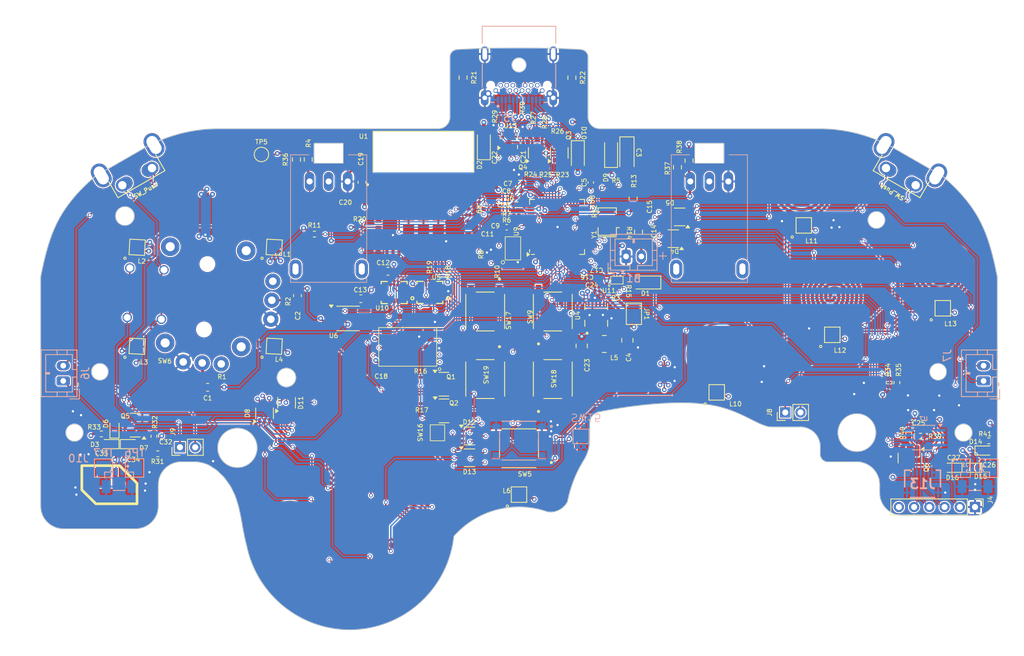
<source format=kicad_pcb>
(kicad_pcb (version 20240108) (generator "pcbnew") (generator_version "8.0")
  (layers (0 "F.Cu" signal) (1 "In1.Cu" signal) (2 "In2.Cu" signal) (31 "B.Cu" signal) (34 "B.Paste" user) (35 "F.Paste" user) (36 "B.SilkS" user "B.Silkscreen") (37 "F.SilkS" user "F.Silkscreen") (38 "B.Mask" user) (39 "F.Mask" user) (44 "Edge.Cuts" user))
  (net 0 "")
  (net 1 "GND")
  (net 2 "LX")
  (net 3 "LY")
  (net 4 "Net-(D4A-A)")
  (net 8 "RX")
  (net 17 "RY")
  (net 18 "+1V1")
  (net 19 "LRA_R")
  (net 21 "BATTERY_POS")
  (net 24 "BAT_LVL")
  (net 28 "VBUS_SYS")
  (net 30 "USB_EN")
  (net 33 "BTN_PWR")
  (net 34 "Net-(D1-A)")
  (net 35 "D+")
  (net 36 "D-")
  (net 37 "SL_RGB")
  (net 38 "Net-(L1-DOUT)")
  (net 39 "Net-(L2-DOUT)")
  (net 40 "Net-(L3-DOUT)")
  (net 41 "Net-(Q1-B)")
  (net 42 "ESP_RTS")
  (net 43 "ESP_EN")
  (net 44 "Net-(Q2-B)")
  (net 45 "ESP_DTR")
  (net 46 "ESP_IO0")
  (net 48 "N_LATCH_3.3")
  (net 49 "N_LATCH")
  (net 51 "N_CLOCK_3.3")
  (net 52 "N_DATA_3.3")
  (net 53 "N_DATA")
  (net 54 "N_CLOCK")
  (net 55 "RP_RUN")
  (net 56 "RP_USB+")
  (net 57 "Net-(U8-USB_DP)")
  (net 58 "RP_USB-")
  (net 59 "Net-(U8-USB_DM)")
  (net 60 "I2C_SCL")
  (net 61 "I2C_SDA")
  (net 62 "USB_BOOT")
  (net 63 "Net-(U9-{slash}CS)")
  (net 64 "RGB_OUT")
  (net 65 "Net-(R12-Pad1)")
  (net 66 "XTAL_OUT")
  (net 67 "ESP_IO15")
  (net 68 "ESP_CTS")
  (net 69 "ESP_IO13")
  (net 70 "SHARED_PU")
  (net 71 "USB_SEL")
  (net 72 "ESP_RX0")
  (net 73 "ESP_TX0")
  (net 74 "LADC_CS")
  (net 75 "SPI_TX")
  (net 76 "SPI_RX")
  (net 77 "SPI_CK")
  (net 78 "RADC_CS")
  (net 79 "XTAL_IN")
  (net 80 "/SWCLK")
  (net 81 "/SWD")
  (net 82 "IMU0_CS")
  (net 83 "ZL_ANALOG")
  (net 84 "ZR_ANALOG")
  (net 85 "SIO3")
  (net 86 "SCLK")
  (net 87 "SIO0")
  (net 88 "SIO2")
  (net 89 "SIO1")
  (net 94 "unconnected-(U11-{slash}INT-PadA1)")
  (net 95 "UART_USB+")
  (net 96 "UART_USB-")
  (net 97 "E")
  (net 98 "D")
  (net 99 "+5V_PRE")
  (net 100 "+3V3_PRE")
  (net 105 "IMU1_CS")
  (net 106 "Net-(D4B-A)")
  (net 107 "C")
  (net 108 "Net-(D4C-A)")
  (net 109 "VBUS")
  (net 110 "Net-(U4-L1)")
  (net 111 "Net-(U4-L2)")
  (net 112 "Net-(U4-EN)")
  (net 113 "CC1")
  (net 115 "CC2")
  (net 117 "Net-(D5B-A)")
  (net 118 "Net-(D5A-A)")
  (net 119 "PLAYER_RGB")
  (net 120 "ABXY_RGB")
  (net 121 "Net-(L10-DOUT)")
  (net 122 "Net-(L11-DOUT)")
  (net 123 "Net-(L12-DOUT)")
  (net 124 "NC")
  (net 125 "A")
  (net 126 "B")
  (net 127 "+3V3")
  (net 128 "F")
  (net 129 "RS_B_OUT")
  (net 130 "Net-(D5C-A)")
  (net 131 "Net-(D8C-A)")
  (net 132 "Net-(D8B-A)")
  (net 133 "Net-(D8A-A)")
  (net 134 "RS_B_IN")
  (net 135 "Net-(D11A-A)")
  (net 136 "Net-(D11C-A)")
  (net 137 "Net-(D12C-A)")
  (net 138 "Net-(D12A-A)")
  (net 139 "Net-(D12B-A)")
  (net 140 "Net-(D13C-A)")
  (net 141 "Net-(D13A-A)")
  (net 142 "Net-(D13B-A)")
  (net 143 "H")
  (net 144 "G")
  (net 145 "I")
  (net 146 "Net-(SW6-X_OUT)")
  (net 147 "Net-(SW6-Y_OUT)")
  (net 148 "LS_BTN_IN")
  (net 149 "LRA_L")
  (net 150 "LRA_L+")
  (net 151 "Net-(Q5-B)")
  (net 152 "LRA_R+")
  (net 153 "LRA_R-")
  (net 154 "LRA_L-")
  (net 155 "Net-(Q6-B)")
  (footprint "Resistor_SMD:R_0201_0603Metric" (layer "F.Cu") (at 219.0496 95.25 90)
    (property "Reference" "R30")
    (property "Value" "10k" (hide yes))
  )
  (footprint "Resistor_SMD:R_0402_1005Metric" (layer "F.Cu") (at 271.2212 134.8994 180)
    (property "Reference" "R39")
    (property "Value" "10k")
  )
  (footprint "Capacitor_SMD:C_0402_1005Metric" (layer "F.Cu") (at 230.4542 113.2078)
    (property "Reference" "C17")
    (property "Value" "10uF" (hide yes))
  )
  (footprint "Capacitor_SMD:C_0805_2012Metric" (layer "F.Cu") (at 232.7148 122.301 90)
    (property "Reference" "C4")
    (property "Value" "10uF")
  )
  (footprint "Resistor_SMD:R_0402_1005Metric" (layer "F.Cu") (at 268.1224 127.8636 90)
    (property "Reference" "R35")
    (property "Value" "0R")
  )
  (footprint "Resistor_SMD:R_0201_0603Metric" (layer "F.Cu") (at 178.1048 127.2032)
    (property "Reference" "R1")
    (property "Value" "1k" (hide yes))
  )
  (footprint "hhl:1TS026A-1000-0550" (layer "F.Cu") (at 207.7762 134.4486 90)
    (property "Reference" "SW16")
    (property "Value" "1TS026A-1000-0550" (hide yes))
  )
  (footprint "Capacitor_SMD:C_0201_0603Metric" (layer "F.Cu") (at 279.7302 137.922 180)
    (property "Reference" "C26")
    (property "Value" "1u")
  )
  (footprint "Resistor_SMD:R_0201_0603Metric" (layer "F.Cu") (at 213.3092 109.3724 90)
    (property "Reference" "R8")
    (property "Value" "1k" (hide yes))
  )
  (footprint "Resistor_SMD:R_0201_0603Metric" (layer "F.Cu") (at 230.5812 102.108 180)
    (property "Reference" "R5")
    (property "Value" "10k" (hide yes))
  )
  (footprint "Resistor_SMD:R_0603_1608Metric" (layer "F.Cu") (at 225.43 87.81 -90)
    (property "Reference" "R22")
    (property "Value" "5.1kohm")
  )
  (footprint "Capacitor_SMD:C_0201_0603Metric" (layer "F.Cu") (at 277.1648 137.922 180)
    (property "Reference" "C27")
    (property "Value" "1u")
  )
  (footprint "Resistor_SMD:R_0603_1608Metric" (layer "F.Cu") (at 240.8174 98.7044 90)
    (property "Reference" "R38")
    (property "Value" "75k" (hide yes))
  )
  (footprint "Capacitor_SMD:C_0201_0603Metric" (layer "F.Cu") (at 165.2524 137.0838)
    (property "Reference" "C33")
    (property "Value" "1u")
  )
  (footprint "Connector_PinHeader_2.00mm:PinHeader_1x02_P2.00mm_Vertical" (layer "F.Cu") (at 253.4572 131.7752 90)
    (property "Reference" "J8")
    (property "Value" "Conn_01x02")
  )
  (footprint "Inductor_SMD:L_1008_2520Metric" (layer "F.Cu") (at 229.6922 122.7836 180)
    (property "Reference" "L5")
    (property "Value" "1.3A 2.2uH ±20% 80mΩ" (hide yes))
  )
  (footprint "Resistor_SMD:R_0201_0603Metric" (layer "F.Cu") (at 218.1339 106.5669)
    (property "Reference" "R6")
    (property "Value" "27" (hide yes))
  )
  (footprint "hhl:ring_pad" (layer "F.Cu") (at 244.457313 124.14254 180)
    (property "Reference" "SW2" (hide yes))
    (property "Value" "SW_Push" (hide yes))
  )
  (footprint "Capacitor_SMD:C_0201_0603Metric" (layer "F.Cu") (at 234.7976 105.0798 90)
    (property "Reference" "C15")
    (property "Value" "100n" (hide yes))
  )
  (footprint "Diode_SMD:D_SOD-523" (layer "F.Cu") (at 167.386 135.9408)
    (property "Reference" "D7")
    (property "Value" "M7C")
  )
  (footprint "Resistor_SMD:R_0201_0603Metric" (layer "F.Cu") (at 228.4984 107.1372 -90)
    (property "Reference" "R12")
    (property "Value" "1k" (hide yes))
  )
  (footprint "hhl:LGA14" (layer "F.Cu") (at 202.0896 116.0272)
    (property "Reference" "U10")
    (property "Value" "ST_LSM6" (hide yes))
  )
  (footprint "Capacitor_SMD:C_0201_0603Metric" (layer "F.Cu") (at 215.2784 96.7378 -90)
    (property "Reference" "C22")
    (property "Value" "100n" (hide yes))
  )
  (footprint "Resistor_SMD:R_0402_1005Metric" (layer "F.Cu") (at 280.1874 135.509)
    (property "Reference" "R41")
    (property "Value" "0R")
  )
  (footprint "hhl:ring_pad" (layer "F.Cu") (at 259.633657 116.5844 180)
    (property "Reference" "SW1" (hide yes))
    (property "Value" "SW_Push" (hide yes))
  )
  (footprint "Capacitor_SMD:C_0603_1608Metric" (layer "F.Cu") (at 201.2696 113.2332)
    (property "Reference" "C12")
    (property "Value" "100nF" (hide yes))
  )
  (footprint "Package_DFN_QFN:Texas_UQFN-10_1.5x2mm_P0.5mm" (layer "F.Cu") (at 217.158 96.2806 90)
    (property "Reference" "U13")
    (property "Value" "PI3USB4000A" (hide yes))
  )
  (footprint "hhl:ring_dpad" (layer "F.Cu") (at 196.233657 154.3444 90)
    (property "Reference" "SW11" (hide yes))
    (property "Value" "SW_Push" (hide yes))
  )
  (footprint "Package_TO_SOT_SMD:SOT-23" (layer "F.Cu") (at 208.6125 128.0668)
    (property "Reference" "Q1")
    (property "Value" "MMBT3904" (hide yes))
  )
  (footprint "hhl:ring_pad" (layer "F.Cu") (at 274.146617 113.094002 180)
    (property "Reference" "SW3" (hide yes))
    (property "Value" "SW_Push" (hide yes))
  )
  (footprint "hhl:HHL_Logo" (layer "F.Cu") (at 164.01127 141.71014)
    (property "Reference" "REF**" (hide yes))
    (property "Value" "HHL_Logo" (hide yes))
  )
  (footprint "Capacitor_SMD:C_0201_0603Metric" (layer "F.Cu") (at 215.825 108.55 180)
    (property "Reference" "C11")
    (property "Value" "100n")
  )
  (footprint "Package_TO_SOT_SMD:SOT-23" (layer "F.Cu") (at 168.0741 133.4414 180)
    (property "Reference" "Q5")
    (property "Value" "MMBT2222A")
  )
  (footprint "Capacitor_Tantalum_SMD:CP_EIA-3216-18_Kemet-A" (layer "F.Cu") (at 232.664 97.8916 -90)
    (property "Reference" "C3")
    (property "Value" "47uF 6.3v" (hide yes))
  )
  (footprint "Resistor_SMD:R_0603_1608Metric" (layer "F.Cu") (at 211.14 87.79 -90)
    (property "Reference" "R21")
    (property "Value" "5.1kohm")
  )
  (footprint "Resistor_SMD:R_0201_0603Metric" (layer "F.Cu") (at 213.2584 103.8352 -90)
    (property "Reference" "R9")
    (property "Value" "1k" (hide yes))
  )
  (footprint "Resistor_SMD:R_0402_1005Metric" (layer "F.Cu") (at 267.1064 127.8636 -90)
    (property "Reference" "R34")
    (property "Value" "0R")
  )
  (footprint "Resistor_SMD:R_0201_0603Metric" (layer "F.Cu") (at 229.87487 116.613394 180)
    (property "Reference" "R3")
    (property "Value" "100")
  )
  (footprint "hhl:SK6805-EC-15" (layer "F.Cu") (at 168.333662 110.0844 -3)
    (property "Reference" "L2")
    (property "Value" "SK6805-EC-15" (hide yes))
  )
  (footprint "Resistor_SMD:R_0201_0603Metric" (layer "F.Cu") (at 205.8924 130.6068 180)
    (property "Reference" "R17")
    (property "Value" "10k" (hide yes))
  )
  (footprint "Resistor_SMD:R_0603_1608Metric" (layer "F.Cu") (at 239.2934 99.568 -90)
    (property "Reference" "R37")
    (property "Value" "75k" (hide yes))
  )
  (footprint "Capacitor_SMD:C_0201_0603Metric" (layer "F.Cu") (at 170.8658 136.271)
    (property "Reference" "C32")
    (property "Value" "100nF")
  )
  (footprint "Resistor_SMD:R_0201_0603Metric" (layer "F.Cu") (at 205.8924 127.1524)
    (property "Reference" "R16")
    (property "Value" "10k" (hide yes))
  )
  (footprint "hhl:GL1807SYAE" (layer "F.Cu") (at 177.333662 116.5844 -3)
    (property "Reference" "SW6")
    (property "Value" "GL18_SW")
  )
  (footprint "hhl:ESSOP-10" (layer "F.Cu") (at 203.8672 123.1646 180)
    (property "Reference" "U12" (hide yes))
    (property "Value" "CH340K" (hide yes))
  )
  (footprint "Resistor_SMD:R_0201_0603Metric" (layer "F.Cu") (at 197.5612 107.442)
    (property "Reference" "R20")
    (property "Value" "10k" (hide yes))
  )
  (footprint "Capacitor_SMD:C_0402_1005Metric" (layer "F.Cu") (at 218.3384 102.6668 180)
    (property "Reference" "C8")
    (property "Value" "1u" (hide yes))
  )
  (footprint "Capacitor_SMD:C_0201_0603Metric" (layer "F.Cu") (at 219.0496 96.7232 -90)
    (property "Reference" "C21")
    (property "Value" "1u" (hide yes))
  )
  (footprint "hhl:SK6805-EC-15" (layer "F.Cu") (at 186.333662 110.0844 -3)
    (property "Reference" "L1")
    (property "Value" "SK6805-EC-15" (hide yes))
  )
  (footprint "hhl:ring_dpad" (layer "F.Cu") (at 204.083657 146.4944 180)
    (property "Reference" "SW13" (hide yes))
    (property "Value" "SW_Push" (hide yes))
  )
  (footprint "hhl:SK6805-EC-15" (layer "F.Cu") (at 259.633657 121.5844)
    (property "Reference" "L12")
    (property "Value" "SK6805-EC-15" (hide yes))
  )
  (footprint "Diode_SMD:D_SOD-523" (layer "F.Cu") (at 279.6286 136.779)
    (property "Reference" "D14")
    (property "Value" "M7C")
  )
  (footprint "Resistor_SMD:R_0201_0603Metric" (layer "F.Cu") (at 221.8436 99.7204 180)
    (property "Reference" "R25")
    (property "Value" "1k" (hide yes))
  )
  (footprint "hhl:DSBGA" (layer "F.Cu") (at 231.3432 114.4016 90)
    (property "Reference" "U11")
    (property "Value" "BQ25180" (hide yes))
  )
  (footprint "Capacitor_SMD:C_0402_1005Metric" (layer "F.Cu") (at 227.9142 101.5746 -90)
    (property "Reference" "C5")
    (property "Value" "100n" (hide yes))
  )
  (footprint "Resistor_SMD:R_0603_1608Metric" (layer "F.Cu") (at 189.2554 98.552 90)
    (property "Reference" "R36")
    (property "Value" "75k")
  )
  (footprint "Capacitor_SMD:C_0805_2012Metric" (layer "F.Cu") (at 226.7204 123.0376 -90)
    (property "Reference" "C23")
    (property "Value" "10uF")
  )
  (footprint "Resistor_SMD:R_0402_1005Metric" (layer "F.Cu") (at 191.6176 108.3564)
    (property "Reference" "R11")
    (property "Value" "330" (hide yes))
  )
  (footprint "Resistor_SMD:R_0603_1608Metric" (layer "F.Cu") (at 190.8048 98.552 -90)
    (property "Reference" "R4")
    (property "Value" "75k")
  )
  (footprint "Resistor_SMD:R_0201_0603Metric" (layer "F.Cu") (at 208.3816 112.5728 -90)
    (property "Reference" "R18")
    (property "Value" "0" (hide yes))
  )
  (footprint "Resistor_SMD:R_0201_0603Metric" (layer "F.Cu") (at 215.2784 95.2646 -90)
    (property "Reference" "R29")
    (property "Value" "10k" (hide yes))
  )
  (footprint "hhl:Z_Switch_Edge_Omron" (layer "F.Cu") (at 168.332214 100.8094 30)
    (property "Reference" "SW7" (hide yes))
    (property "Value" "SW_Push")
  )
  (footprint "Resistor_SMD:R_0402_1005Metric" (layer "F.Cu") (at 163.6268 134.5946 180)
    (property "Reference" "R33")
    (property "Value" "0R")
  )
  (footprint "Diode_SMD:D_SOD-523" (layer "F.Cu") (at 165.354 133.8834 90)
    (property "Reference" "D6")
    (property "Value" "M7C")
  )
  (footprint "hhl:Z_Switch_Edge_Omron" (layer "F.Cu") (at 268.6351 100.8094 -30)
    (property "Reference" "SW8" (hide yes))
    (property "Value" "SW_Push")
  )
  (footprint "Diode_SMD:D_SOD-523" (layer "F.Cu") (at 275.4122 139.0396 180)
    (property "Reference" "D16")
    (property "Value" "M7C")
  )
  (footprint "hhl:TS-1187A-C-E-B" (layer "F.Cu") (at 214.046157 118.5164 -90)
    (property "Reference" "SW17")
    (property "Value" "SW_TS-1187A" (hide yes))
  )
  (footprint "Capacitor_SMD:C_0201_0603Metric" (layer "F.Cu") (at 218.4908 103.5812 180)
    (property "Reference" "C6")
    (property "Value" "100n" (hide yes))
  )
  (footprint "Resistor_SMD:R_0201_0603Metric" (layer "F.Cu") (at 207.518 112.588 90)
    (property "Reference" "R19")
    (property "Value" "0" (hide yes))
  )
  (footprint "Capacitor_SMD:C_0603_1608Metric" (layer "F.Cu") (at 197.7136 116.84)
    (property "Reference" "C13")
    (property "Value" "100nF" (hide yes))
  )
  (footprint "Package_TO_SOT_SMD:SOT-23" (layer "F.Cu") (at 269.8383 137.7673 -90)
    (property "Reference" "Q6")
    (property "Value" "MMBT2222A")
  )
  (footprint "Resistor_SMD:R_0201_0603Metric" (layer "F.Cu") (at 224.1296 99.7204)
    (property "Reference" "R23")
    (property "Value" "1k" (hide yes))
  )
  (footprint "Resistor_SMD:R_0201_0603Metric" (layer "F.Cu") (at 221.5388 95.3008 -90)
    (property "Reference" "R28")
    (property "Value" "1k" (hide yes))
  )
  (footprint "Resistor_SMD:R_0201_0603Metric" (layer "F.Cu") (at 215.5952 111.7346 90)
    (property "Reference" "R10")
    (property "Value" "1k" (hide yes))
  )
  (footprint "Package_TO_SOT_SMD:SOT-363_SC-70-6" (layer "F.Cu") (at 211.9884 137.7309)
    (property "Reference" "D13")
    (property "Value" "BAS16VY,115" (hide yes))
  )
  (footprint "Package_DFN_QFN:QFN-56-1EP_7x7mm_P0.4mm_EP3.2x3.2mm" (layer "F.Cu") (at 223.4848 107.4081 90)
    (property "Reference" "U8")
    (property "Value" "RP2040" (hide yes))
  )
  (footprint "hhl:SK6805-EC-15" (layer "F.Cu") (at 274.146617 118.094002)
    (property "Reference" "L13")
    (property "Value" "SK6805-EC-15" (hide yes))
  )
  (footprint "Resistor_SMD:R_0201_0603Metric" (layer "F.Cu") (at 218.1339 105.8557)
    (property "Reference" "R7")
    (property "Value" "27" (hide yes))
  )
  (footprint "Resistor_SMD:R_0201_0603Metric" (layer "F.Cu") (at 223.3168 95.6564)
    (property "Reference" "R26")
    (property "Value" "1k" (hide yes))
  )
  (footprint "Resistor_SMD:R_0402_1005Metric" (layer "F.Cu") (at 269.6718 134.493 -90)
    (property "Reference" "R40")
    (property "Value" "100R")
  )
  (footprint "hhl:SK6805-EC-15" (layer "F.Cu") (at 186.333662 123.0844 -3)
    (property "Reference" "L4")
    (property "Value" "SK6805-EC-15" (hide yes))
  )
  (footprint "Connector_PinHeader_2.00mm:PinHeader_1x06_P2.00mm_Vertical" (layer "F.Cu") (at 278.3802 144.1958 -90)
    (property "Reference" "J4")
    (property "Value" "Conn_01x06_Pin" (hide yes))
  )
  (footprint "Diode_SMD:D_SOD-523" (layer "F.Cu") (at 164.6936 135.9408 180)
    (property "Reference" "D3")
    (property "Value" "M7C")
  )
  (footprint "Resistor_SMD:R_0603_1608Metric" (layer "F.Cu") (at 234.188 108.0516 -90)
    (property "Reference" "R14")
    (property "Value" "75k" (hide yes))
  )
  (footprint "Diode_SMD:D_SOD-323_HandSoldering" (layer "F.Cu") (at 213.868 96.5708 90)
    (property "Reference" "D2")
    (property "Value" "CUS08F30" (hide yes))
  )
  (footprint "Package_TO_SOT_SMD:SOT-363_SC-70-6" (layer "F.Cu") (at 185.0644 131.892 90)
    (property "Reference" "D8")
    (property "Value" "BAS16VY,115" (hide yes))
  )
  (footprint "Jumper:SolderJumper-2_P1.3mm_Open_Pad1.0x1.5mm" (layer "F.Cu") (at 233.5784 118.8212 -90)
    (property "Reference" "JP1")
    (property "Value" "SolderJumper_2_Open" (hide yes))
  )
  (footprint "hhl:ring_dpad" (layer "F.Cu") (at 188.383657 146.4944)
    (property "Reference" "SW12" (hide yes))
    (property "Value" "SW_Push" (hide yes))
  )
  (footprint "Capacitor_SMD:C_0402_1005Metric" (layer "F.Cu") (at 218.2596 104.4956)
    (property "Reference" "C10")
    (property "Value" "100n" (hide yes))
  )
  (footprint "Connector_PinHeader_2.00mm:PinHeader_1x02_P2.00mm_Vertical" (layer "F.Cu") (at 173.9552 136.3472 90)
    (property "Reference" "J9")
    (property "Value" "Conn_01x02" (hide yes))
  )
  (footprint "Package_SO:MSOP-8_3x3mm_P0.65mm" (layer "F.Cu") (at 196.0372 119.4308)
    (property "Reference" "U6")
    (property "Value" "MCP3002" (hide yes))
  )
  (footprint "Capacitor_SMD:C_0201_0603Metric" (layer "F.Cu") (at 228.9556 114.1984 180)
    (property "Reference" "C16")
    (property "Value" "1u" (hide yes))
  )
  (footprint "Capacitor_SMD:C_0201_0603Metric" (layer "F.Cu") (at 200.6854 126.1618 180)
    (property "Reference" "C18")
    (property "Value" "100n" (hide yes))
  )
  (footprint "Resistor_SMD:R_0201_0603Metric" (layer "F.Cu") (at 220.3704 99.7204 180)
    (property "Reference" "R24")
    (property "Value" "1k" (hide yes))
  )
  (footprint "Package_TO_SOT_SMD:SOT-363_SC-70-6" (layer "F.Cu") (at 239.5778 106.0958 180)
    (property "Reference" "D5")
    (property "Value" "BAS16VY,115" (hide yes))
  )
  (footprint "hhl:TS-1187A-C-E-B" (layer "F.Cu") (at 218.483657 136.4788 180)
    (property "Reference" "SW5")
    (property "Value" "SW_TS-1187A")
  )
  (footprint "Resistor_SMD:R_0201_0603Metric" (layer "F.Cu") (at 188.1124 115.7732 90)
    (property "Reference" "R2")
    (property "Value" "1k" (hide yes))
  )
  (footprint "Diode_SMD:D_SOD-523" (layer "F.Cu") (at 278.003 139.0396 180)
    (property "Reference" "D15")
    (property "Value" "M7C")
  )
  (footprint "Crystal:Resonator_SMD_Murata_CSTxExxV-3Pin_3.0x1.1mm" (layer "F.Cu") (at 230.0732 106.7054 90)
    (property "Reference" "Y1")
    (property "Value" "Crystal_GND3")
  )
  (footprint "Package_TO_SOT_SMD:SOT-363_SC-70-6" (layer "F.Cu") (at 211.9884 134.871)
    (property "Reference" "D12")
    (property "Value" "BAS16VY,115" (hide yes))
  )
  (footprint "Capacitor_SMD:C_0603_1608Metric_Pad1.08x0.95mm_HandSolder" (layer "F.Cu") (at 177.5968 128.4732)
    (property "Reference" "C1")
    (property "Value" ".047u" (hide yes))
  )
  (footprint "hhl:TS-1187A-C-E-B" (layer "F.Cu") (at 222.921157 127.3914 90)
    (property "Reference" "SW18")
    (property "Value" "SW_TS-1187A")
  )
  (footprint "Capacitor_SMD:C_0402_1005Metric" (layer "F.Cu") (at 218.5416 101.6508 180)
    (property "Reference" "C7")
    (property "Value" "100n" (hide yes))
  )
  (footprint "hhl:ring_pad" (layer "F.Cu") (at 255.891532 102.212626 180)
    (property "Reference" "SW4" (hide yes))
    (property "Value" "SW_Push" (hide yes))
  )
  (footprint "hhl:SK6805-EC-15" (layer "F.Cu") (at 244.457313 129.14254)
    (property "Reference" "L10")
    (property "Value" "SK6805-EC-15" (hide yes))
  )
  (footprint "Capacitor_SMD:C_0603_1608Metric" (layer "F.Cu") (at 197.866 101.5492 90)
    (property "Reference" "C19")
    (property "Value" "10uF/10V (20%)" (hide yes))
  )
  (footprint "Resistor_SMD:R_0201_0603Metric" (layer "F.Cu") (at 219.8624 95.25 -90)
    (property "Reference" "R27")
    (property "Value" "1k" (hide yes))
  )
  (footprint "Capacitor_SMD:C_0201_0603Metric" (layer "F.Cu") (at 270.9926 133.9342)
    (property "Reference" "C25")
    (property "Value" "100nF" (hide yes))
  )
  (footprint "Capacitor_SMD:C_0201_0603Metric" (layer "F.Cu") (at 197.866 103.4796)
    (property "Reference" "C20")
    (property "Value" "100n" (hide yes))
  )
  (footprint "Diode_SMD:D_SOD-323_HandSoldering" (layer "F.Cu") (at 226.2124 98.0948 -90)
    (property "Reference" "D10")
    (property "Value" "CUS08F30" (hide yes))
  )
  (footprint "TestPoint:TestPoint_Pad_D1.5mm" (layer "F.Cu") (at 184.658 97.8916)
    (property "Reference" "TP5")
    (property "Value" "TestPoint")
  )
  (footprint "Capacitor_SMD:C_0603_1608Metric_Pad1.08x0.95mm_HandSolder" (layer "F.Cu") (at 189.3824 116.4336 90)
    (property "Reference" "C2")
    (property "Value" ".047u" (hide yes))
  )
  (footprint "Capacitor_SMD:C_0201_0603Metric" (layer "F.Cu") (at 166.878 137.0838)
    (property "Reference" "C34")
    (property "Value" "1u")
  )
  (footprint "hhl:TS-1187A-C-E-B" (layer "F.Cu") (at 214.046157 127.3914 -90)
    (property "Reference" "SW19")
    (property "Value" "SW_TS-1187A")
  )
  (footprint "Package_TO_SOT_SMD:SOT-363_SC-70-6" (layer "F.Cu") (at 187.96 130.5052 90)
    (property "Reference" "D11")
    (property "Value" "BAS16VY,115" (hide yes))
  )
  (footprint "hhl:ring_dpad" (layer "F.Cu") (at 196.233657 138.6444 -90)
    (property "Reference" "SW10" (hide yes))
    (property "Value" "SW_Push")
  )
  (footprint "Package_TO_SOT_SMD:SOT-23" (layer "F.Cu") (at 208.6356 131.572)
    (property "Reference" "Q2")
    (property "Value" "MMBT3904" (hide yes))
  )
  (footprint "hhl:MODULE_ESP32-PICO-MINI-02" (layer "F.Cu") (at 205.936 105.8548)
    (property "Reference" "U1")
    (property "Value" "ESP32-PICO-MINI-02" (hide yes))
  )
  (footprint "Capacitor_SMD:C_0201_0603Metric" (layer "F.Cu") (at 228.751576 115.848352)
    (property "Reference" "C24")
    (property "Value" "100n")
  )
  (footprint "Resistor_SMD:R_0603_1608Metric" (layer "F.Cu") (at 233.4768 103.7082 -90)
    (property "Reference" "R13")
    (property "Value" "75k" (hide yes))
  )
  (footprint "Capacitor_SMD:C_0201_0603Metric" (layer "F.Cu") (at 235.3564 108.458 -90)
    (property "Reference" "C14")
    (property "Value" "1u" (hide yes))
  )
  (footprint "hhl:SK6805-EC-15" (layer "F.Cu") (at 255.891532 107.212626)
    (property "Reference" "L11")
    (property "Value" "SK6805-EC-15" (hide yes))
  )
  (footprint "Capacitor_SMD:C_0402_1005Metric" (layer "F.Cu") (at 216.87 107.45)
    (property "Reference" "C9")
    (property "Value" "100n" (hide yes))
  )
  (footprint "Resistor_SMD:R_0201_0603Metric" (layer "F.Cu") (at 232.6132 114.2492 90)
    (property "Reference" "R15")
    (property "Value" "10k" (hide yes))
  )
  (footprint "Resistor_SMD:R_0402_1005Metric" (layer "F.Cu") (at 171.0436 137.2108 180)
    (property "Reference" "R31")
    (property "Value" "10k")
  )
  (footprint "hhl:LGA14" (layer "F.Cu") (at 206.7804 116.0138)
    (property "Reference" "U5")
    (property "Value" "ST_LSM6" (hide yes))
  )
  (footprint "hhl:VREG_V62_16624-01YE" (layer "F.Cu") (at 228.6254 118.9736 90)
    (property "Reference" "U4")
    (property "Value" "TPS630001RCR")
  )
  (footprint "Resistor_SMD:R_0402_1005Metric" (layer "F.Cu") (at 170.5356 134.8994 90)
    (property "Reference" "R32")
    (property "Value" "100R")
  )
  (footprint "Package_TO_SOT_SMD:SOT-363_SC-70-6" (layer "F.Cu") (at 220.8784 97.6884 90)
    (property "Reference" "Q4")
    (property "Value" "BSS138DW" (hide yes))
  )
  (footprint "hhl:TS-1187A-C-E-B" (layer "F.Cu") (at 222.921157 118.5164 90)
    (property "Reference" "SW9")
    (property "Value" "SW_TS-1187A")
  )
  (footprint "hhl:SK6805-EC-15" (layer "F.Cu") (at 168.333662 123.0844 -3)
    (property "Reference" "L3")
    (property "Value" "SK6805-EC-15" (hide yes))
  )
  (footprint "Diode_SMD:D_SOD-323_HandSoldering" (layer "F.Cu") (at 230.5812 97.5868 90)
    (property "Reference" "D9")
    (property "Value" "CUS08F30" (hide yes))
  )
  (footprint "Package_TO_SOT_SMD:SOT-363_SC-70-6" (layer "F.Cu") (at 223.774 97.6884 90)
    (property "Reference" "Q3")
    (property "Value" "BSS138DW" (hide yes))
  )
  (footprint "Package_TO_SOT_SMD:SOT-363_SC-70-6" (layer "F.Cu") (at 238.76 108.9556 180)
    (property "Reference" "D4")
    (property "Value" "BAS16VY,115" (hide yes))
  )
  (footprint "hhl:SK6805-EC-15" (layer "F.Cu") (at 218.483657 142.5636)
    (property "Reference" "L6")
    (property "Value" "SK6805-EC-15" (hide yes))
  )
  (footprint "Diode_SMD:D_SOD-323_HandSoldering" (layer "F.Cu") (at 235.1024 114.7064 180)
    (property "Reference" "D1")
    (property "Value" "CUS08F30" (hide yes))
  )
  (footprint "hhl:USON-8-EP(2x3)" (layer "F.Cu") (at 217.689993 110.224008 90)
    (property "Reference" "U9")
    (property "Value" "GD25Q80EEIGR" (hide yes))
  )
  (footprint "hhl:TS-1187A-C-E-B" (layer "B.Cu") (at 218.483657 135.4844 180)
    (property "Reference" "SW14" (hide yes))
    (property "Value" "SW_TS-1187A")
  )
  (footprint "TestPoint:TestPoint_Pad_2.0x2.0mm" (layer "B.Cu") (at 163.9316 139.0904 180)
    (property "Reference" "TP7")
    (property "Value" "TestPoint")
  )
  (footprint "hhl:JST_SM02B-SURS-TF_LF__SN_" (layer "B.Cu") (at 165.9636 139.5648 180)
    (property "Reference" "J10")
    (property "Value" "SM02B-SURS-TF_LF__SN_" (hide yes))
  )
  (footprint "TestPoint:TestPoint_Pad_2.0x2.0mm" (layer "B.Cu") (at 276.5552 139.0904 180)
    (property "Reference" "TP1" (hide yes))
    (property "Value" "TestPoint" (hide yes))
  )
  (footprint "hhl:1TS026A-1000-0550" (layer "B.Cu") (at 226.6252 134.9206)
    (property "Reference" "SW15")
    (property "Value" "1TS026A-1000-0550")
  )
  (footprint "TestPoint:TestPoint_Pad_2.0x2.0mm" (layer "B.Cu") (at 167.9956 139.065 180)
    (property "Reference" "TP6")
    (property "Value" "TestPoint")
  )
  (footprint "Connector_JST:JST_PH_B2B-PH-K_1x02_P2.00mm_Vertical" (layer "B.Cu") (at 279.5016 127.635 90)
    (property "Reference" "J7")
    (property "Value" "Trigger")
  )
  (footprint "hhl:5034800640" (layer "B.Cu") (at 271.490173 141.15658 180)
    (property "Reference" "J13")
    (property "Value" "503480-0640" (hide yes))
  )
  (footprint "hhl:GCC_Slider" (layer "B.Cu") (at 243.483657 101.4344 180)
    (property "Reference" "RV2" (hide yes))
    (property "Value" "Slider_GCC-Gamecube_MB" (hide yes))
  )
  (footprint "TestPoint:TestPoint_Pad_2.0x2.0mm" (layer "B.Cu") (at 280.199742 139.096669 180)
    (property "Reference" "TP2" (hide yes))
    (property "Value" "TestPoint" (hide yes))
  )
  (footprint "hhl:JST_SM02B-SURS-TF_LF__SN_" (layer "B.Cu") (at 278.384 139.5648 180)
    (property "Reference" "J1")
    (property "Value" "SM02B-SURS-TF_LF__SN_" (hide yes))
  )
  (footprint "Connector_JST:JST_PH_B2B-PH-K_1x02_P2.00mm_Vertical" (layer "B.Cu") (at 232.547596 111.285471)
    (property "Reference" "B1")
    (property "Value" "Battery")
  )
  (footprint "Connector_JST:JST_PH_B2B-PH-K_1x02_P2.00mm_Vertical" (layer "B.Cu") (at 158.623 127.635 90)
    (property "Reference" "J6")
    (property "Value" "Trigger")
  )
  (footprint "hhl:CUI_UJ31-CH-G1-SMT-TR" (layer "B.Cu") (at 215.733635 90.7094)
    (property "Reference" "J5")
    (property "Value" "UJ31-CH-G1-SMT-TR" (hide yes))
    (fp_line (start -2.05 -0.055) (end -2.05 -0.805) (stroke (width 0.01)) (layer "Edge.Cuts"))
    (fp_line (start -1.75 -1.055) (end -1.3 -1.055) (stroke (width 0.01)) (layer "Edge.Cuts"))
    (fp_line (start -1.45 -0.555) (end -1.45 -0.055) (stroke (width 0.01)) (layer "Edge.Cuts"))
    (fp_line (start -1.3 -0.555) (end -1.45 -0.555) (stroke (width 0.01)) (layer "Edge.Cuts"))
    (fp_line (start 6.8 -1.055) (end 7.25 -1.055) (stroke (width 0.01)) (layer "Edge.Cuts"))
    (fp_line (start 6.95 -0.555) (end 6.8 -0.555) (stroke (width 0.01)) (layer "Edge.Cuts"))
    (fp_line (start 6.95 -0.055) (end 6.95 -0.555) (stroke (width 0.01)) (layer "Edge.Cuts"))
    (fp_line (start 7.55 -0.805) (end 7.55 -0.055) (stroke (width 0.01)) (layer "Edge.Cuts"))
    (fp_arc (start -2.05 -0.805) (mid -1.951777 -0.992132) (end -1.75 -1.055) (stroke (width 0.01)) (layer "Edge.Cuts"))
    (fp_arc (start -1.45 -0.055) (mid -1.75 0.245) (end -2.05 -0.055) (stroke (width 0.01)) (layer "Edge.Cuts"))
    (fp_arc (start -1.3 -1.055) (mid -1.05 -0.805) (end -1.3 -0.555) (stroke (width 0.01)) (layer "Edge.Cuts"))
    (fp_arc (start 6.8 -0.555) (mid 6.55 -0.805) (end 6.8 -1.055) (stroke (width 0.01)) (layer "Edge.Cuts"))
    (fp_arc (start 7.25 -1.055) (mid 7.451777 -0.992132) (end 7.55 -0.805) (stroke (width 0.01)) (layer "Edge.Cuts"))
    (fp_arc (start 7.55 -0.055) (mid 7.25 0.245) (end 6.95 -0.055) (stroke (width 0.01)) (layer "Edge.Cuts"))
  )
  (footprint "Package_SO:MSOP-8_3x3mm_P0.65mm" (layer "B.Cu") (at 271.6276 135.0772 180)
    (property "Reference" "U7")
    (property "Value" "MCP3002" (hide yes))
  )
  (footprint "hhl:GCC_Slider" (layer "B.Cu") (at 193.483657 101.4344 180)
    (property "Reference" "RV1" (hide yes))
    (property "Value" "Slider_GCC-Gamecube_MB" (hide yes))
  )
  (gr_curve (pts (xy 210.98524 84.058545) (xy 210.766829 84.070956) (xy 210.550668 84.084038) (xy 210.336346 84.09788)) (stroke (width 0.1)) (layer "Edge.Cuts"))
  (gr_curve (pts (xy 228.450425 131.941646) (xy 228.287869 132.049934) (xy 228.148018 132.188938) (xy 228.038744 132.350833)) (stroke (width 0.1)) (layer "Edge.Cuts"))
  (gr_arc (start 281.321867 142.31648) (mid 280.443187 144.4378) (end 278.321867 145.31648) (stroke (width 0.1)) (layer "Edge.Cuts"))
  (gr_arc (start 268.84115 145.31648) (mid 266.719829 144.437801) (end 265.84115 142.31648) (stroke (width 0.1)) (layer "Edge.Cuts"))
  (gr_arc (start 224.868706 143.478091) (mid 223.783102 144.589427) (end 222.251397 144.849207) (stroke (width 0.1)) (layer "Edge.Cuts"))
  (gr_curve (pts (xy 209.475667 84.71615) (xy 209.525103 84.595685) (xy 209.597596 84.486027) (xy 209.689065 84.393349)) (stroke (width 0.1)) (layer "Edge.Cuts"))
  (gr_curve (pts (xy 209.985538 84.186097) (xy 210.096137 84.135611) (xy 210.215021 84.105716) (xy 210.336346 84.09788)) (stroke (width 0.1)) (layer "Edge.Cuts"))
  (gr_circle (center 218.483657 86.139125) (end 217.558657 86.139125) (stroke (width 0.1)) (fill none) (layer "Edge.Cuts"))
  (gr_curve (pts (xy 218.483657 83.889125) (xy 219.717579 83.889125) (xy 220.962698 83.896331) (xy 222.195368 83.920253)) (stroke (width 0.1)) (layer "Edge.Cuts"))
  (gr_line (start 227.566517 92.997189) (end 227.566517 85.095801) (stroke (width 0.1)) (layer "Edge.Cuts"))
  (gr_line (start 257.94167 94.497189) (end 229.066517 94.497189) (stroke (width 0.1)) (layer "Edge.Cuts"))
  (gr_curve (pts (xy 277.698333 104.472377) (xy 278.579232 105.662138) (xy 279.11995 106.707329) (xy 279.504817 107.586835)) (stroke (width 0.1)) (layer "Edge.Cuts"))
  (gr_curve (pts (xy 228.038744 132.350833) (xy 227.955551 132.474088) (xy 227.891147 132.609031) (xy 227.847648 132.751231)) (stroke (width 0.1)) (layer "Edge.Cuts"))
  (gr_curve (pts (xy 181.179744 142.700619) (xy 180.817555 141.913749) (xy 180.682721 141.658293) (xy 180.53702 141.408821)) (stroke (width 0.1)) (layer "Edge.Cuts"))
  (gr_curve (pts (xy 177.575211 138.627852) (xy 176.905597 138.385261) (xy 176.683248 138.328324) (xy 176.027148 138.270923)) (stroke (width 0.1)) (layer "Edge.Cuts"))
  (gr_curve (pts (xy 182.699386 149.27362) (xy 182.72687 149.408449) (xy 182.757148 149.546503) (xy 182.790585 149.687817)) (stroke (width 0.1)) (layer "Edge.Cuts"))
  (gr_line (start 158.645447 147.06648) (end 168.126164 147.06648) (stroke (width 0.1)) (layer "Edge.Cuts"))
  (gr_curve (pts (xy 226.904305 138.215947) (xy 226.941754 138.154398) (xy 226.979619 138.093104) (xy 227.017898 138.03207)) (stroke (width 0.1)) (layer "Edge.Cuts"))
  (gr_curve (pts (xy 218.746843 144.205999) (xy 218.660073 144.20398) (xy 218.573326 144.20296) (xy 218.48662 144.202937)) (stroke (width 0.1)) (layer "Edge.Cuts"))
  (gr_line (start 274.119567 100.731685) (end 267.916864 97.162383) (stroke (width 0.1)) (layer "Edge.Cuts"))
  (gr_line (start 207.900797 94.497189) (end 179.025644 94.497189) (stroke (width 0.1)) (layer "Edge.Cuts"))
  (gr_curve (pts (xy 183.592474 152.072652) (xy 183.753899 152.438227) (xy 183.93105 152.796559) (xy 184.123479 153.146811)) (stroke (width 0.1)) (layer "Edge.Cuts"))
  (gr_arc (start 209.400797 92.997189) (mid 208.961458 94.05785) (end 207.900797 94.497189) (stroke (width 0.1)) (layer "Edge.Cuts"))
  (gr_line (start 191.583657 99.0344) (end 191.583657 96.4344) (stroke (width 0.1)) (layer "Edge.Cuts"))
  (gr_line (start 251.641099 133.700615) (end 255.464183 133.700615) (stroke (width 0.1)) (layer "Edge.Cuts"))
  (gr_curve (pts (xy 214.350983 144.966617) (xy 213.046308 145.472242) (xy 211.84653 146.215857) (xy 210.812979 147.159782)) (stroke (width 0.1)) (layer "Edge.Cuts"))
  (gr_curve (pts (xy 182.19411 146.945036) (xy 182.039961 146.076155) (xy 181.988599 145.787386) (xy 181.935863 145.499471)) (stroke (width 0.1)) (layer "Edge.Cuts"))
  (gr_arc (start 257.94167 94.497189) (mid 263.104222 95.174972) (end 267.916864 97.162383) (stroke (width 0.1)) (layer "Edge.Cuts"))
  (gr_curve (pts (xy 218.48662 144.202937) (xy 217.072892 144.19661) (xy 215.67029 144.455321) (xy 214.350983 144.966617)) (stroke (width 0.1)) (layer "Edge.Cuts"))
  (gr_curve (pts (xy 237.399724 130.596286) (xy 239.856103 130.452836) (xy 242.3811 130.487536) (xy 244.585609 130.996282)) (stroke (width 0.1)) (layer "Edge.Cuts"))
  (gr_curve (pts (xy 195.095996 160.287545) (xy 196.868072 160.43652) (xy 198.651799 160.240972) (xy 200.349124 159.711751)) (stroke (width 0.1)) (layer "Edge.Cuts"))
  (gr_curve (pts (xy 210.812979 147.159782) (xy 210.612051 147.343286) (xy 210.418107 147.533721) (xy 210.231462 147.730657)) (stroke (width 0.1)) (layer "Edge.Cuts"))
  (gr_curve (pts (xy 227.782036 135.375479) (xy 227.782036 135.843037) (xy 227.716453 136.308292) (xy 227.587206 136.757631)) (stroke (width 0.1)) (layer "Edge.Cuts"))
  (gr_line (start 171.126164 144.06648) (end 171.126164 141.270923) (stroke (width 0.1)) (layer "Edge.Cuts"))
  (gr_curve (pts (xy 222.195368 83.920253) (xy 223.460546 83.944805) (xy 224.724913 83.987106) (xy 225.982074 84.058545)) (stroke (width 0.1)) (layer "Edge.Cuts"))
  (gr_curve (pts (xy 228.986631 131.71939) (xy 231.661586 131.182071) (xy 234.493589 130.766002) (xy 237.399724 130.596286)) (stroke (width 0.1)) (layer "Edge.Cuts"))
  (gr_arc (start 169.05045 97.162383) (mid 173.863092 95.17497) (end 179.025644 94.497189) (stroke (width 0.1)) (layer "Edge.Cuts"))
  (gr_arc (start 259.039183 138.270923) (mid 258.332077 137.978029) (end 258.039183 137.270923) (stroke (width 0.1)) (layer "Edge.Cuts"))
  (gr_circle (center 181.503131 136.425615) (end 178.928131 136.425615) (stroke (width 0.1)) (fill none) (layer "Edge.Cuts"))
  (gr_line (start 174.126164 138.270923) (end 176.027148 138.270923) (stroke (width 0.1)) (layer "Edge.Cuts"))
  (gr_curve (pts (xy 180.53702 141.408821) (xy 180.048417 140.697589) (xy 179.872384 140.471314) (xy 179.687188 140.254247)) (stroke (width 0.1)) (layer "Edge.Cuts"))
  (gr_curve (pts (xy 222.251397 144.849207) (xy 221.12603 144.451387) (xy 219.943303 144.233847) (xy 218.746843 144.205999)) (stroke (width 0.1)) (layer "Edge.Cuts"))
  (gr_curve (pts (xy 224.868706 143.478091) (xy 225.234749 141.623158) (xy 225.921444 139.831345) (xy 226.904305 138.215947)) (stroke (width 0.1)) (layer "Edge.Cuts"))
  (gr_arc (start 171.126164 141.270923) (mid 172.004836 139.14959) (end 174.126164 138.270923) (stroke (width 0.1)) (layer "Edge.Cuts"))
  (gr_curve (pts (xy 225.982074 84.058545) (xy 226.200485 84.070956) (xy 226.416646 84.084038) (xy 226.630968 84.09788)) (stroke (width 0.1)) (layer "Edge.Cuts"))
  (gr_line (start 155.645447 113.9708) (end 155.645447 144.06648) (stroke (width 0.1)) (layer "Edge.Cuts"))
  (gr_curve (pts (xy 248.977801 132.718489) (xy 250.092166 133.286956) (xy 250.976537 133.700615) (xy 251.641099 133.700615)) (stroke (width 0.1)) (layer "Edge.Cuts"))
  (gr_curve (pts (xy 155.645447 113.9708) (xy 156.236131 111.000497) (xy 156.854323 108.698265) (xy 157.898092 106.668915)) (stroke (width 0.1)) (layer "Edge.Cuts"))
  (gr_curve (pts (xy 209.900259 148.421163) (xy 209.918425 148.288315) (xy 209.936591 148.155467) (xy 209.954757 148.022619)) (stroke (width 0.1)) (layer "Edge.Cuts"))
  (gr_curve (pts (xy 228.986631 131.71939) (xy 228.795134 131.757856) (xy 228.612981 131.833358) (xy 228.450425 131.941646)) (stroke (width 0.1)) (layer "Edge.Cuts"))
  (gr_circle (center 163.433657 126.4344) (end 164.51966 126.4344) (stroke (width 0.1)) (fill none) (layer "Edge.Cuts"))
  (gr_curve (pts (xy 178.675042 139.303544) (xy 178.02049 138.864176) (xy 177.79859 138.737898) (xy 177.575211 138.627852)) (stroke (width 0.1)) (layer "Edge.Cuts"))
  (gr_curve (pts (xy 227.587206 136.757631) (xy 227.457958 137.20697) (xy 227.26632 137.635967) (xy 227.017898 138.03207)) (stroke (width 0.1)) (layer "Edge.Cuts"))
  (gr_curve (pts (xy 205.10027 157.115775) (xy 206.490202 155.950178) (xy 207.636444 154.521537) (xy 208.473166 152.912172)) (stroke (width 0.1)) (layer "Edge.Cuts"))
  (gr_curve (pts (xy 274.119567 100.731685) (xy 275.430062 101.83371) (xy 276.678153 103.094503) (xy 277.698333 104.472377)) (stroke (width 0.1)) (layer "Edge.Cuts"))
  (gr_curve (pts (xy 190.208787 158.941441) (xy 191.74073 159.688024) (xy 193.397298 160.144739) (xy 195.095996 160.287545)) (stroke (width 0.1)) (layer "Edge.Cuts"))
  (gr_circle (center 166.727061 105.977799) (end 165.502061 105.977799) (stroke (width 0.1)) (fill none) (layer "Edge.Cuts"))
  (gr_curve (pts (xy 182.483002 148.399454) (xy 182.302363 147.526301) (xy 182.246908 147.235523) (xy 182.19411 146.945036)) (stroke (width 0.1)) (layer "Edge.Cuts"))
  (gr_curve (pts (xy 244.585609 130.996282) (xy 246.299988 131.391919) (xy 247.780575 132.107753) (xy 248.977801 132.718489)) (stroke (width 0.1)) (layer "Edge.Cuts"))
  (gr_curve (pts (xy 182.790585 149.687817) (xy 182.983566 150.5034) (xy 183.251936 151.301445) (xy 183.592474 152.072652)) (stroke (width 0.1)) (layer "Edge.Cuts"))
  (gr_line (start 241.583657 99.0344) (end 241.583657 96.4344) (stroke (width 0.1)) (layer "Edge.Cuts"))
  (gr_curve (pts (xy 208.591238 152.679727) (xy 209.244499 151.362974) (xy 209.68295 149.950214) (xy 209.889966 148.494945)) (stroke (width 0.1)) (layer "Edge.Cuts"))
  (gr_line (start 258.039183 136.275615) (end 258.039183 137.270923) (stroke (width 0.1)) (layer "Edge.Cuts"))
  (gr_circle (center 276.865726 134.42726) (end 275.740726 134.42726) (stroke (width 0.1)) (fill none) (layer "Edge.Cuts"))
  (gr_line (start 265.84115 141.270923) (end 265.84115 142.31648) (stroke (width 0.1)) (layer "Edge.Cuts"))
  (gr_line (start 259.039183 138.270923) (end 262.84115 138.270923) (stroke (width 0.1)) (layer "Edge.Cuts"))
  (gr_line (start 268.84115 145.31648) (end 278.321867 145.31648) (stroke (width 0.1)) (layer "Edge.Cuts"))
  (gr_curve (pts (xy 184.123478 153.146811) (xy 184.712154 154.216168) (xy 185.442441 155.2103) (xy 186.302644 156.101791)) (stroke (width 0.1)) (layer "Edge.Cuts"))
  (gr_circle (center 160.101588 134.42726) (end 158.976588 134.42726) (stroke (width 0.1)) (fill none) (layer "Edge.Cuts"))
  (gr_curve (pts (xy 181.625738 144.076594) (xy 181.377092 143.244127) (xy 181.283132 142.970593) (xy 181.179744 142.700619)) (stroke (width 0.1)) (layer "Edge.Cuts"))
  (gr_circle (center 187.940264 127.191002) (end 186.715264 127.191002) (stroke (width 0.1)) (fill none) (layer "Edge.Cuts"))
  (gr_line (start 209.400797 85.095801) (end 209.400797 92.997189) (stroke (width 0.1)) (layer "Edge.Cuts"))
  (gr_curve (pts (xy 210.231462 147.730657) (xy 210.139227 147.827977) (xy 210.046992 147.925298) (xy 209.954757 148.022619)) (stroke (width 0.1)) (layer "Edge.Cuts"))
  (gr_curve (pts (xy 279.504817 107.586835) (xy 280.254389 109.299775) (xy 280.776596 111.228863) (xy 281.321867 113.9708)) (stroke (width 0.1)) (layer "Edge.Cuts"))
  (gr_line (start 245.383657 96.4344) (end 245.383657 99.0344) (stroke (width 0.1)) (layer "Edge.Cuts"))
  (gr_line (start 281.321867 142.31648) (end 281.321867 113.9708) (stroke (width 0.1)) (layer "Edge.Cuts"))
  (gr_arc (start 229.066517 94.497189) (mid 228.005857 94.057849) (end 227.566517 92.997189) (stroke (width 0.1)) (layer "Edge.Cuts"))
  (gr_arc (start 255.464183 133.700615) (mid 257.284983 134.454815) (end 258.039183 136.275615) (stroke (width 0.1)) (layer "Edge.Cuts"))
  (gr_curve (pts (xy 209.400797 85.095801) (xy 209.400797 84.965586) (xy 209.42623 84.836616) (xy 209.475667 84.71615)) (stroke (width 0.1)) (layer "Edge.Cuts"))
  (gr_curve (pts (xy 157.898092 106.668915) (xy 158.492429 105.513375) (xy 159.831153 103.268407) (xy 162.847747 100.731685)) (stroke (width 0.1)) (layer "Edge.Cuts"))
  (gr_line (start 169.05045 97.162383) (end 162.847747 100.731685) (stroke (width 0.1)) (layer "Edge.Cuts"))
  (gr_line (start 195.383657 96.4344) (end 195.383657 99.0344) (stroke (width 0.1)) (layer "Edge.Cuts"))
  (gr_curve (pts (xy 227.501093 84.740036) (xy 227.544346 84.853659) (xy 227.566517 84.974223) (xy 227.566517 85.095801)) (stroke (width 0.1)) (layer "Edge.Cuts"))
  (gr_arc (start 171.126164 144.06648) (mid 170.247492 146.187816) (end 168.126164 147.06648) (stroke (width 0.1)) (layer "Edge.Cuts"))
  (gr_line (start 195.383657 99.0344) (end 191.583657 99.0344) (stroke (width 0.1)) (layer "Edge.Cuts"))
  (gr_curve (pts (xy 182.699386 149.27362) (xy 182.622204 148.982147) (xy 182.550076 148.690759) (xy 182.483002 148.399454)) (stroke (width 0.1)) (layer "Edge.Cuts"))
  (gr_line (start 227.782036 135.375479) (end 227.782036 133.190014) (stroke (width 0.1)) (layer "Edge.Cuts"))
  (gr_line (start 241.583657 96.4344) (end 245.383657 96.4344) (stroke (width 0.1)) (layer "Edge.Cuts"))
  (gr_curve (pts (xy 227.31338 84.430823) (xy 227.394227 84.521624) (xy 227.45784 84.626413) (xy 227.501093 84.740036)) (stroke (width 0.1)) (layer "Edge.Cuts"))
  (gr_line (start 245.383657 99.0344) (end 241.583657 99.0344) (stroke (width 0.1)) (layer "Edge.Cuts"))
  (gr_curve (pts (xy 227.005004 84.197063) (xy 227.122033 84.25416) (xy 227.22679 84.33357) (xy 227.31338 84.430823)) (stroke (width 0.1)) (layer "Edge.Cuts"))
  (gr_arc (start 158.645447 147.06648) (mid 156.52414 146.187796) (end 155.645447 144.06648) (stroke (width 0.1)) (layer "Edge.Cuts"))
  (gr_curve (pts (xy 209.889966 148.494945) (xy 209.893464 148.470358) (xy 209.896895 148.445764) (xy 209.900259 148.421163)) (stroke (width 0.1)) (layer "Edge.Cuts"))
  (gr_curve (pts (xy 218.483657 83.889125) (xy 217.249735 83.889125) (xy 216.004616 83.896331) (xy 214.771946 83.920253)) (stroke (width 0.1)) (layer "Edge.Cuts"))
  (gr_circle (center 262.865726 134.42726) (end 260.390726 134.42726) (stroke (width 0.1)) (fill none) (layer "Edge.Cuts"))
  (gr_circle (center 265.433657 106.4944) (end 264.333657 106.4944) (stroke (width 0.1)) (fill none) (layer "Edge.Cuts"))
  (gr_curve (pts (xy 181.935863 145.499471) (xy 181.760241 144.642176) (xy 181.695894 144.358436) (xy 181.625738 144.076594)) (stroke (width 0.1)) (layer "Edge.Cuts"))
  (gr_curve (pts (xy 186.302644 156.101791) (xy 187.428768 157.268876) (xy 188.750521 158.230764) (xy 190.208787 158.941441)) (stroke (width 0.1)) (layer "Edge.Cuts"))
  (gr_curve (pts (xy 214.771946 83.920253) (xy 213.506768 83.944805) (xy 212.242401 83.987106) (xy 210.98524 84.058545)) (stroke (width 0.1)) (layer "Edge.Cuts"))
  (gr_curve (pts (xy 200.349124 159.711751) (xy 202.089097 159.169233) (xy 203.703972 158.286711) (xy 205.10027 157.115775)) (stroke (width 0.1)) (layer "Edge.Cuts"))
  (gr_curve (pts (xy 179.687188 140.254247) (xy 179.094008 139.657534) (xy 178.887271 139.474125) (xy 178.675042 139.303544)) (stroke (width 0.1)) (layer "Edge.Cuts"))
  (gr_line (start 191.583657 96.4344) (end 195.383657 96.4344) (stroke (width 0.1)) (layer "Edge.Cuts"))
  (gr_curve (pts (xy 208.473166 152.912172) (xy 208.51327 152.835036) (xy 208.552628 152.757551) (xy 208.591238 152.679727)) (stroke (width 0.1)) (layer "Edge.Cuts"))
  (gr_curve (pts (xy 209.689065 84.393349) (xy 209.774468 84.306818) (xy 209.874938 84.236584) (xy 209.985538 84.186097)) (stroke (width 0.1)) (layer "Edge.Cuts"))
  (gr_curve (pts (xy 226.630968 84.09788) (xy 226.760912 84.106272) (xy 226.887975 84.139965) (xy 227.005004 84.197063)) (stroke (width 0.1)) (layer "Edge.Cuts"))
  (gr_arc (start 262.84115 138.270923) (mid 264.962471 139.149602) (end 265.84115 141.270923) (stroke (width 0.1)) (layer "Edge.Cuts"))
  (gr_circle (center 273.533657 126.4344) (end 274.61966 126.4344) (stroke (width 0.1)) (fill none) (layer "Edge.Cuts"))
  (gr_curve (pts (xy 227.847648 132.751231) (xy 227.804149 132.89343) (xy 227.782036 133.041311) (xy 227.782036 133.190014)) (stroke (width 0.1)) (layer "Edge.Cuts"))
  (gr_text "+" (at 238.2266 111.8616 0) (layer "B.SilkS") (effects (font (size 1.25 1.25) (thickness 0.12) (bold yes)) (justify left bottom mirror)))
  (segment (start 205.371744 122.643944) (end 205.371744 121.819656) (width 0.15) (layer "F.Cu") (net 1))
  (segment (start 271.398882 134.020482) (end 271.3126 133.9342) (width 0.3) (layer "F.Cu") (net 1))
  (segment (start 273.4564 117.3734) (end 273.304 117.221) (width 0.2) (layer "F.Cu") (net 1))
  (segment (start 218.058 96.2806) (end 218.3022 96.2806) (width 0.2) (layer "F.Cu") (net 1))
  (segment (start 259.0038 120.7008) (end 258.5212 120.7008) (width 0.2) (layer "F.Cu") (net 1))
  (segment (start 217.8584 103.2688) (end 217.8584 102.6668) (width 0.15) (layer "F.Cu") (net 1))
  (segment (start 230.446757 118.727158) (end 228.871842 118.727158) (width 0.2) (layer "F.Cu") (net 1))
  (segment (start 217.7796 104.4956) (end 217.7796 103.9724) (width 0.15) (layer "F.Cu") (net 1))
  (segment (start 234.1016 123.251) (end 234.1118 123.2408) (width 0.2) (layer "F.Cu") (net 1))
  (segment (start 228.1254 117.5736) (end 228.1254 118.4736) (width 0.2) (layer "F.Cu") (net 1))
  (segment (start 243.655693 128.263493) (end 243.379418 128.263493) (width 0.2) (layer "F.Cu") (net 1))
  (segment (start 200.4946 113.2332) (end 200.5076 113.2332) (width 0.15) (layer "F.Cu") (net 1))
  (segment (start 203.986 103.9048) (end 203.536 103.4548) (width 0.15) (layer "F.Cu") (net 1))
  (segment (start 255.416532 106.737626) (end 255.416532 106.597932) (width 0.2) (layer "F.Cu") (net 1))
  (segment (start 232.6132 113.9292) (end 232.2156 113.9292) (width 0.2) (layer "F.Cu") (net 1))
  (segment (start 255.1493 106.3307) (end 254.820869 106.3307) (width 0.2) (layer "F.Cu") (net 1))
  (segment (start 218.44 96.4184) (end 218.44 96.8502) (width 0.2) (layer "F.Cu") (net 1))
  (segment (start 230.449821 119.223221) (end 230.632 119.4054) (width 0.2) (layer "F.Cu") (net 1))
  (segment (start 228.1254 117.044941) (end 228.449022 116.721319) (width 0.2) (layer "F.Cu") (net 1))
  (segment (start 222.5548 134.9248) (end 221.804657 134.9248) (width 0.2) (layer "F.Cu") (net 1))
  (segment (start 206.645 115.7638) (end 207.1784 115.7638) (width 0.15) (layer "F.Cu") (net 1))
  (segment (start 243.982313 128.590113) (end 243.655693 128.263493) (width 0.2) (layer "F.Cu") (net 1))
  (segment (start 208.1784 115.7638) (end 207.1784 115.7638) (width 0.15) (layer "F.Cu") (net 1))
  (segment (start 217.8584 102.6668) (end 217.8584 101.854) (width 0.15) (layer "F.Cu") (net 1))
  (segment (start 221.483657 134.6038) (end 222.3424 134.6038) (width 0.2) (layer "F.Cu") (net 1))
  (segment (start 200.5076 113.2332) (end 201.5896 114.3152) (width 0.15) (layer "F.Cu") (net 1))
  (segment (start 202.4674 115.7772) (end 202.0896 115.3994) (width 0.15) (layer "F.Cu") (net 1))
  (segment (start 218.1708 103.5812) (end 217.8584 103.2688) (width 0.15) (layer "F.Cu") (net 1))
  (segment (start 218.328641 112.035674) (end 218.392067 111.972248) (width 0.15) (layer "F.Cu") (net 1))
  (segment (start 219.0496 94.3596) (end 219.0496 94.93) (width 0.2) (layer "F.Cu") (net 1))
  (segment (start 222.3424 134.6038) (end 222.7072 134.239) (width 0.2) (layer "F.Cu") (net 1))
  (segment (start 217.8584 101.854) (end 218.0616 101.6508) (width 0.15) (layer "F.Cu") (net 1))
  (segment (start 255.416532 106.597932) (end 255.1493 106.3307) (width 0.2) (layer "F.Cu") (net 1))
  (segment (start 229.922996 119.223221) (end 230.449821 119.223221) (width 0.2) (layer "F.Cu") (net 1))
  (segment (start 218.633 97.0432) (end 219.0496 97.0432) (width 0.2) (layer "F.Cu") (net 1))
  (segment (start 271.7312 134.8994) (end 271.7312 134.688757) (width 0.3) (layer "F.Cu") (net 1))
  (segment (start 207.1784 115.7638) (end 206.7804 115.3658) (width 0.15) (layer "F.Cu") (net 1))
  (segment (start 273.671617 117.619002) (end 273.671617 117.588617) (width 0.2) (layer "F.Cu") (net 1))
  (segment (start 228.1254 117.5736) (end 228.1254 117.044941) (width 0.2) (layer "F.Cu") (net 1))
  (segment (start 215.2784 94.1884) (end 215.2784 94.9446) (width 0.15) (layer "F.Cu") (net 1))
  (segment (start 221.804657 134.9248) (end 221.483657 134.6038) (width 0.2) (layer "F.Cu") (net 1))
  (segment (start 206.7804 115.3658) (end 206.7804 114.8658) (width 0.15) (layer "F.Cu") (net 1))
  (segment (start 201.5896 114.3152) (end 201.5896 114.8792) (width 0.15) (layer "F.Cu") (net 1))
  (segment (start 218.3022 96.2806) (end 218.44 96.4184) (width 0.2) (layer "F.Cu") (net 1))
  (segment (start 259.158657 121.1094) (end 259.158657 120.855657) (width 0.2) (layer "F.Cu") (net 1))
  (segment (start 271.7312 134.688757) (end 271.398882 134.356439) (width 0.3) (layer "F.Cu") (net 1))
  (segment (start 259.158657 120.855657) (end 259.08 120.777) (width 0.2) (layer "F.Cu") (net 1))
  (segment (start 232.2156 113.9292) (end 231.9432 114.2016) (width 0.2) (layer "F.Cu") (net 1))
  (segment (start 228.1254 118.4736) (end 228.6254 118.9736) (width 0.2) (layer "F.Cu") (net 1))
  (segment (start 228.871842 118.727158) (end 228.6254 118.9736) (width 0.2) (layer "F.Cu") (net 1))
  (segment (start 195.983657 101.4344) (end 195.983657 100.510543) (width 0.3) (layer "F.Cu") (net 1))
  (segment (start 229.498541 118.9736) (end 228.6254 118.9736) (width 0.2) (layer "F.Cu") (net 1))
  (segment (start 223.5369 107.4081) (end 223.5454 107.4166) (width 0.15) (layer "F.Cu") (net 1))
  (segment (start 229.504526 118.967615) (end 229.498541 118.9736) (width 0.2) (layer "F.Cu") (net 1))
  (segment (start 228.976646 118.967615) (end 228.6254 119.318861) (width 0.2) (layer "F.Cu") (net 1))
  (segment (start 206.2804 115.3992) (end 206.645 115.7638) (width 0.15) (layer "F.Cu") (net 1))
  (segment (start 215.14 94.05) (end 215.2784 94.1884) (width 0.15) (layer "F.Cu") (net 1))
  (segment (start 217.7796 103.9724) (end 218.1708 103.5812) (width 0.15) (layer "F.Cu") (net 1))
  (segment (start 218.392067 111.471934) (end 218.439993 111.424008) (width 0.15) (layer "F.Cu") (net 1))
  (segment (start 271.398882 134.356439) (end 271.398882 134.020482) (width 0.3) (layer "F.Cu") (net 1))
  (segment (start 206.2804 114.8658) (end 206.2804 115.3992) (width 0.15) (layer "F.Cu") (net 1))
  (segment (start 243.982313 128.66754) (end 243.982313 128.590113) (width 0.2) (layer "F.Cu") (net 1))
  (segment (start 205.8924 123.1646) (end 205.371744 122.643944) (width 0.15) (layer "F.Cu") (net 1))
  (segment (start 202.0896 114.8792) (end 201.5896 114.8792) (width 0.15) (layer "F.Cu") (net 1))
  (segment (start 203.4876 115.7772) (end 202.4674 115.7772) (width 0.15) (layer "F.Cu") (net 1))
  (segment (start 230.650722 119.386678) (end 230.650722 118.931123) (width 0.2) (layer "F.Cu") (net 1))
  (segment (start 174.77121 125.62221) (end 174.5488 125.3998) (width 0.25) (layer "F.Cu") (net 1))
  (segment (start 195.983657 100.510543) (end 197.2056 99.2886) (width 0.3) (layer "F.Cu") (net 1))
  (segment (start 229.504526 118.967615) (end 228.976646 118.967615) (width 0.2) (layer "F.Cu") (net 1))
  (segment (start 259.08 120.777) (end 259.0038 120.7008) (width 0.2) (layer "F.Cu") (net 1))
  (segment (start 273.671617 117.588617) (end 273.4564 117.3734) (width 0.2) (layer "F.Cu") (net 1))
  (segment (start 230.632 119.4054) (end 230.650722 119.386678) (width 0.2) (layer "F.Cu") (net 1))
  (segment (start 208.0006 123.3424) (end 207.8228 123.1646) (width 0.15) (layer "F.Cu") (net 1))
  (segment (start 218.44 96.8502) (end 218.633 97.0432) (width 0.2) (layer "F.Cu") (net 1))
  (segment (start 273.304 117.221) (end 272.923 117.221) (width 0.2) (layer "F.Cu") (net 1))
  (segment (start 223.4848 107.4081) (end 223.5369 107.4081) (width 0.15) (layer "F.Cu") (net 1))
  (segment (start 202.0896 115.3994) (end 202.0896 114.8792) (width 0.15) (layer "F.Cu") (net 1))
  (segment (start 218.392067 111.972248) (end 218.392067 111.471934) (width 0.15) (layer "F.Cu") (net 1))
  (segment (start 218.96 94.27) (end 219.0496 94.3596) (width 0.2) (layer "F.Cu") (net 1))
  (segment (start 203.4876 116.2772) (end 203.4876 115.7772) (width 0.15) (layer "F.Cu") (net 1))
  (segment (start 208.1784 115.7638) (end 208.1784 116.2638) (width 0.15) (layer "F.Cu") (net 1))
  (segment (start 203.536 103.4548) (end 203.536 100.9548) (width 0.15) (layer "F.Cu") (net 1))
  (segment (start 207.8228 123.1646) (end 205.8924 123.1646) (width 0.15) (layer "F.Cu") (net 1))
  (segment (start 232.7148 123.251) (end 234.1016 123.251) (width 0.2) (layer "F.Cu") (net 1))
  (segment (start 230.650722 118.931123) (end 230.446757 118.727158) (width 0.2) (layer "F.Cu") (net 1))
  (segment (start 228.6254 119.318861) (end 228.6254 120.3736) (width 0.2) (layer "F.Cu") (net 1))
  (via (at 276.2758 130.8354) (size 0.6) (drill 0.3) (layers "F.Cu" "B.Cu") (net 1))
  (via (at 215.14 94.05) (size 0.6) (drill 0.3) (layers "F.Cu" "B.Cu") (net 1))
  (via (at 256.583498 120.74267) (size 0.5) (drill 0.3) (layers "F.Cu" "B.Cu") (net 1))
  (via (at 259.538908 107.5004) (size 0.5) (drill 0.3) (layers "F.Cu" "B.Cu") (net 1))
  (via (at 161.9504 137.2616) (size 0.6) (drill 0.3) (layers "F.Cu" "B.Cu") (net 1))
  (via (at 214.275 110.775) (size 0.5) (drill 0.3) (layers "F.Cu" "B.Cu") (net 1))
  (via (at 278.384 141.9352) (size 0.6) (drill 0.3) (layers "F.Cu" "B.Cu") (net 1))
  (via (at 218.4654 100.5332) (size 0.65) (drill 0.3) (layers "F.Cu" "B.Cu") (net 1))
  (via (at 260.574341 107.435686) (size 0.5) (drill 0.3) (layers "F.Cu" "B.Cu") (net 1))
  (via (at 218.96 94.27) (size 0.6) (drill 0.3) (layers "F.Cu" "B.Cu") (net 1))
  (via (at 160.909 137.3124) (size 0.6) (drill 0.3) (layers "F.Cu" "B.Cu") (net 1))
  (via (at 207.4418 119.888) (size 0.5) (drill 0.3) (layers "F.Cu" "B.Cu") (net 1))
  (via (at 223.5454 107.4166) (size 0.5) (drill 0.3) (layers "F.Cu" "B.Cu") (net 1))
  (via (at 205.371744 121.819656) (size 0.5) (drill 0.3) (layers "F.Cu" "B.Cu") (net 1))
  (via (at 214.8 110.4) (size 0.5) (drill 0.3) (layers "F.Cu" "B.Cu") (net 1))
  (via (at 250.3678 127.762) (size 0.65) (drill 0.3) (layers "F.Cu" "B.Cu") (net 1))
  (via (at 169.9514 139.6238) (size 0.6) (drill 0.3) (layers "F.Cu" "B.Cu") (net 1))
  (via (at 269.5702 129.54) (size 0.65) (drill 0.3) (layers "F.Cu" "B.Cu") (net 1))
  (via (at 229.504526 118.967615) (size 0.65) (drill 0.3) (layers "F.Cu" "B.Cu") (net 1))
  (via (at 208.915 109.2962) (size 0.5) (drill 0.3) (layers "F.Cu" "B.Cu") (net 1))
  (via (at 201.93 108.4834) (size 0.5) (drill 0.3) (layers "F.Cu" "B.Cu") (net 1))
  (via (at 278.4094 141.1986) (size 0.6) (drill 0.3) (layers "F.Cu" "B.Cu") (net 1))
  (via (at 223.5454 133.4262) (size 0.5) (drill 0.3) (layers "F.Cu" "B.Cu") (net 1))
  (via (at 267.3096 137.5664) (size 0.5) (drill 0.3) (layers "F.Cu" "B.Cu") (net 1))
  (via (at 160.3502 142.5702) (size 0.6) (drill 0.3) (layers "F.Cu" "B.Cu") (net 1))
  (via (at 262.509 129.3622) (size 0.65) (drill 0.3) (layers "F.Cu" "B.Cu") (net 1))
  (via (at 169.3672 142.0368) (size 0.6) (drill 0.3) (layers "F.Cu" "B.Cu") (net 1))
  (via (at 272.9992 131.4704) (size 0.65) (drill 0.3) (layers "F.Cu" "B.Cu") (net 1))
  (via (at 218.328641 112.035674) (size 0.5) (drill 0.3) (layers "F.Cu" "B.Cu") (net 1))
  (via (at 159.893 131.6228) (size 0.6) (drill 0.3) (layers "F.Cu" "B.Cu") (net 1))
  (via (at 234.1118 123.2408) (size 0.5) (drill 0.3) (layers "F.Cu" "B.Cu") (net 1))
  (via (at 259.797767 106.529682) (size 0.5) (drill 0.3) (layers "F.Cu" "B.Cu") (net 1))
  (via (at 228.449022 116.721319) (size 0.5) (drill 0.3) (layers "F.Cu" "B.Cu") (net 1))
  (via (at 274.4724 142.30658) (size 0.65) (drill 0.3) (layers "F.Cu" "B.Cu") (net 1))
  (via (at 178.308 138.176) (size 0.6) (drill 0.3) (layers "F.Cu" "B.Cu") (net 1))
  (via (at 222.5548 134.9248) (size 0.5) (drill 0.3) (layers "F.Cu" "B.Cu") (net 1))
  (via (at 209.1944 115.8494) (size 0.5) (drill 0.3) (layers "F.Cu" "B.Cu") (net 1))
  (via (at 273.685 129.5654) (size 0.65) (drill 0.3) (layers "F.Cu" "B.Cu") (net 1))
  (via (at 238.9124 127.635) (size 0.65) (drill 0.3) (layers "F.Cu" "B.Cu") (net 1))
  (via (at 208.0006 123.3424) (size 0.5) (drill 0.3) (layers "F.Cu" "B.Cu") (net 1))
  (via (at 227.748754 118.990566) (size 0.65) (drill 0.3) (layers "F.Cu" "B.Cu") (net 1))
  (via (at 217.8304 99.9236) (size 0.65) (drill 0.3) (layers "F.Cu" "B.Cu") (net 1))
  (via (at 238.9378 125.8316) (size 0.65) (drill 0.3) (layers "F.Cu" "B.Cu") (net 1))
  (via (at 230.632 119.4054) (size 0.5) (drill 0.3) (layers "F.Cu" "B.Cu") (net 1))
  (via (at 269.5956 131.4704) (size 0.65) (drill 0.3) (layers "F.Cu" "B.Cu") (net 1))
  (via (at 222.6818 132.9436) (size 0.5) (drill 0.3) (layers "F.Cu" "B.Cu") (net 1))
  (via (at 253.022161 106.65022) (size 0.5) (drill 0.3) (layers "F.Cu" "B.Cu") (net 1))
  (via (at 250.6726 125.7046) (size 0.65) (drill 0.3) (layers "F.Cu" "B.Cu") (net 1))
  (via (at 263.779 127.889) (size 0.65) (drill 0.3) (layers "F.Cu" "B.Cu") (net 1))
  (via (at 169.4434 141.1224) (size 0.6) (drill 0.3) (layers "F.Cu" "B.Cu") (net 1))
  (via (at 160.2232 141.6304) (size 0.6) (drill 0.3) (layers "F.Cu" "B.Cu") (net 1))
  (via (at 160.9598 132.1308) (size 0.6) (drill 0.3) (layers "F.Cu" "B.Cu") (net 1))
  (via (at 222.7072 134.239) (size 0.5) (drill 0.3) (layers "F.Cu" "B.Cu") (net 1))
  (segment (start 221.483657 133.6094) (end 223.3622 133.6094) (width 0.2) (layer "B.Cu") (net 1))
  (segment (start 223.3622 133.6094) (end 223.5454 133.4262) (width 0.2) (layer "B.Cu") (net 1))
  (segment (start 222.149457 132.9436) (end 221.483657 133.6094) (width 0.2) (layer "B.Cu") (net 1))
  (segment (start 221.233635 90.7094) (end 221.233635 91.263635) (width 0.2) (layer "B.Cu") (net 1))
  (segment (start 215.733635 91.486365) (end 215.63 91.59) (width 0.2) (layer "B.Cu") (net 1))
  (segment (start 274.4724 142.30658) (end 273.530173 142.30658) (width 0.15) (layer "B.Cu") (net 1))
  (segment (start 222.6818 132.9436) (end 222.149457 132.9436) (width 0.2) (layer "B.Cu") (net 1))
  (segment (start 221.233635 91.263635) (end 221.47 91.5) (width 0.2) (layer "B.Cu") (net 1))
  (segment (start 215.733635 90.7094) (end 215.733635 91.486365) (width 0.2) (layer "B.Cu") (net 1))
  (segment (start 193.9247 119.1058) (end 194.9248 119.1058) (width 0.25) (layer "F.Cu") (net 2))
  (segment (start 178.4248 128.4387) (end 178.4593 128.4732) (width 0.25) (layer "F.Cu") (net 2))
  (segment (start 178.4248 127.2032) (end 178.4248 128.4387) (width 0.25) (layer "F.Cu") (net 2))
  (segment (start 179.7558 128.4478) (end 178.4847 128.4478) (width 0.25) (layer "F.Cu") (net 2))
  (segment (start 178.4847 128.4478) (end 178.4593 128.4732) (width 0.25) (layer "F.Cu") (net 2))
  (segment (start 194.9248 119.1058) (end 196.0118 120.1928) (width 0.25) (layer "F.Cu") (net 2))
  (via (at 196.0118 120.1928) (size 0.65) (drill 0.3) (layers "F.Cu" "B.Cu") (net 2))
  (via (at 179.7558 128.4478) (size 0.65) (drill 0.3) (layers "F.Cu" "B.Cu") (net 2))
  (segment (start 196.0118 120.1928) (end 194.9704 121.2342) (width 0.25) (layer "B.Cu") (net 2))
  (segment (start 185.6232 121.2342) (end 184.2516 122.6058) (width 0.25) (layer "B.Cu") (net 2))
  (segment (start 181.737 128.4478) (end 179.7558 128.4478) (width 0.25) (layer "B.Cu") (net 2))
  (segment (start 184.2516 125.9332) (end 181.737 128.4478) (width 0.25) (layer "B.Cu") (net 2))
  (segment (start 184.2516 122.6058) (end 184.2516 125.9332) (width 0.25) (layer "B.Cu") (net 2))
  (segment (start 194.9704 121.2342) (end 185.6232 121.2342) (width 0.25) (layer "B.Cu") (net 2))
  (segment (start 192.7554 119.7558) (end 193.9247 119.7558) (width 0.25) (layer "F.Cu") (net 3))
  (segment (start 189.3824 115.5711) (end 189.4597 115.4938) (width 0.25) (layer "F.Cu") (net 3))
  (segment (start 189.2645 115.4532) (end 189.3824 115.5711) (width 0.25) (layer "F.Cu") (net 3))
  (segment (start 189.4597 115.4938) (end 190.6778 115.4938) (width 0.25) (layer "F.Cu") (net 3))
  (segment (start 188.1124 115.4532) (end 189.2645 115.4532) (width 0.25) (layer "F.Cu") (net 3))
  (segment (start 192.4304 119.4308) (end 192.7554 119.7558) (width 0.25) (layer "F.Cu") (net 3))
  (via (at 190.6778 115.4938) (size 0.65) (drill 0.3) (layers "F.Cu" "B.Cu") (net 3))
  (via (at 192.4304 119.4308) (size 0.65) (drill 0.3) (layers "F.Cu" "B.Cu") (net 3))
  (segment (start 191.5414 119.4308) (end 192.4304 119.4308) (width 0.25) (layer "B.Cu") (net 3))
  (segment (start 191.135 119.0244) (end 191.5414 119.4308) (width 0.25) (layer "B.Cu") (net 3))
  (segment (start 190.6778 118.5672) (end 191.135 119.0244) (width 0.25) (layer "B.Cu") (net 3))
  (segment (start 190.6778 115.4938) (end 190.6778 118.5672) (width 0.25) (layer "B.Cu") (net 3))
  (segment (start 267.1318 121.6914) (end 267.1064 121.7168) (width 0.2) (layer "F.Cu") (net 4))
  (segment (start 268.2494 112.3442) (end 268.732 112.8268) (width 0.2) (layer "F.Cu") (net 4))
  (segment (start 268.732 112.8268) (end 268.732 118.491) (width 0.2) (layer "F.Cu") (net 4))
  (segment (start 253.8476 127.635) (end 253.4572 128.0254) (width 0.2) (layer "F.Cu") (net 4))
  (segment (start 268.732 118.491) (end 266.8778 120.3452) (width 0.2) (layer "F.Cu") (net 4))
  (segment (start 253.4572 128.0254) (end 253.4572 131.7752) (width 0.2) (layer "F.Cu") (net 4))
  (segment (start 241.8288 109.6056) (end 242.1128 109.3216) (width 0.2) (layer "F.Cu") (net 4))
  (segment (start 267.1064 127.3536) (end 266.825 127.3536) (width 0.2) (layer "F.Cu") (net 4))
  (segment (start 267.1064 121.7168) (end 267.1064 127.3536) (width 0.2) (layer "F.Cu") (net 4))
  (segment (start 266.825 127.3536) (end 266.1412 126.6698) (width 0.2) (layer "F.Cu") (net 4))
  (segment (start 239.71 109.6056) (end 241.8288 109.6056) (width 0.2) (layer "F.Cu") (net 4))
  (via (at 266.1412 126.6698) (size 0.5) (drill 0.3) (layers "F.Cu" "B.Cu") (net 4))
  (via (at 242.1128 109.3216) (size 0.5) (drill 0.3) (layers "F.Cu" "B.Cu") (net 4))
  (via (at 266.8778 120.3452) (size 0.5) (drill 0.3) (layers "F.Cu" "B.Cu") (net 4))
  (via (at 267.1318 121.6914) (size 0.5) (drill 0.3) (layers "F.Cu" "B.Cu") (net 4))
  (via (at 268.2494 112.3442) (size 0.5) (drill 0.3) (layers "F.Cu" "B.Cu") (net 4))
  (via (at 253.8476 127.635) (size 0.5) (drill 0.3) (layers "F.Cu" "B.Cu") (net 4))
  (segment (start 257.4798 111.4298) (end 267.335 111.4298) (width 0.2) (layer "B.Cu") (net 4))
  (segment (start 266.8778 121.4374) (end 267.1318 121.6914) (width 0.2) (layer "B.Cu") (net 4))
  (segment (start 242.1128 109.3216) (end 252.2474 109.3216) (width 0.2) (layer "B.Cu") (net 4))
  (segment (start 253.365 110.4392) (end 254.3556 111.4298) (width 0.2) (layer "B.Cu") (net 4))
  (segment (start 254.3556 111.4298) (end 257.4798 111.4298) (width 0.2) (layer "B.Cu") (net 4))
  (segment (start 254.8128 126.6698) (end 253.8476 127.635) (width 0.2) (layer "B.Cu") (net 4))
  (segment (start 266.8778 120.3452) (end 266.8778 121.4374) (width 0.2) (layer "B.Cu") (net 4))
  (segment (start 252.2474 109.3216) (end 253.365 110.4392) (width 0.2) (layer "B.Cu") (net 4))
  (segment (start 267.335 111.4298) (end 268.2494 112.3442) (width 0.2) (layer "B.Cu") (net 4))
  (segment (start 266.1412 126.6698) (end 254.8128 126.6698) (width 0.2) (layer "B.Cu") (net 4))
  (segment (start 271.9272 134.7522) (end 270.740173 135.939227) (width 0.15) (layer "B.Cu") (net 8))
  (segment (start 270.740173 143.835827) (end 270.3802 144.1958) (width 0.15) (layer "B.Cu") (net 8))
  (segment (start 270.740173 139.65658) (end 270.740173 143.835827) (width 0.15) (layer "B.Cu") (net 8))
  (segment (start 273.7401 134.7522) (end 271.9272 134.7522) (width 0.15) (layer "B.Cu") (net 8))
  (segment (start 270.740173 135.939227) (end 270.740173 139.65658) (width 0.15) (layer "B.Cu") (net 8))
  (segment (start 271.240173 139.65658) (end 271.240173 143.055773) (width 0.15) (layer "B.Cu") (net 17))
  (segment (start 271.240173 143.055773) (end 272.3802 144.1958) (width 0.15) (layer "B.Cu") (net 17))
  (segment (start 271.240173 136.074227) (end 271.9122 135.4022) (width 0.15) (layer "B.Cu") (net 17))
  (segment (start 271.240173 139.65658) (end 271.240173 136.074227) (width 0.15) (layer "B.Cu") (net 17))
  (segment (start 271.9122 135.4022) (end 273.7401 135.4022) (width 0.15) (layer "B.Cu") (net 17))
  (segment (start 221.1324 106.553) (end 221.1324 107.4166) (width 0.15) (layer "F.Cu") (net 18))
  (segment (start 221.1324 106.553) (end 221.1324 105.8926) (width 0.15) (layer "F.Cu") (net 18))
  (segment (start 220.9409 107.6081) (end 220.0473 107.6081) (width 0.15) (layer "F.Cu") (net 18))
  (segment (start 221.1324 105.8926) (end 220.8479 105.6081) (width 0.15) (layer "F.Cu") (net 18))
  (segment (start 221.1324 107.4166) (end 220.9409 107.6081) (width 0.15) (layer "F.Cu") (net 18))
  (segment (start 227.9142 102.6414) (end 227.9142 102.0546) (width 0.2) (layer "F.Cu") (net 18))
  (segment (start 220.8479 105.6081) (end 220.0473 105.6081) (width 0.15) (layer "F.Cu") (net 18))
  (segment (start 225.8822 106.3244) (end 226.3659 106.8081) (width 0.15) (layer "F.Cu") (net 18))
  (segment (start 226.3659 106.8081) (end 226.9223 106.8081) (width 0.15) (layer "F.Cu") (net 18))
  (via (at 227.9142 102.6414) (size 0.5) (drill 0.3) (layers "F.Cu" "B.Cu") (net 18))
  (via (at 225.8822 106.3244) (size 0.5) (drill 0.3) (layers "F.Cu" "B.Cu") (net 18))
  (via (at 221.1324 106.553) (size 0.5) (drill 0.3) (layers "F.Cu" "B.Cu") (net 18))
  (segment (start 267.8938 132.6388) (end 266.2428 130.9878) (width 0.2) (layer "F.Cu") (net 19))
  (segment (start 269.238 133.983) (end 267.8938 132.6388) (width 0.2) (layer "F.Cu") (net 19))
  (segment (start 224.1296 114.173) (end 224.8848 113.4178) (width 0.15) (layer "F.Cu") (net 19))
  (segment (start 270.6238 133.983) (end 270.6726 133.9342) (width 0.2) (layer "F.Cu") (net 19))
  (segment (start 270.7112 134.8994) (end 270.7112 133.9728) (width 0.3) (layer "F.Cu") (net 19))
  (segment (start 266.2428 130.9878) (end 266.2428 129.4384) (width 0.2) (layer "F.Cu") (net 19))
  (segment (start 223.52 115.0366) (end 224.1296 114.427) (width 0.15) (layer "F.Cu") (net 19))
  (segment (start 269.6718 133.983) (end 270.6238 133.983) (width 0.2) (layer "F.Cu") (net 19))
  (segment (start 269.6718 133.983) (end 269.238 133.983) (width 0.2) (layer "F.Cu") (net 19))
  (segment (start 270.7112 133.9728) (end 270.6726 133.9342) (width 0.3) (layer "F.Cu") (net 19))
  (segment (start 224.8848 113.4178) (end 224.8848 110.8456) (width 0.15) (layer "F.Cu") (net 19))
  (segment (start 223.788683 118.0994) (end 223.52 117.830717) (width 0.15) (layer "F.Cu") (net 19))
  (segment (start 223.52 117.830717) (end 223.52 115.0366) (width 0.15) (layer "F.Cu") (net 19))
  (segment (start 224.1296 114.427) (end 224.1296 114.173) (width 0.15) (layer "F.Cu") (net 19))
  (via (at 266.2428 129.4384) (size 0.65) (drill 0.3) (layers "F.Cu" "B.Cu") (net 19))
  (via (at 223.788683 118.0994) (size 0.5) (drill 0.3) (layers "F.Cu" "B.Cu") (net 19))
  (segment (start 267.1318 128.5494) (end 266.2428 129.4384) (width 0.2) (layer "B.Cu") (net 19))
  (segment (start 223.788683 118.0994) (end 223.955883 117.9322) (width 0.2) (layer "B.Cu") (net 19))
  (segment (start 223.955883 117.9322) (end 235.204 117.9322) (width 0.2) (layer "B.Cu") (net 19))
  (segment (start 237.4138 120.142) (end 251.7648 120.142) (width 0.2) (layer "B.Cu") (net 19))
  (segment (start 266.319 125.6284) (end 267.1318 126.4412) (width 0.2) (layer "B.Cu") (net 19))
  (segment (start 235.204 117.9322) (end 237.4138 120.142) (width 0.2) (layer "B.Cu") (net 19))
  (segment (start 251.7648 120.142) (end 257.2512 125.6284) (width 0.2) (layer "B.Cu") (net 19))
  (segment (start 257.2512 125.6284) (end 266.319 125.6284) (width 0.2) (layer "B.Cu") (net 19))
  (segment (start 267.1318 126.4412) (end 267.1318 128.5494) (width 0.2) (layer "B.Cu") (net 19))
  (segment (start 234.547596 109.236196) (end 234.188 108.8766) (width 0.3) (layer "F.Cu") (net 21))
  (segment (start 234.061 113.0046) (end 234.547596 112.518004) (width 0.2) (layer "F.Cu") (net 21))
  (segment (start 234.547596 112.518004) (end 234.547596 111.285471) (width 0.2) (layer "F.Cu") (net 21))
  (segment (start 235.3564 108.778) (end 234.2866 108.778) (width 0.4) (layer "F.Cu") (net 21))
  (segment (start 232.283 113.0046) (end 234.061 113.0046) (width 0.2) (layer "F.Cu") (net 21))
  (segment (start 234.547596 111.285471) (end 234.547596 109.236196) (width 0.3) (layer "F.Cu") (net 21))
  (segment (start 234.2866 108.778) (end 234.188 108.8766) (width 0.4) (layer "F.Cu") (net 21))
  (segment (start 231.5432 114.2016) (end 231.5432 113.7444) (width 0.2) (layer "F.Cu") (net 21))
  (segment (start 231.5432 113.7444) (end 232.283 113.0046) (width 0.2) (layer "F.Cu") (net 21))
  (segment (start 201.6384 104.2548) (end 200.036 104.2548) (width 0.2) (layer "F.Cu") (net 24))
  (segment (start 232.912012 105.582285) (end 233.4768 105.017497) (width 0.4) (layer "F.Cu") (net 24))
  (segment (start 234.793538 105.42541) (end 234.56579 105.42541) (width 0.4) (layer "F.Cu") (net 24))
  (segment (start 234.6452 105.3998) (end 234.767928 105.3998) (width 0.4) (layer "F.Cu") (net 24))
  (segment (start 234.188 107.2266) (end 234.188 105.8032) (width 0.4) (layer "F.Cu") (net 24))
  (segment (start 234.56579 105.42541) (end 234.188 105.8032) (width 0.4) (layer "F.Cu") (net 24))
  (segment (start 234.767928 105.3998) (end 234.793538 105.42541) (width 0.4) (layer "F.Cu") (net 24))
  (segment (start 202.7428 105.3592) (end 201.6384 104.2548) (width 0.2) (layer "F.Cu") (net 24))
  (segment (start 233.4768 105.092) (end 234.188 105.8032) (width 0.4) (layer "F.Cu") (net 24))
  (segment (start 202.7428 108.0516) (end 202.7428 105.3592) (width 0.2) (layer "F.Cu") (net 24))
  (segment (start 233.4768 104.5332) (end 233.4768 105.092) (width 0.4) (layer "F.Cu") (net 24))
  (via (at 232.912012 105.582285) (size 0.65) (drill 0.3) (layers "F.Cu" "B.Cu") (net 24))
  (via (at 202.7428 108.0516) (size 0.5) (drill 0.3) (layers "F.Cu" "B.Cu") (net 24))
  (segment (start 220.6244 105.5116) (end 221.0816 105.9688) (width 0.2) (layer "B.Cu") (net 24))
  (segment (start 212.5472 108.0516) (end 215.0872 105.5116) (width 0.2) (layer "B.Cu") (net 24))
  (segment (start 215.0872 105.5116) (end 220.6244 105.5116) (width 0.2) (layer "B.Cu") (net 24))
  (segment (start 225.3488 105.6132) (end 232.881097 105.6132) (width 0.2) (layer "B.Cu") (net 24))
  (segment (start 224.9932 105.9688) (end 225.3488 105.6132) (width 0.2) (layer "B.Cu") (net 24))
  (segment (start 232.912012 105.582285) (end 232.779497 105.7148) (width 0.15) (layer "B.Cu") (net 24))
  (segment (start 232.881097 105.6132) (end 232.912012 105.582285) (width 0.2) (layer "B.Cu") (net 24))
  (segment (start 202.7428 108.0516) (end 212.5472 108.0516) (width 0.2) (layer "B.Cu") (net 24))
  (segment (start 221.0816 105.9688) (end 224.9932 105.9688) (width 0.2) (layer "B.Cu") (net 24))
  (segment (start 229.729565 120.517525) (end 232.392325 120.517525) (width 0.3) (layer "F.Cu") (net 28))
  (segment (start 230.9876 113.1544) (end 230.9342 113.2078) (width 0.4) (layer "F.Cu") (net 28))
  (segment (start 231.4956 109.8804) (end 230.9876 110.3884) (width 0.4) (layer "F.Cu") (net 28))
  (segment (start 231.1432 113.4168) (end 230.9342 113.2078) (width 0.2) (layer "F.Cu") (net 28))
  (segment (start 231.1432 114.2016) (end 231.1432 113.4168) (width 0.2) (layer "F.Cu") (net 28))
  (segment (start 231.902 120.0404) (end 231.902 118.5164) (width 0.3) (layer "F.Cu") (net 28))
  (segment (start 230.5812 98.8368) (end 230.5812 100.4824) (width 0.4) (layer "F.Cu") (net 28))
  (segment (start 230.5812 100.4824) (end 230.7082 100.6094) (width 0.4) (layer "F.Cu") (net 28))
  (segment (start 233.4636 120.4336) (end 233.5784 120.5484) (width 0.3) (layer "F.Cu") (net 28))
  (segment (start 231.902 118.5164) (end 230.19487 116.80927) (width 0.3) (layer "F.Cu") (net 28))
  (segment (start 232.2952 120.4336) (end 231.902 120.0404) (width 0.3) (layer "F.Cu") (net 28))
  (segment (start 232.7148 121.351) (end 232.7148 120.84) (width 0.3) (layer "F.Cu") (net 28))
  (segment (start 232.0544 109.8804) (end 231.4956 109.8804) (width 0.4) (layer "F.Cu") (net 28))
  (segment (start 229.678574 120.466534) (end 229.729565 120.517525) (width 0.3) (layer "F.Cu") (net 28))
  (segment (start 233.5784 119.4712) (end 233.5784 120.5484) (width 0.4) (layer "F.Cu") (net 28))
  (segment (start 232.7148 120.84) (end 232.3084 120.4336) (width 0.3) (layer "F.Cu") (net 28))
  (segment (start 230.9876 110.3884) (end 230.9876 113.1544) (width 0.4) (layer "F.Cu") (net 28))
  (segment (start 232.3084 120.4336) (end 233.4636 120.4336) (width 0.3) (layer "F.Cu") (net 28))
  (segment (start 230.19487 116.80927) (end 230.19487 116.613394) (width 0.3) (layer "F.Cu") (net 28))
  (segment (start 232.3084 120.4336) (end 232.2952 120.4336) (width 0.3) (layer "F.Cu") (net 28))
  (via (at 232.0544 109.8804) (size 0.65) (drill 0.3) (layers "F.Cu" "B.Cu") (net 28))
  (via (at 230.7082 100.6094) (size 0.65) (drill 0.3) (layers "F.Cu" "B.Cu") (net 28))
  (via (at 233.5784 120.5484) (size 0.65) (drill 0.3) (layers "F.Cu" "B.Cu") (net 28))
  (segment (start 219.0496 96.4032) (end 219.0496 95.57) (width 0.2) (layer "F.Cu") (net 30))
  (segment (start 219.0496 95.57) (end 217.9436 95.57) (width 0.2) (layer "F.Cu") (net 30))
  (segment (start 217.9436 95.57) (end 217.908 95.6056) (width 0.2) (layer "F.Cu") (net 30))
  (segment (start 223.399733 101.264779) (end 223.2848 101.379712) (width 0.15) (layer "F.Cu") (net 30))
  (segment (start 217.908 95.6056) (end 217.908 95.147) (width 0.15) (layer "F.Cu") (net 30))
  (segment (start 217.908 95.147) (end 218.2114 94.8436) (width 0.15) (layer "F.Cu") (net 30))
  (segment (start 223.2848 101.379712) (end 223.2848 103.9706) (width 0.15) (layer "F.Cu") (net 30))
  (via (at 223.399733 101.264779) (size 0.5) (drill 0.3) (layers "F.Cu" "B.Cu") (net 30))
  (via (at 218.2114 94.8436) (size 0.5) (drill 0.3) (layers "F.Cu" "B.Cu") (net 30))
  (segment (start 223.399733 101.264779) (end 223.399733 100.666933) (width 0.15) (layer "B.Cu") (net 30))
  (segment (start 223.399733 100.666933) (end 223.0826 100.3498) (width 0.15) (layer "B.Cu") (net 30))
  (segment (start 218.4456 95.8906) (end 218.2114 95.6564) (width 0.15) (layer "B.Cu") (net 30))
  (segment (start 221.646 95.8906) (end 218.4456 95.8906) (width 0.15) (layer "B.Cu") (net 30))
  (segment (start 223.0826 97.3272) (end 221.646 95.8906) (width 0.15) (layer "B.Cu") (net 30))
  (segment (start 223.0826 100.3498) (end 223.0826 97.3272) (width 0.15) (layer "B.Cu") (net 30))
  (segment (start 218.2114 95.6564) (end 218.2114 94.8436) (width 0.15) (layer "B.Cu") (net 30))
  (segment (start 223.1644 114.935) (end 223.7994 114.3) (width 0.15) (layer "F.Cu") (net 33))
  (segment (start 236.3216 114.7372) (end 236.3524 114.7064) (width 0.2) (layer "F.Cu") (net 33))
  (segment (start 215.483657 138.3538) (end 221.483657 138.3538) (width 0.2) (layer "F.Cu") (net 33))
  (segment (start 226.7204 132.7404) (end 226.7204 131.699) (width 0.2) (layer "F.Cu") (net 33))
  (segment (start 231.5718 129.2352) (end 235.204 129.2352) (width 0.2) (layer "F.Cu") (net 33))
  (segment (start 226.7204 131.699) (end 228.0158 130.4036) (width 0.2) (layer "F.Cu") (net 33))
  (segment (start 228.0158 130.4036) (end 230.4034 130.4036) (width 0.2) (layer "F.Cu") (net 33))
  (segment (start 223.7994 112.9284) (end 223.2848 112.4138) (width 0.15) (layer "F.Cu") (net 33))
  (segment (start 224.423318 135.037482) (end 226.7204 132.7404) (width 0.2) (layer "F.Cu") (net 33))
  (segment (start 223.1644 116.6114) (end 223.1644 114.935) (width 0.15) (layer "F.Cu") (net 33))
  (segment (start 223.343093 135.037482) (end 224.423318 135.037482) (width 0.2) (layer "F.Cu") (net 33))
  (segment (start 221.483657 138.3538) (end 222.631 138.3538) (width 0.2) (layer "F.Cu") (net 33))
  (segment (start 236.7026 117.983) (end 236.3216 117.602) (width 0.15) (layer "F.Cu") (net 33))
  (segment (start 223.2848 112.4138) (end 223.2848 110.8456) (width 0.15) (layer "F.Cu") (net 33))
  (segment (start 236.9312 117.983) (end 236.7026 117.983) (width 0.15) (layer "F.Cu") (net 33))
  (segment (start 236.3216 128.1176) (end 236.3216 117.602) (width 0.2) (layer "F.Cu") (net 33))
  (segment (start 222.7834 116.9924) (end 223.1644 116.6114) (width 0.15) (layer "F.Cu") (net 33))
  (segment (start 230.4034 130.4036) (end 231.5718 129.2352) (width 0.2) (layer "F.Cu") (net 33))
  (segment (start 236.3216 117.602) (end 236.3216 114.7372) (width 0.2) (layer "F.Cu") (net 33))
  (segment (start 222.631 138.3538) (end 223.2152 137.7696) (width 0.2) (layer "F.Cu") (net 33))
  (segment (start 223.7994 114.3) (end 223.7994 112.9284) (width 0.15) (layer "F.Cu") (net 33))
  (segment (start 235.204 129.2352) (end 236.3216 128.1176) (width 0.2) (layer "F.Cu") (net 33))
  (via (at 223.2152 137.7696) (size 0.6) (drill 0.3) (layers "F.Cu" "B.Cu") (net 33))
  (via (at 223.343093 135.037482) (size 0.6) (drill 0.3) (layers "F.Cu" "B.Cu") (net 33))
  (via (at 236.9312 117.983) (size 0.5) (drill 0.3) (layers "F.Cu" "B.Cu") (net 33))
  (via (at 222.7834 116.9924) (size 0.5) (drill 0.3) (layers "F.Cu" "B.Cu") (net 33))
  (segment (start 236.4982 117.55) (end 236.9312 117.983) (width 0.15) (layer "B.Cu") (net 33))
  (segment (start 223.2152 135.165375) (end 223.2152 137.7696) (width 0.2) (layer "B.Cu") (net 33))
  (segment (start 223.341 117.55) (end 236.4982 117.55) (width 0.15) (layer "B.Cu") (net 33))
  (segment (start 222.7834 116.9924) (end 223.341 117.55) (width 0.15) (layer "B.Cu") (net 33))
  (segment (start 223.343093 135.037482) (end 223.2152 135.165375) (width 0.2) (layer "B.Cu") (net 33))
  (segment (start 233.7152 114.5692) (end 233.8524 114.7064) (width 0.2) (layer "F.Cu") (net 34))
  (segment (start 232.5808 114.6016) (end 232.6132 114.5692) (width 0.2) (layer "F.Cu") (net 34))
  (segment (start 231.9432 114.6016) (end 232.5808 114.6016) (width 0.2) (layer "F.Cu") (net 34))
  (segment (start 232.6132 114.5692) (end 233.7152 114.5692) (width 0.2) (layer "F.Cu") (net 34))
  (segment (start 216.908 94.502) (end 216.908 95.6056) (width 0.2) (layer "F.Cu") (net 35))
  (segment (start 218.02 93.39) (end 216.908 94.502) (width 0.2) (layer "F.Cu") (net 35))
  (segment (start 218.02 92.96) (end 218.02 93.39) (width 0.2) (layer "F.Cu") (net 35))
  (via (at 218.02 92.96) (size 0.6) (drill 0.3) (layers "F.Cu" "B.Cu") (net 35))
  (segment (start 218.02 92.96) (end 218.233635 92.746365) (width 0.2) (layer "B.Cu") (net 35))
  (segment (start 218.233635 90.7094) (end 218.233635 90.132218) (width 0.2) (layer "B.Cu") (net 35))
  (segment (start 218.233635 90.132218) (end 218.861453 89.5044) (width 0.2) (layer "B.Cu") (net 35))
  (segment (start 218.861453 89.5044) (end 218.883635 89.5044) (width 0.2) (layer "B.Cu") (net 35))
  (segment (start 218.233635 92.746365) (end 218.233635 90.7094) (width 0.2) (layer "B.Cu") (net 35))
  (segment (start 218.083635 89.763635) (end 218.083635 89.5044) (width 0.2) (layer "F.Cu") (net 36))
  (segment (start 218.813581 93.236419) (end 217.408 94.642) (width 0.2) (layer "F.Cu") (net 36))
  (segment (start 218.813581 92.957751) (end 218.813581 93.236419) (width 0.2) (layer "F.Cu") (net 36))
  (segment (start 218.813581 92.957751) (end 218.813581 90.493581) (width 0.2) (layer "F.Cu") (net 36))
  (segment (start 217.408 94.642) (end 217.408 95.6056) (width 0.2) (layer "F.Cu") (net 36))
  (segment (start 218.813581 90.493581) (end 218.083635 89.763635) (width 0.2) (layer "F.Cu") (net 36))
  (via (at 218.813581 92.957751) (size 0.6) (drill 0.3) (layers "F.Cu" "B.Cu") (net 36))
  (segment (start 218.813581 92.957751) (end 218.733635 92.877805) (width 0.2) (layer "B.Cu") (net 36))
  (segment (start 218.733635 92.877805) (end 218.733635 90.7094) (width 0.2) (layer "B.Cu") (net 36))
  (segment (start 190.2948 107.5436) (end 191.1076 108.3564) (width 0.25) (layer "F.Cu") (net 37))
  (segment (start 190.1952 107.5436) (end 190.2948 107.5436) (width 0.25) (layer "F.Cu") (net 37))
  (segment (start 185.834453 111.904347) (end 185.801 111.9378) (width 0.25) (layer "F.Cu") (net 37))
  (segment (start 185.834453 110.533889) (end 185.834453 111.904347) (width 0.25) (layer "F.Cu") (net 37))
  (via (at 185.801 111.9378) (size 0.65) (drill 0.3) (layers "F.Cu" "B.Cu") (net 37))
  (via (at 190.1952 107.5436) (size 0.65) (drill 0.3) (layers "F.Cu" "B.Cu") (net 37))
  (segment (start 185.801 111.9378) (end 190.1952 107.5436) (width 0.25) (layer "B.Cu") (net 37))
  (segment (start 167.834453 111.268653) (end 167.834453 110.533889) (width 0.25) (layer "F.Cu") (net 38))
  (segment (start 170.3578 111.5822) (end 168.148 111.5822) (width 0.25) (layer "F.Cu") (net 38))
  (segment (start 186.832871 108.346871) (end 185.801 107.315) (width 0.25) (layer "F.Cu") (net 38))
  (segment (start 170.815 111.125) (end 170.3578 111.5822) (width 0.25) (layer "F.Cu") (net 38))
  (segment (start 186.832871 109.634911) (end 186.832871 108.346871) (width 0.25) (layer "F.Cu") (net 38))
  (segment (start 168.148 111.5822) (end 167.834453 111.268653) (width 0.25) (layer "F.Cu") (net 38))
  (segment (start 170.815 108.839) (end 170.815 111.125) (width 0.25) (layer "F.Cu") (net 38))
  (segment (start 172.339 107.315) (end 170.815 108.839) (width 0.25) (layer "F.Cu") (net 38))
  (segment (start 185.801 107.315) (end 172.339 107.315) (width 0.25) (layer "F.Cu") (net 38))
  (segment (start 166.3446 123.698) (end 167.670342 123.698) (width 0.25) (layer "F.Cu") (net 39))
  (segment (start 169.790489 109.634911) (end 168.832871 109.634911) (width 0.25) (layer "F.Cu") (net 39))
  (segment (start 170.0022 109.4232) (end 169.790489 109.634911) (width 0.25) (layer "F.Cu") (net 39))
  (segment (start 167.670342 123.698) (end 167.834453 123.533889) (width 0.25) (layer "F.Cu") (net 39))
  (via (at 166.3446 123.698) (size 0.65) (drill 0.3) (layers "F.Cu" "B.Cu") (net 39))
  (via (at 170.0022 109.4232) (size 0.65) (drill 0.3) (layers "F.Cu" "B.Cu") (net 39))
  (segment (start 166.3446 123.2662) (end 166.3446 123.698) (width 0.25) (layer "B.Cu") (net 39))
  (segment (start 170.0022 109.4232) (end 170.5102 109.9312) (width 0.25) (layer "B.Cu") (net 39))
  (segment (start 170.5102 111.379) (end 169.291 112.5982) (width 0.25) (layer "B.Cu") (net 39))
  (segment (start 169.291 120.3198) (end 166.3446 123.2662) (width 0.25) (layer "B.Cu") (net 39))
  (segment (start 170.5102 109.9312) (end 170.5102 111.379) (width 0.25) (layer "B.Cu") (net 39))
  (segment (start 169.291 112.5982) (end 169.291 120.3198) (width 0.25) (layer "B.Cu") (net 39))
  (segment (start 175.7426 122.936) (end 173.5582 120.7516) (width 0.25) (layer "F.Cu") (net 40))
  (segment (start 184.15 123.1392) (end 184.15 122.1232) (width 0.25) (layer "F.Cu") (net 40))
  (segment (start 168.832871 121.870129) (end 168.832871 122.634911) (width 0.25) (layer "F.Cu") (net 40))
  (segment (start 184.15 122.1232) (end 183.0578 121.031) (width 0.25) (layer "F.Cu") (net 40))
  (segment (start 185.834453 123.533889) (end 184.544689 123.533889) (width 0.25) (layer "F.Cu") (net 40))
  (segment (start 173.5582 120.7516) (end 169.9514 120.7516) (width 0.25) (layer "F.Cu") (net 40))
  (segment (start 180.9496 121.031) (end 179.0446 122.936) (width 0.25) (layer "F.Cu") (net 40))
  (segment (start 184.544689 123.533889) (end 184.15 123.1392) (width 0.25) (layer "F.Cu") (net 40))
  (segment (start 183.0578 121.031) (end 180.9496 121.031) (width 0.25) (layer "F.Cu") (net 40))
  (segment (start 179.0446 122.936) (end 175.7426 122.936) (width 0.25) (layer "F.Cu") (net 40))
  (segment (start 169.9514 120.7516) (end 168.832871 121.870129) (width 0.25) (layer "F.Cu") (net 40))
  (segment (start 206.248 127.1168) (end 206.2124 127.1524) (width 0.2) (layer "F.Cu") (net 41))
  (segment (start 207.675 127.1168) (end 206.248 127.1168) (width 0.2) (layer "F.Cu") (net 41))
  (segment (start 208.0514 113.8428) (end 209.1944 113.8428) (width 0.15) (layer "F.Cu") (net 42))
  (segment (start 207.518 112.908) (end 207.518 113.3094) (width 0.15) (layer "F.Cu") (net 42))
  (segment (start 200.6448 129.0168) (end 204.978 129.0168) (width 0.2) (layer "F.Cu") (net 42))
  (segment (start 205.5724 129.6112) (end 204.978 129.0168) (width 0.2) (layer "F.Cu") (net 42))
  (segment (start 208.5594 120.4722) (end 203.5302 120.4722) (width 0.15) (layer "F.Cu") (net 42))
  (segment (start 209.7024 119.3292) (end 208.5594 120.4722) (width 0.15) (layer "F.Cu") (net 42))
  (segment (start 200.406 128.778) (end 200.6448 129.0168) (width 0.2) (layer "F.Cu") (net 42))
  (segment (start 198.6026 122.6058) (end 198.6026 122.0216) (width 0.2) (layer "F.Cu") (net 42))
  (segment (start 209.1944 113.8428) (end 209.7024 114.3508) (width 0.15) (layer "F.Cu") (net 42))
  (segment (start 203.5302 120.4722) (end 202.8378 121.1646) (width 0.15) (layer "F.Cu") (net 42))
  (segment (start 205.5724 130.6068) (end 205.5724 129.6112) (width 0.2) (layer "F.Cu") (net 42))
  (segment (start 199.4596 121.1646) (end 201.1172 121.1646) (width 0.2) (layer "F.Cu") (net 42))
  (segment (start 209.7024 114.3508) (end 209.7024 119.3292) (width 0.15) (layer "F.Cu") (net 42))
  (segment (start 202.8378 121.1646) (end 201.1172 121.1646) (width 0.15) (layer "F.Cu") (net 42))
  (segment (start 207.518 113.3094) (end 208.0514 113.8428) (width 0.15) (layer "F.Cu") (net 42))
  (segment (start 198.6026 122.0216) (end 199.4596 121.1646) (width 0.2) (layer "F.Cu") (net 42))
  (segment (start 204.978 129.0168) (end 207.675 129.0168) (width 0.2) (layer "F.Cu") (net 42))
  (via (at 200.406 128.778) (size 0.5) (drill 0.3) (layers "F.Cu" "B.Cu") (net 42))
  (via (at 198.6026 122.6058) (size 0.5) (drill 0.3) (layers "F.Cu" "B.Cu") (net 42))
  (segment (start 198.7296 122.7328) (end 198.7296 127.1016) (width 0.2) (layer "B.Cu") (net 42))
  (segment (start 198.7296 127.1016) (end 200.406 128.778) (width 0.2) (layer "B.Cu") (net 42))
  (segment (start 198.6026 122.6058) (end 198.7296 122.7328) (width 0.2) (layer "B.Cu") (net 42))
  (segment (start 210.312 119.8626) (end 210.312 113.8936) (width 0.15) (layer "F.Cu") (net 43))
  (segment (start 222.4848 102.292) (end 222.4848 103.9706) (width 0.15) (layer "F.Cu") (net 43))
  (segment (start 208.7626 121.412) (end 210.312 119.8626) (width 0.15) (layer "F.Cu") (net 43))
  (segment (start 200.036 107.4548) (end 197.894 107.4548) (width 0.2) (layer "F.Cu") (net 43))
  (segment (start 197.8812 110.3986) (end 197.8812 107.442) (width 0.15) (layer "F.Cu") (net 43))
  (segment (start 197.894 107.4548) (end 197.8812 107.442) (width 0.2) (layer "F.Cu") (net 43))
  (segment (start 197.866 107.4268) (end 197.8812 107.442) (width 0.15) (layer "F.Cu") (net 43))
  (segment (start 209.55 126.8476) (end 208.7626 126.0602) (width 0.15) (layer "F.Cu") (net 43))
  (segment (start 222.1484 101.9556) (end 222.4848 102.292) (width 0.15) (layer "F.Cu") (net 43))
  (segment (start 209.296 112.8776) (end 209.296 112.141) (width 0.15) (layer "F.Cu") (net 43))
  (segment (start 210.312 113.8936) (end 209.296 112.8776) (width 0.15) (layer "F.Cu") (net 43))
  (segment (start 208.7626 126.0602) (end 208.7626 121.412) (width 0.15) (layer "F.Cu") (net 43))
  (segment (start 197.866 106.7308) (end 197.866 107.4268) (width 0.15) (layer "F.Cu") (net 43))
  (segment (start 209.55 128.0668) (end 209.55 126.8476) (width 0.15) (layer "F.Cu") (net 43))
  (segment (start 197.7644 110.5154) (end 197.8812 110.3986) (width 0.15) (layer "F.Cu") (net 43))
  (via (at 209.296 112.141) (size 0.5) (drill 0.3) (layers "F.Cu" "B.Cu") (net 43))
  (via (at 197.866 106.7308) (size 0.5) (drill 0.3) (layers "F.Cu" "B.Cu") (net 43))
  (via (at 197.7644 110.5154) (size 0.5) (drill 0.3) (layers "F.Cu" "B.Cu") (net 43))
  (via (at 222.1484 101.9556) (size 0.5) (drill 0.3) (layers "F.Cu" "B.Cu") (net 43))
  (segment (start 217.17 103.1494) (end 219.3544 100.965) (width 0.15) (layer "B.Cu") (net 43))
  (segment (start 202.565 110.6932) (end 200.66 110.6932) (width 0.15) (layer "B.Cu") (net 43))
  (segment (start 197.9422 110.6932) (end 197.7644 110.5154) (width 0.15) (layer "B.Cu") (net 43))
  (segment (start 200.66 110.6932) (end 197.9422 110.6932) (width 0.15) (layer "B.Cu") (net 43))
  (segment (start 219.3544 100.965) (end 221.1578 100.965) (width 0.15) (layer "B.Cu") (net 43))
  (segment (start 203.0222 111.1504) (end 202.565 110.6932) (width 0.15) (layer "B.Cu") (net 43))
  (segment (start 210.4136 106.7308) (end 213.995 103.1494) (width 0.15) (layer "B.Cu") (net 43))
  (segment (start 221.1578 100.965) (end 222.1484 101.9556) (width 0.15) (layer "B.Cu") (net 43))
  (segment (start 204.0128 112.141) (end 203.0222 111.1504) (width 0.15) (layer "B.Cu") (net 43))
  (segment (start 197.866 106.7308) (end 210.4136 106.7308) (width 0.15) (layer "B.Cu") (net 43))
  (segment (start 209.296 112.141) (end 204.0128 112.141) (width 0.15) (layer "B.Cu") (net 43))
  (segment (start 213.995 103.1494) (end 217.17 103.1494) (width 0.15) (layer "B.Cu") (net 43))
  (segment (start 207.6829 130.6068) (end 207.6981 130.622) (width 0.2) (layer "F.Cu") (net 44))
  (segment (start 206.2124 130.6068) (end 207.6829 130.6068) (width 0.2) (layer "F.Cu") (net 44))
  (segment (start 205.5724 127.1524) (end 205.5724 128.2344) (width 0.2) (layer "F.Cu") (net 45))
  (segment (start 208.0006 122.3518) (end 207.863298 122.214498) (width 0.2) (layer "F.Cu") (net 45))
  (segment (start 207.863298 122.214498) (end 206.667098 122.214498) (width 0.2) (layer "F.Cu") (net 45))
  (segment (start 205.5724 128.2344) (end 205.5622 128.2446) (width 0.2) (layer "F.Cu") (net 45))
  (segment (start 206.667098 122.214498) (end 206.6172 122.1646) (width 0.2) (layer "F.Cu") (net 45))
  (segment (start 207.6879 132.5118) (end 207.6981 132.522) (width 0.2) (layer "F.Cu") (net 45))
  (segment (start 205.7908 132.5118) (end 207.6879 132.5118) (width 0.2) (layer "F.Cu") (net 45))
  (via (at 208.0006 122.3518) (size 0.5) (drill 0.3) (layers "F.Cu" "B.Cu") (net 45))
  (via (at 205.7908 132.5118) (size 0.5) (drill 0.3) (layers "F.Cu" "B.Cu") (net 45))
  (via (at 205.5622 128.2446) (size 0.5) (drill 0.3) (layers "F.Cu" "B.Cu") (net 45))
  (segment (start 205.5622 123.6218) (end 205.5622 128.2446) (width 0.2) (layer "B.Cu") (net 45))
  (segment (start 205.5622 128.2446) (end 205.5622 132.2832) (width 0.2) (layer "B.Cu") (net 45))
  (segment (start 207.8736 122.2248) (end 206.9592 122.2248) (width 0.2) (layer "B.Cu") (net 45))
  (segment (start 205.5622 132.2832) (end 205.7908 132.5118) (width 0.2) (layer "B.Cu") (net 45))
  (segment (start 206.9592 122.2248) (end 205.5622 123.6218) (width 0.2) (layer "B.Cu") (net 45))
  (segment (start 208.0006 122.3518) (end 207.8736 122.2248) (width 0.2) (layer "B.Cu") (net 45))
  (segment (start 209.936 113.0858) (end 210.6168 113.7666) (width 0.15) (layer "F.Cu") (net 46))
  (segment (start 209.5731 131.572) (end 209.5731 133.0475) (width 0.15) (layer "F.Cu") (net 46))
  (segment (start 209.1012 133.5194) (end 209.1012 134.0486) (width 0.15) (layer "F.Cu") (net 46))
  (segment (start 210.6168 113.7666) (end 210.6168 131.0894) (width 0.15) (layer "F.Cu") (net 46))
  (segment (start 210.6168 131.0894) (end 210.1342 131.572) (width 0.15) (layer "F.Cu") (net 46))
  (segment (start 209.1012 134.0486) (end 209.1012 134.8486) (width 0.15) (layer "F.Cu") (net 46))
  (segment (start 209.936 110.7548) (end 209.936 113.0858) (width 0.15) (layer "F.Cu") (net 46))
  (segment (start 210.1342 131.572) (end 209.5731 131.572) (width 0.15) (layer "F.Cu") (net 46))
  (segment (start 209.5731 133.0475) (end 209.1012 133.5194) (width 0.15) (layer "F.Cu") (net 46))
  (segment (start 224.424 99.6948) (end 224.4496 99.7204) (width 0.2) (layer "F.Cu") (net 48))
  (segment (start 224.424 98.6384) (end 224.424 99.6948) (width 0.2) (layer "F.Cu") (net 48))
  (segment (start 225.6848 101.3264) (end 225.6848 103.9706) (width 0.15) (layer "F.Cu") (net 48))
  (segment (start 224.4496 99.7204) (end 224.4496 100.0912) (width 0.15) (layer "F.Cu") (net 48))
  (segment (start 224.4496 100.0912) (end 225.6848 101.3264) (width 0.15) (layer "F.Cu") (net 48))
  (segment (start 224.2312 95.6564) (end 224.424 95.8492) (width 0.3) (layer "F.Cu") (net 49))
  (segment (start 221.566599 92.57) (end 222.73 92.57) (width 0.2) (layer "F.Cu") (net 49))
  (segment (start 224.424 95.8492) (end 224.424 96.7384) (width 0.3) (layer "F.Cu") (net 49))
  (segment (start 223.6368 95.6564) (end 224.2312 95.6564) (width 0.3) (layer "F.Cu") (net 49))
  (segment (start 222.73 92.57) (end 223.6368 93.4768) (width 0.2) (layer "F.Cu") (net 49))
  (segment (start 223.6368 93.4768) (end 223.6368 95.6564) (width 0.2) (layer "F.Cu") (net 49))
  (segment (start 221.334118 92.802481) (end 221.566599 92.57) (width 0.2) (layer "F.Cu") (net 49))
  (via (at 221.334118 92.802481) (size 0.6) (drill 0.3) (layers "F.Cu" "B.Cu") (net 49))
  (segment (start 220.233635 92.183635) (end 220.233635 90.7094) (width 0.2) (layer "B.Cu") (net 49))
  (segment (start 220.852481 92.802481) (end 220.233635 92.183635) (width 0.2) (layer "B.Cu") (net 49))
  (segment (start 221.334118 92.802481) (end 220.852481 92.802481) (width 0.2) (layer "B.Cu") (net 49))
  (segment (start 220.0504 99.7204) (end 220.0504 100.3148) (width 0.15) (layer "F.Cu") (net 51))
  (segment (start 224.8848 103.9706) (end 224.8848 101.4662) (width 0.15) (layer "F.Cu") (net 51))
  (segment (start 220.0504 100.3148) (end 220.472 100.7364) (width 0.15) (layer "F.Cu") (net 51))
  (segment (start 220.0504 99.1768) (end 220.0504 99.7204) (width 0.2) (layer "F.Cu") (net 51))
  (segment (start 224.8848 101.4662) (end 224.155 100.7364) (width 0.15) (layer "F.Cu") (net 51))
  (segment (start 220.2284 98.6384) (end 220.2284 98.9988) (width 0.2) (layer "F.Cu") (net 51))
  (segment (start 220.472 100.7364) (end 224.155 100.7364) (width 0.15) (layer "F.Cu") (net 51))
  (segment (start 220.2284 98.9988) (end 220.0504 99.1768) (width 0.2) (layer "F.Cu") (net 51))
  (segment (start 221.5236 98.6432) (end 221.5284 98.6384) (width 0.2) (layer "F.Cu") (net 52))
  (segment (start 224.299974 100.3864) (end 225.2848 101.371226) (width 0.15) (layer "F.Cu") (net 52))
  (segment (start 225.2848 101.371226) (end 225.2848 103.9706) (width 0.15) (layer "F.Cu") (net 52))
  (segment (start 221.5236 100.0862) (end 221.8238 100.3864) (width 0.15) (layer "F.Cu") (net 52))
  (segment (start 221.8238 100.3864) (end 224.299974 100.3864) (width 0.15) (layer "F.Cu") (net 52))
  (segment (start 221.5236 99.7204) (end 221.5236 98.6432) (width 0.2) (layer "F.Cu") (net 52))
  (segment (start 221.5236 99.7204) (end 221.5236 100.0862) (width 0.15) (layer "F.Cu") (net 52))
  (segment (start 221.5284 95.6312) (end 221.5388 95.6208) (width 0.3) (layer "F.Cu") (net 53))
  (segment (start 222.19 93.421657) (end 222.19 95.36) (width 0.2) (layer "F.Cu") (net 53))
  (segment (start 221.9292 95.6208) (end 221.5388 95.6208) (width 0.2) (layer "F.Cu") (net 53))
  (segment (start 221.5284 96.7384) (end 221.5284 95.6312) (width 0.3) (layer "F.Cu") (net 53))
  (segment (start 222.395124 93.216533) (end 222.19 93.421657) (width 0.2) (layer "F.Cu") (net 53))
  (segment (start 222.19 95.36) (end 221.9292 95.6208) (width 0.2) (layer "F.Cu") (net 53))
  (via (at 222.395124 93.216533) (size 0.6) (drill 0.3) (layers "F.Cu" "B.Cu") (net 53))
  (segment (start 222.395124 93.075124) (end 220.733635 91.413635) (width 0.2) (layer "B.Cu") (net 53))
  (segment (start 220.733635 91.413635) (end 220.733635 90.7094) (width 0.2) (layer "B.Cu") (net 53))
  (segment (start 222.395124 93.216533) (end 222.395124 93.075124) (width 0.2) (layer "B.Cu") (net 53))
  (segment (start 220.44 93.73) (end 220.44 95.34) (width 0.2) (layer "F.Cu") (net 54))
  (segment (start 219.69 92.98) (end 220.44 93.73) (width 0.2) (layer "F.Cu") (net 54))
  (segment (start 219.66 92.98) (end 219.69 92.98) (width 0.2) (layer "F.Cu") (net 54))
  (segment (start 220.2284 95.936) (end 219.8624 95.57) (width 0.3) (layer "F.Cu") (net 54))
  (segment (start 220.2284 96.7384) (end 220.2284 95.936) (width 0.3) (layer "F.Cu") (net 54))
  (segment (start 220.44 95.34) (end 220.21 95.57) (width 0.2) (layer "F.Cu") (net 54))
  (segment (start 220.21 95.57) (end 219.8624 95.57) (width 0.2) (layer "F.Cu") (net 54))
  (via (at 219.66 92.98) (size 0.6) (drill 0.3) (layers "F.Cu" "B.Cu") (net 54))
  (segment (start 217.23 94.13) (end 216.733635 93.633635) (width 0.2) (layer "B.Cu") (net 54))
  (segment (start 218.68 93.61) (end 218.16 94.13) (width 0.2) (layer "B.Cu") (net 54))
  (segment (start 216.733635 93.633635) (end 216.733635 90.7094) (width 0.2) (layer "B.Cu") (net 54))
  (segment (start 219.66 92.98) (end 219.66 93.31) (width 0.2) (layer "B.Cu") (net 54))
  (segment (start 218.16 94.13) (end 217.23 94.13) (width 0.2) (layer "B.Cu") (net 54))
  (segment (start 219.66 93.31) (end 219.36 93.61) (width 0.2) (layer "B.Cu") (net 54))
  (segment (start 219.36 93.61) (end 218.68 93.61) (width 0.2) (layer "B.Cu") (net 54))
  (segment (start 225.5266 131.572) (end 224.9424 132.1562) (width 0.15) (layer "F.Cu") (net 55))
  (segment (start 228.4527 105.6081) (end 226.9223 105.6081) (width 0.15) (layer "F.Cu") (net 55))
  (segment (start 229.5652 102.108) (end 230.2612 102.108) (width 0.15) (layer "F.Cu") (net 55))
  (segment (start 228.854 105.2068) (end 228.4527 105.6081) (width 0.15) (layer "F.Cu") (net 55))
  (segment (start 229.4128 102.2604) (end 228.854 102.8192) (width 0.15) (layer "F.Cu") (net 55))
  (segment (start 225.5266 118.95558) (end 225.5266 131.572) (width 0.15) (layer "F.Cu") (net 55))
  (segment (start 225.323794 118.752774) (end 225.5266 118.95558) (width 0.15) (layer "F.Cu") (net 55))
  (segment (start 219.6846 132.1562) (end 218.64695 133.19385) (width 0.15) (layer "F.Cu") (net 55))
  (segment (start 218.64695 133.19385) (end 218.372572 133.19385) (width 0.15) (layer "F.Cu") (net 55))
  (segment (start 228.854 102.8192) (end 228.854 105.2068) (width 0.15) (layer "F.Cu") (net 55))
  (segment (start 229.4128 102.2604) (end 229.5652 102.108) (width 0.15) (layer "F.Cu") (net 55))
  (segment (start 224.9424 132.1562) (end 219.6846 132.1562) (width 0.15) (layer "F.Cu") (net 55))
  (via (at 225.323794 118.752774) (size 0.6) (drill 0.3) (layers "F.Cu" "B.Cu") (net 55))
  (via (at 229.4128 102.2604) (size 0.6) (drill 0.3) (layers "F.Cu" "B.Cu") (net 55))
  (via (at 218.372572 133.19385) (size 0.5) (drill 0.3) (layers "F.Cu" "B.Cu") (net 55))
  (segment (start 218.5886 137.3594) (end 217.551 136.3218) (width 0.2) (layer "B.Cu") (net 55))
  (segment (start 221.483657 137.3594) (end 218.5886 137.3594) (width 0.2) (layer "B.Cu") (net 55))
  (segment (start 215.483657 137.3594) (end 216.5134 137.3594) (width 0.2) (layer "B.Cu") (net 55))
  (segment (start 216.5134 137.3594) (end 217.551 136.3218) (width 0.2) (layer "B.Cu") (net 55))
  (segment (start 217.551 134.015422) (end 218.372572 133.19385) (width 0.15) (layer "B.Cu") (net 55))
  (segment (start 217.551 136.3218) (end 217.551 134.015422) (width 0.2) (layer "B.Cu") (net 55))
  (segment (start 216.408 96.9556) (end 216.408 105.7148) (width 0.2) (layer "F.Cu") (net 56))
  (segment (start 217.2601 106.5669) (end 217.8139 106.5669) (width 0.2) (layer "F.Cu") (net 56))
  (segment (start 216.408 105.7148) (end 217.2601 106.5669) (width 0.2) (layer "F.Cu") (net 56))
  (segment (start 219.2199 106.4081) (end 220.0473 106.4081) (width 0.2) (layer "F.Cu") (net 57))
  (segment (start 219.0611 106.5669) (end 219.2199 106.4081) (width 0.2) (layer "F.Cu") (net 57))
  (segment (start 218.4539 106.5669) (end 219.0611 106.5669) (width 0.2) (layer "F.Cu") (net 57))
  (segment (start 216.908 105.6052) (end 216.908 96.9556) (width 0.2) (layer "F.Cu") (net 58))
  (segment (start 217.8139 105.8557) (end 217.1585 105.8557) (width 0.2) (layer "F.Cu") (net 58))
  (segment (start 217.1585 105.8557) (end 216.908 105.6052) (width 0.2) (layer "F.Cu") (net 58))
  (segment (start 219.0381 105.8557) (end 218.4539 105.8557) (width 0.2) (layer "F.Cu") (net 59))
  (segment (start 219.1905 106.0081) (end 219.0381 105.8557) (width 0.2) (layer "F.Cu") (net 59))
  (segment (start 220.0473 106.0081) (end 219.1905 106.0081) (width 0.2) (layer "F.Cu") (net 59))
  (segment (start 213.3068 109.0548) (end 213.3092 109.0524) (width 0.2) (layer "F.Cu") (net 60))
  (segment (start 223.6848 102.6036) (end 223.6848 103.9706) (width 0.15) (layer "F.Cu") (net 60))
  (segment (start 231.701147 115.982447) (end 231.1432 115.4245) (width 0.15) (layer "F.Cu") (net 60))
  (segment (start 215.814621 104.075862) (end 215.299138 104.075862) (width 0.2) (layer "F.Cu") (net 60))
  (segment (start 211.836 109.0548) (end 213.3068 109.0548) (width 0.2) (layer "F.Cu") (net 60))
  (segment (start 213.375 108.9866) (end 213.3092 109.0524) (width 0.2) (layer "F.Cu") (net 60))
  (segment (start 214.375 106.025) (end 213.375 107.025) (width 0.2) (layer "F.Cu") (net 60))
  (segment (start 214.375 105) (end 214.375 106.025) (width 0.2) (layer "F.Cu") (net 60))
  (segment (start 231.1432 115.4245) (end 231.1432 114.6016) (width 0.15) (layer "F.Cu") (net 60))
  (segment (start 223.8756 102.4128) (end 223.6848 102.6036) (width 0.15) (layer "F.Cu") (net 60))
  (segment (start 215.299138 104.075862) (end 214.375 105) (width 0.2) (layer "F.Cu") (net 60))
  (segment (start 213.375 107.025) (end 213.375 108.9866) (width 0.2) (layer "F.Cu") (net 60))
  (via (at 223.8756 102.4128) (size 0.5) (drill 0.3) (layers "F.Cu" "B.Cu") (net 60))
  (via (at 215.814621 104.075862) (size 0.5) (drill 0.3) (layers "F.Cu" "B.Cu") (net 60))
  (via (at 231.701147 115.982447) (size 0.5) (drill 0.3) (layers "F.Cu" "B.Cu") (net 60))
  (segment (start 219.0242 102.3366) (end 220.472 102.3366) (width 0.15) (layer "B.Cu") (net 60))
  (segment (start 215.814621 104.075862) (end 217.284938 104.075862) (width 0.15) (layer "B.Cu") (net 60))
  (segment (start 221.1832 103.0478) (end 223.2406 103.0478) (width 0.15) (layer "B.Cu") (net 60))
  (segment (start 220.472 102.3366) (end 221.1832 103.0478) (width 0.15) (layer "B.Cu") (net 60))
  (segment (start 223.2406 103.0478) (end 223.8756 102.4128) (width 0.15) (layer "B.Cu") (net 60))
  (segment (start 217.284938 104.075862) (end 219.0242 102.3366) (width 0.15) (layer "B.Cu") (net 60))
  (segment (start 211.836 103.4548) (end 213.198 103.4548) (width 0.15) (layer "F.Cu") (net 61))
  (segment (start 213.952178 104.428552) (end 213.952178 103.639978) (width 0.15) (layer "F.Cu") (net 61))
  (segment (start 224.3582 102.9462) (end 224.0848 103.2196) (width 0.15) (layer "F.Cu") (net 61))
  (segment (start 231.5432 114.821235) (end 231.5432 114.6016) (width 0.15) (layer "F.Cu") (net 61))
  (segment (start 213.952178 103.639978) (end 213.8274 103.5152) (width 0.15) (layer "F.Cu") (net 61))
  (segment (start 232.284636 115.562671) (end 231.5432 114.821235) (width 0.15) (layer "F.Cu") (net 61))
  (segment (start 213.198 103.4548) (end 213.2584 103.5152) (width 0.15) (layer "F.Cu") (net 61))
  (segment (start 213.8274 103.5152) (end 213.2584 103.5152) (width 0.15) (layer "F.Cu") (net 61))
  (segment (start 224.0848 103.2196) (end 224.0848 103.9706) (width 0.15) (layer "F.Cu") (net 61))
  (via (at 232.284636 115.562671) (size 0.5) (drill 0.3) (layers "F.Cu" "B.Cu") (net 61))
  (via (at 213.952178 104.428552) (size 0.5) (drill 0.3) (layers "F.Cu" "B.Cu") (net 61))
  (via (at 224.3582 102.9462) (size 0.5) (drill 0.3) (layers "F.Cu" "B.Cu") (net 61))
  (segment (start 221.107 103.4288) (end 223.8756 103.4288) (width 0.15) (layer "B.Cu") (net 61))
  (segment (start 213.952178 104.428552) (end 214.185076 104.66145) (width 0.15) (layer "B.Cu") (net 61))
  (segment (start 214.185076 104.66145) (end 217.20735 104.66145) (width 0.15) (layer "B.Cu") (net 61))
  (segment (start 217.20735 104.66145) (end 219.2274 102.6414) (width 0.15) (layer "B.Cu") (net 61))
  (segment (start 223.8756 103.4288) (end 224.3582 102.9462) (width 0.15) (layer "B.Cu") (net 61))
  (segment (start 220.3196 102.6414) (end 221.107 103.4288) (width 0.15) (layer "B.Cu") (net 61))
  (segment (start 219.2274 102.6414) (end 220.3196 102.6414) (width 0.15) (layer "B.Cu") (net 61))
  (segment (start 217.6526 135.636) (end 224.654 135.636) (width 0.15) (layer "F.Cu") (net 62))
  (segment (start 216.3572 131.445) (end 217.0176 132.1054) (width 0.15) (layer "F.Cu") (net 62))
  (segment (start 218.8972 112.8776) (end 219.5068 112.268) (width 0.15) (layer "F.Cu") (net 62))
  (segment (start 215.5952 112.0546) (end 216.4182 112.8776) (width 0.15) (layer "F.Cu") (net 62))
  (segment (start 224.654 135.636) (end 225.04 135.25) (width 0.15) (layer "F.Cu") (net 62))
  (segment (start 219.5823 110.0081) (end 220.0473 110.0081) (width 0.15) (layer "F.Cu") (net 62))
  (segment (start 211.1248 121.4628) (end 210.947 121.6406) (width 0.15) (layer "F.Cu") (net 62))
  (segment (start 219.5068 110.0836) (end 219.5823 110.0081) (width 0.15) (layer "F.Cu") (net 62))
  (segment (start 210.947 130.8354) (end 211.5566 131.445) (width 0.15) (layer "F.Cu") (net 62))
  (segment (start 214.9196 112.0546) (end 215.5952 112.0546) (width 0.15) (layer "F.Cu") (net 62))
  (segment (start 217.0176 132.1054) (end 217.0176 135.001) (width 0.15) (layer "F.Cu") (net 62))
  (segment (start 219.5068 112.268) (end 219.5068 110.0836) (width 0.15) (layer "F.Cu") (net 62))
  (segment (start 216.4182 112.8776) (end 218.8972 112.8776) (width 0.15) (layer "F.Cu") (net 62))
  (segment (start 217.0176 135.001) (end 217.6526 135.636) (width 0.15) (layer "F.Cu") (net 62))
  (segment (start 211.1248 120.7262) (end 211.1248 121.4628) (width 0.15) (layer "F.Cu") (net 62))
  (segment (start 214.8078 112.1664) (end 214.9196 112.0546) (width 0.15) (layer "F.Cu") (net 62))
  (segment (start 211.5566 131.445) (end 216.3572 131.445) (width 0.15) (layer "F.Cu") (net 62))
  (segment (start 210.947 121.6406) (end 210.947 130.8354) (width 0.15) (layer "F.Cu") (net 62))
  (via (at 214.8078 112.1664) (size 0.5) (drill 0.3) (layers "F.Cu" "B.Cu") (net 62))
  (via (at 211.1248 120.7262) (size 0.5) (drill 0.3) (layers "F.Cu" "B.Cu") (net 62))
  (via (at 225.04 135.25) (size 0.6) (drill 0.3) (layers "F.Cu" "B.Cu") (net 62))
  (segment (start 226.2252 133.5956) (end 227.0252 133.5956) (width 0.15) (layer "B.Cu") (net 62))
  (segment (start 225.04 134.3192) (end 225.7636 133.5956) (width 0.15) (layer "B.Cu") (net 62))
  (segment (start 225.7636 133.5956) (end 226.2252 133.5956) (width 0.15) (layer "B.Cu") (net 62))
  (segment (start 225.04 135.25) (end 225.04 134.3192) (width 0.15) (layer "B.Cu") (net 62))
  (segment (start 215.604608 111.424008) (end 216.939993 111.424008) (width 0.15) (layer "F.Cu") (net 63))
  (segment (start 215.5952 111.4146) (end 215.604608 111.424008) (width 0.15) (layer "F.Cu") (net 63))
  (segment (start 220.803144 101.833002) (end 222.0848 103.114658) (width 0.15) (layer "F.Cu") (net 64))
  (segment (start 222.0848 103.114658) (end 222.0848 103.9706) (width 0.15) (layer "F.Cu") (net 64))
  (segment (start 193.04 108.3564) (end 192.1276 108.3564) (width 0.15) (layer "F.Cu") (net 64))
  (via (at 220.803144 101.833002) (size 0.5) (drill 0.3) (layers "F.Cu" "B.Cu") (net 64))
  (via (at 193.04 108.3564) (size 0.5) (drill 0.3) (layers "F.Cu" "B.Cu") (net 64))
  (segment (start 197.0786 108.3564) (end 193.04 108.3564) (width 0.15) (layer "B.Cu") (net 64))
  (segment (start 217.297 103.5304) (end 214.122 103.5304) (width 0.15) (layer "B.Cu") (net 64))
  (segment (start 220.570142 101.6) (end 219.2274 101.6) (width 0.15) (layer "B.Cu") (net 64))
  (segment (start 214.122 103.5304) (end 210.566 107.0864) (width 0.15) (layer "B.Cu") (net 64))
  (segment (start 220.803144 101.833002) (end 220.570142 101.6) (width 0.15) (layer "B.Cu") (net 64))
  (segment (start 210.566 107.0864) (end 198.3486 107.0864) (width 0.15) (layer "B.Cu") (net 64))
  (segment (start 219.2274 101.6) (end 217.297 103.5304) (width 0.15) (layer "B.Cu") (net 64))
  (segment (start 198.3486 107.0864) (end 197.0786 108.3564) (width 0.15) (layer "B.Cu") (net 64))
  (segment (start 228.4984 106.8172) (end 228.4984 106.172) (width 0.15) (layer "F.Cu") (net 65))
  (segment (start 229.165 105.5054) (end 230.0732 105.5054) (width 0.15) (layer "F.Cu") (net 65))
  (segment (start 228.4984 106.172) (end 229.165 105.5054) (width 0.15) (layer "F.Cu") (net 65))
  (segment (start 226.9223 107.6081) (end 228.3475 107.6081) (width 0.15) (layer "F.Cu") (net 66))
  (segment (start 228.3475 107.6081) (end 228.4984 107.4572) (width 0.15) (layer "F.Cu") (net 66))
  (segment (start 208.336 110.7548) (end 208.336 112.2072) (width 0.2) (layer "F.Cu") (net 67))
  (segment (start 208.336 112.2072) (end 208.3816 112.2528) (width 0.2) (layer "F.Cu") (net 67))
  (segment (start 209.3722 113.4872) (end 210.0072 114.1222) (width 0.15) (layer "F.Cu") (net 68))
  (segment (start 208.4512 121.1646) (end 206.6172 121.1646) (width 0.15) (layer "F.Cu") (net 68))
  (segment (start 208.3816 112.8928) (end 208.3816 113.1824) (width 0.15) (layer "F.Cu") (net 68))
  (segment (start 210.0072 119.6086) (end 208.4512 121.1646) (width 0.15) (layer "F.Cu") (net 68))
  (segment (start 208.6864 113.4872) (end 209.3722 113.4872) (width 0.15) (layer "F.Cu") (net 68))
  (segment (start 208.3816 113.1824) (end 208.6864 113.4872) (width 0.15) (layer "F.Cu") (net 68))
  (segment (start 210.0072 114.1222) (end 210.0072 119.6086) (width 0.15) (layer "F.Cu") (net 68))
  (segment (start 207.536 112.25) (end 207.518 112.268) (width 0.2) (layer "F.Cu") (net 69))
  (segment (start 207.536 110.7548) (end 207.536 112.25) (width 0.2) (layer "F.Cu") (net 69))
  (segment (start 226.2124 95.504) (end 226.2124 96.8448) (width 0.2) (layer "F.Cu") (net 70))
  (segment (start 219.86 94.23) (end 219.8624 94.2324) (width 0.2) (layer "F.Cu") (net 70))
  (segment (start 221.5388 94.1832) (end 221.2848 93.9292) (width 0.2) (layer "F.Cu") (net 70))
  (segment (start 219.8624 94.2324) (end 219.8624 94.93) (width 0.2) (layer "F.Cu") (net 70))
  (segment (start 221.5388 94.9808) (end 221.5388 94.1832) (width 0.2) (layer "F.Cu") (net 70))
  (segment (start 222.9612 95.6208) (end 222.9968 95.6564) (width 0.2) (layer "F.Cu") (net 70))
  (segment (start 222.9612 93.9292) (end 222.9612 95.6208) (width 0.2) (layer "F.Cu") (net 70))
  (via (at 226.2124 95.504) (size 0.5) (drill 0.3) (layers "F.Cu" "B.Cu") (net 70))
  (via (at 222.9612 93.9292) (size 0.5) (drill 0.3) (layers "F.Cu" "B.Cu") (net 70))
  (via (at 221.2848 93.9292) (size 0.5) (drill 0.3) (layers "F.Cu" "B.Cu") (net 70))
  (via (at 219.86 94.23) (size 0.5) (drill 0.3) (layers "F.Cu" "B.Cu") (net 70))
  (segment (start 225.552 95.504) (end 226.2124 95.504) (width 0.2) (layer "B.Cu") (net 70))
  (segment (start 224.8408 94.7928) (end 225.552 95.504) (width 0.2) (layer "B.Cu") (net 70))
  (segment (start 223.9772 93.9292) (end 224.8408 94.7928) (width 0.2) (layer "B.Cu") (net 70))
  (segment (start 221.2848 93.9292) (end 222.9612 93.9292) (width 0.2) (layer "B.Cu") (net 70))
  (segment (start 219.86 94.23) (end 220.1608 93.9292) (width 0.2) (layer "B.Cu") (net 70))
  (segment (start 220.1608 93.9292) (end 221.2848 93.9292) (width 0.2) (layer "B.Cu") (net 70))
  (segment (start 222.9612 93.9292) (end 223.9772 93.9292) (width 0.2) (layer "B.Cu") (net 70))
  (segment (start 216.387 95.5846) (end 216.408 95.6056) (width 0.2) (layer "F.Cu") (net 71))
  (segment (start 215.2784 95.5846) (end 216.387 95.5846) (width 0.2) (layer "F.Cu") (net 71))
  (segment (start 216.408 95.0976) (end 216.408 95.6056) (width 0.15) (layer "F.Cu") (net 71))
  (segment (start 222.758 101.6) (end 222.8848 101.7268) (width 0.15) (layer "F.Cu") (net 71))
  (segment (start 216.0524 94.742) (end 216.408 95.0976) (width 0.15) (layer "F.Cu") (net 71))
  (segment (start 222.8848 101.7268) (end 222.8848 103.9706) (width 0.15) (layer "F.Cu") (net 71))
  (via (at 222.758 101.6) (size 0.5) (drill 0.3) (layers "F.Cu" "B.Cu") (net 71))
  (via (at 216.0524 94.742) (size 0.5) (drill 0.3) (layers "F.Cu" "B.Cu") (net 71))
  (segment (start 222.7326 97.4852) (end 221.488 96.2406) (width 0.15) (layer "B.Cu") (net 71))
  (segment (start 222.7326 101.5746) (end 222.7326 97.4852) (width 0.15) (layer "B.Cu") (net 71))
  (segment (start 216.0524 95.377) (end 216.0524 94.742) (width 0.15) (layer "B.Cu") (net 71))
  (segment (start 216.916 96.2406) (end 216.0524 95.377) (width 0.15) (layer "B.Cu") (net 71))
  (segment (start 222.758 101.6) (end 222.7326 101.5746) (width 0.15) (layer "B.Cu") (net 71))
  (segment (start 221.488 96.2406) (end 216.916 96.2406) (width 0.15) (layer "B.Cu") (net 71))
  (segment (start 209.4992 105.5116) (end 209.8424 105.8548) (width 0.2) (layer "F.Cu") (net 72))
  (segment (start 209.8424 105.8548) (end 211.836 105.8548) (width 0.2) (layer "F.Cu") (net 72))
  (segment (start 200.124189 123.260685) (end 201.628911 123.260685) (width 0.2) (layer "F.Cu") (net 72))
  (segment (start 201.628911 123.260685) (end 201.675098 123.214498) (width 0.2) (layer "F.Cu") (net 72))
  (via (at 209.4992 105.5116) (size 0.5) (drill 0.3) (layers "F.Cu" "B.Cu") (net 72))
  (via (at 200.124189 123.260685) (size 0.5) (drill 0.3) (layers "F.Cu" "B.Cu") (net 72))
  (segment (start 199.342763 124.279937) (end 199.408202 124.214498) (width 0.2) (layer "F.Cu") (net 73))
  (segment (start 201.067302 124.214498) (end 201.1172 124.1646) (width 0.2) (layer "F.Cu") (net 73))
  (segment (start 199.408202 124.214498) (end 201.067302 124.214498) (width 0.2) (layer "F.Cu") (net 73))
  (segment (start 211.836 105.0548) (end 210.2354 105.0548) (width 0.2) (layer "F.Cu") (net 73))
  (segment (start 210.2354 105.0548) (end 210.185 105.1052) (width 0.2) (layer "F.Cu") (net 73))
  (via (at 210.185 105.1052) (size 0.5) (drill 0.3) (layers "F.Cu" "B.Cu") (net 73))
  (via (at 199.342763 124.279937) (size 0.5) (drill 0.3) (layers "F.Cu" "B.Cu") (net 73))
  (segment (start 193.9345 118.4656) (end 193.9247 118.4558) (width 0.15) (layer "F.Cu") (net 74))
  (segment (start 221.6848 113.0364) (end 221.2594 113.4618) (width 0.15) (layer "F.Cu") (net 74))
  (segment (start 221.6848 110.8456) (end 221.6848 113.0364) (width 0.15) (layer "F.Cu") (net 74))
  (segment (start 195.6308 118.4656) (end 193.9345 118.4656) (width 0.15) (layer "F.Cu") (net 74))
  (via (at 221.2594 113.4618) (size 0.5) (drill 0.3) (layers "F.Cu" "B.Cu") (net 74))
  (via (at 195.6308 118.4656) (size 0.5) (drill 0.3) (layers "F.Cu" "B.Cu") (net 74))
  (segment (start 221.2594 113.4618) (end 203.9112 113.4618) (width 0.15) (layer "B.Cu") (net 74))
  (segment (start 202.3618 117.221) (end 201.422 118.1608) (width 0.15) (layer "B.Cu") (net 74))
  (segment (start 202.7174 114.6556) (end 202.3618 115.0112) (width 0.15) (layer "B.Cu") (net 74))
  (segment (start 202.3618 115.0112) (end 202.3618 116.4844) (width 0.15) (layer "B.Cu") (net 74))
  (segment (start 202.3618 116.4844) (end 202.3618 117.221) (width 0.15) (layer "B.Cu") (net 74))
  (segment (start 201.1172 118.4656) (end 195.6308 118.4656) (width 0.15) (layer "B.Cu") (net 74))
  (segment (start 203.9112 113.4618) (end 202.7174 114.6556) (width 0.15) (layer "B.Cu") (net 74))
  (segment (start 201.422 118.1608) (end 201.1172 118.4656) (width 0.15) (layer "B.Cu") (net 74))
  (segment (start 201.3614 120.4058) (end 198.1497 120.4058) (width 0.15) (layer "F.Cu") (net 75))
  (segment (start 202.5896 118.16) (end 202.5896 117.1752) (width 0.15) (layer "F.Cu") (net 75))
  (segment (start 202.8444 118.4148) (end 202.5896 118.16) (width 0.15) (layer "F.Cu") (net 75))
  (segment (start 224.4344 111.8616) (end 224.0848 111.512) (width 0.15) (layer "F.Cu") (net 75))
  (segment (start 207.2804 118.2026) (end 207.4926 118.4148) (width 0.15) (layer "F.Cu") (net 75))
  (segment (start 224.4344 113.1062) (end 224.4344 111.8616) (width 0.15) (layer "F.Cu") (net 75))
  (segment (start 201.4728 120.2944) (end 201.3614 120.4058) (width 0.15) (layer "F.Cu") (net 75))
  (segment (start 265.049 122.4026) (end 265.049 130.81) (width 0.15) (layer "F.Cu") (net 75))
  (segment (start 265.049 130.81) (end 267.4874 133.2484) (width 0.15) (layer "F.Cu") (net 75))
  (segment (start 224.0848 111.512) (end 224.0848 110.8456) (width 0.15) (layer "F.Cu") (net 75))
  (segment (start 267.4874 133.2484) (end 267.4874 135.9408) (width 0.15) (layer "F.Cu") (net 75))
  (segment (start 265.6078 121.8438) (end 265.049 122.4026) (width 0.15) (layer "F.Cu") (net 75))
  (segment (start 267.4874 135.9408) (end 267.3604 136.0678) (width 0.15) (layer "F.Cu") (net 75))
  (segment (start 207.2804 117.1618) (end 207.2804 118.2026) (width 0.15) (layer "F.Cu") (net 75))
  (segment (start 224.282 113.2586) (end 224.4344 113.1062) (width 0.15) (layer "F.Cu") (net 75))
  (via (at 202.8444 118.4148) (size 0.5) (drill 0.3) (layers "F.Cu" "B.Cu") (net 75))
  (via (at 207.4926 118.4148) (size 0.5) (drill 0.3) (layers "F.Cu" "B.Cu") (net 75))
  (via (at 265.6078 121.8438) (size 0.5) (drill 0.3) (layers "F.Cu" "B.Cu") (net 75))
  (via (at 201.4728 120.2944) (size 0.5) (drill 0.3) (layers "F.Cu" "B.Cu") (net 75))
  (via (at 224.282 113.2586) (size 0.5) (drill 0.3) (layers "F.Cu" "B.Cu") (net 75))
  (via (at 267.3604 136.0678) (size 0.5) (drill 0.3) (layers "F.Cu" "B.Cu") (net 75))
  (segment (start 220.307225 114.7826) (end 219.977025 114.4524) (width 0.15) (layer "B.Cu") (net 75))
  (segment (start 221.8182 114.7826) (end 220.307225 114.7826) (width 0.15) (layer "B.Cu") (net 75))
  (segment (start 202.8444 119.4816) (end 202.8444 118.4148) (width 0.15) (layer "B.Cu") (net 75))
  (segment (start 265.6078 121.8438) (end 265.6078 118.3894) (width 0.15) (layer "B.Cu") (net 75))
  (segment (start 264.0838 116.8654) (end 229.8192 116.8654) (width 0.15) (layer "B.Cu") (net 75))
  (segment (start 224.682213 114.319213) (end 224.282 113.919) (width 0.15) (layer "B.Cu") (net 75))
  (segment (start 201.4728 120.2944) (end 202.0316 120.2944) (width 0.15) (layer "B.Cu") (net 75))
  (segment (start 210.2612 114.9604) (end 210.2612 116.5098) (width 0.15) (layer "B.Cu") (net 75))
  (segment (start 210.2612 116.5098) (end 208.3562 118.4148) (width 0.15) (layer "B.Cu") (net 75))
  (segment (start 202.0316 120.2944) (end 202.8444 119.4816) (width 0.15) (layer "B.Cu") (net 75))
  (segment (start 269.4995 136.0678) (end 269.5151 136.0522) (width 0.15) (layer "B.Cu") (net 75))
  (segment (start 224.282 113.2586) (end 223.3422 113.2586) (width 0.15) (layer "B.Cu") (net 75))
  (segment (start 210.7692 114.4524) (end 210.2612 114.9604) (width 0.15) (layer "B.Cu") (net 75))
  (segment (start 227.273013 114.319213) (end 224.682213 114.319213) (width 0.15) (layer "B.Cu") (net 75))
  (segment (start 224.282 113.919) (end 224.282 113.2586) (width 0.15) (layer "B.Cu") (net 75))
  (segment (start 267.3604 136.0678) (end 269.4995 136.0678) (width 0.15) (layer "B.Cu") (net 75))
  (segment (start 208.3562 118.4148) (end 207.4926 118.4148) (width 0.15) (layer "B.Cu") (net 75))
  (segment (start 265.6078 118.3894) (end 264.0838 116.8654) (width 0.15) (layer "B.Cu") (net 75))
  (segment (start 207.4926 118.4148) (end 202.8444 118.4148) (width 0.15) (layer "B.Cu") (net 75))
  (segment (start 223.3422 113.2586) (end 221.8182 114.7826) (width 0.15) (layer "B.Cu") (net 75))
  (segment (start 219.977025 114.4524) (end 210.7692 114.4524) (width 0.15) (layer "B.Cu") (net 75))
  (segment (start 229.8192 116.8654) (end 227.273013 114.319213) (width 0.15) (layer "B.Cu") (net 75))
  (segment (start 222.8848 112.598) (end 222.8848 110.8456) (width 0.15) (layer "F.Cu") (net 76))
  (segment (start 204.6478 117.1448) (end 204.2802 116.7772) (width 0.15) (layer "F.Cu") (net 76))
  (segment (start 223.314292 113.027492) (end 222.8848 112.598) (width 0.15) (layer "F.Cu") (net 76))
  (segment (start 208.9404 116.7638) (end 208.1784 116.7638) (width 0.15) (layer "F.Cu") (net 76))
  (segment (start 209.0674 118.7196) (end 209.0674 116.8908) (width 0.15) (layer "F.Cu") (net 76))
  (segment (start 198.1497 119.7558) (end 203.7386 119.7558) (width 0.15) (layer "F.Cu") (net 76))
  (segment (start 264.8712 121.8692) (end 264.6934 122.047) (width 0.15) (layer "F.Cu") (net 76))
  (segment (start 208.9658 119.3546) (end 204.1398 119.3546) (width 0.15) (layer "F.Cu") (net 76))
  (segment (start 203.7386 119.7558) (end 204.6478 118.8466) (width 0.15) (layer "F.Cu") (net 76))
  (segment (start 266.9794 133.223) (end 266.9794 135.4074) (width 0.15) (layer "F.Cu") (net 76))
  (segment (start 264.6934 122.047) (end 264.6934 130.937) (width 0.15) (layer "F.Cu") (net 76))
  (segment (start 209.0674 116.8908) (end 208.9404 116.7638) (width 0.15) (layer "F.Cu") (net 76))
  (segment (start 204.6478 118.8466) (end 204.6478 117.1448) (width 0.15) (layer "F.Cu") (net 76))
  (segment (start 209.0674 118.7196) (end 209.0674 119.253) (width 0.15) (layer "F.Cu") (net 76))
  (segment (start 209.0674 119.253) (end 208.9658 119.3546) (width 0.15) (layer "F.Cu") (net 76))
  (segment (start 264.6934 130.937) (end 266.9794 133.223) (width 0.15) (layer "F.Cu") (net 76))
  (segment (start 204.2802 116.7772) (end 203.4876 116.7772) (width 0.15) (layer "F.Cu") (net 76))
  (segment (start 204.1398 119.3546) (end 203.7386 119.7558) (width 0.15) (layer "F.Cu") (net 76))
  (segment (start 223.314292 114.001645) (end 223.314292 113.027492) (width 0.15) (layer "F.Cu") (net 76))
  (via (at 266.9794 135.4074) (size 0.5) (drill 0.3) (layers "F.Cu" "B.Cu") (net 76))
  (via (at 209.0674 118.7196) (size 0.5) (drill 0.3) (layers "F.Cu" "B.Cu") (net 76))
  (via (at 223.314292 114.001645) (size 0.5) (drill 0.3) (layers "F.Cu" "B.Cu") (net 76))
  (via (at 264.8712 121.8692) (size 0.5) (drill 0.3) (layers "F.Cu" "B.Cu") (net 76))
  (segment (start 266.9794 135.4074) (end 269.5099 135.4074) (width 0.15) (layer "B.Cu") (net 76))
  (segment (start 209.0674 118.7196) (end 210.6168 117.1702) (width 0.15) (layer "B.Cu") (net 76))
  (segment (start 210.629174 115.0874) (end 220.091 115.0874) (width 0.15) (layer "B.Cu") (net 76))
  (segment (start 229.7684 117.2464) (end 263.9822 117.2464) (width 0.15) (layer "B.Cu") (net 76))
  (segment (start 210.6168 115.099774) (end 210.629174 115.0874) (width 0.15) (layer "B.Cu") (net 76))
  (segment (start 269.5099 135.4074) (end 269.5151 135.4022) (width 0.15) (layer "B.Cu") (net 76))
  (segment (start 223.314292 114.001645) (end 223.942847 114.6302) (width 0.15) (layer "B.Cu") (net 76))
  (segment (start 263.9822 117.2464) (end 264.8712 118.1354) (width 0.15) (layer "B.Cu") (net 76))
  (segment (start 220.3394 115.3358) (end 221.980137 115.3358) (width 0.15) (layer "B.Cu") (net 76))
  (segment (start 221.980137 115.3358) (end 223.314292 114.001645) (width 0.15) (layer "B.Cu") (net 76))
  (segment (start 223.942847 114.6302) (end 227.1522 114.6302) (width 0.15) (layer "B.Cu") (net 76))
  (segment (start 220.091 115.0874) (end 220.3394 115.3358) (width 0.15) (layer "B.Cu") (net 76))
  (segment (start 210.6168 117.1702) (end 210.6168 115.099774) (width 0.15) (layer "B.Cu") (net 76))
  (segment (start 227.1522 114.6302) (end 229.7684 117.2464) (width 0.15) (layer "B.Cu") (net 76))
  (segment (start 264.8712 118.1354) (end 264.8712 121.8692) (width 0.15) (layer "B.Cu") (net 76))
  (segment (start 267.8176 133.096) (end 267.8176 134.366) (width 0.15) (layer "F.Cu") (net 77))
  (segment (start 206.5528 117.856) (end 206.7804 117.6284) (width 0.15) (layer "F.Cu") (net 77))
  (segment (start 267.8176 134.366) (end 268.224 134.7724) (width 0.15) (layer "F.Cu") (net 77))
  (segment (start 198.1497 119.1058) (end 201.366 119.1058) (width 0.15) (layer "F.Cu") (net 77))
  (segment (start 206.7804 117.6284) (end 206.7804 117.1618) (width 0.15) (layer "F.Cu") (net 77))
  (segment (start 201.366 119.1058) (end 202.0896 118.3822) (width 0.15) (layer "F.Cu") (net 77))
  (segment (start 223.6848 112.0518) (end 223.6848 110.8456) (width 0.15) (layer "F.Cu") (net 77))
  (segment (start 265.43 130.7084) (end 267.8176 133.096) (width 0.15) (layer "F.Cu") (net 77))
  (segment (start 202.0896 118.3822) (end 202.0896 117.1752) (width 0.15) (layer "F.Cu") (net 77))
  (segment (start 265.43 122.7074) (end 265.43 130.7084) (width 0.15) (layer "F.Cu") (net 77))
  (segment (start 223.8248 112.1918) (end 223.6848 112.0518) (width 0.15) (layer "F.Cu") (net 77))
  (segment (start 266.2682 121.8692) (end 265.43 122.7074) (width 0.15) (layer "F.Cu") (net 77))
  (segment (start 205.5114 117.856) (end 206.5528 117.856) (width 0.15) (layer "F.Cu") (net 77))
  (via (at 223.8248 112.1918) (size 0.5) (drill 0.3) (layers "F.Cu" "B.Cu") (net 77))
  (via (at 205.5114 117.856) (size 0.5) (drill 0.3) (layers "F.Cu" "B.Cu") (net 77))
  (via (at 266.2682 121.8692) (size 0.5) (drill 0.3) (layers "F.Cu" "B.Cu") (net 77))
  (via (at 268.224 134.7724) (size 0.5) (drill 0.3) (layers "F.Cu" "B.Cu") (net 77))
  (via (at 201.366 119.1058) (size 0.5) (drill 0.3) (layers "F.Cu" "B.Cu") (net 77))
  (segment (start 209.9056 114.808) (end 210.5914 114.1222) (width 0.15) (layer "B.Cu") (net 77))
  (segment (start 225.7044 113.9952) (end 223.901 112.1918) (width 0.15) (layer "B.Cu") (net 77))
  (segment (start 205.5114 117.856) (end 208.2546 117.856) (width 0.15) (layer "B.Cu") (net 77))
  (segment (start 223.901 112.1918) (end 223.8248 112.1918) (width 0.15) (layer "B.Cu") (net 77))
  (segment (start 220.3704 114.1222) (end 220.7006 114.4524) (width 0.15) (layer "B.Cu") (net 77))
  (segment (start 266.2682 118.5672) (end 264.2108 116.5098) (width 0.15) (layer "B.Cu") (net 77))
  (segment (start 264.2108 116.5098) (end 229.9208 116.5098) (width 0.15) (layer "B.Cu") (net 77))
  (segment (start 220.7006 114.4524) (end 221.6912 114.4524) (width 0.15) (layer "B.Cu") (net 77))
  (segment (start 201.366 119.1058) (end 201.366 118.8518) (width 0.15) (layer "B.Cu") (net 77))
  (segment (start 269.5151 134.7522) (end 268.2442 134.7522) (width 0.15) (layer "B.Cu") (net 77))
  (segment (start 266.2682 121.8692) (end 266.2682 118.5672) (width 0.15) (layer "B.Cu") (net 77))
  (segment (start 208.2546 117.856) (end 209.9056 116.205) (width 0.15) (layer "B.Cu") (net 77))
  (segment (start 209.9056 116.205) (end 209.9056 114.808) (width 0.15) (layer "B.Cu") (net 77))
  (segment (start 201.366 118.8518) (end 202.4888 117.729) (width 0.15) (layer "B.Cu") (net 77))
  (segment (start 202.4888 117.729) (end 205.3844 117.729) (width 0.15) (layer "B.Cu") (net 77))
  (segment (start 205.3844 117.729) (end 205.5114 117.856) (width 0.15) (layer "B.Cu") (net 77))
  (segment (start 223.8248 112.3188) (end 223.8248 112.1918) (width 0.15) (layer "B.Cu") (net 77))
  (segment (start 229.9208 116.5098) (end 227.4062 113.9952) (width 0.15) (layer "B.Cu") (net 77))
  (segment (start 210.5914 114.1222) (end 220.3704 114.1222) (width 0.15) (layer "B.Cu") (net 77))
  (segment (start 221.6912 114.4524) (end 223.8248 112.3188) (width 0.15) (layer "B.Cu") (net 77))
  (segment (start 268.2442 134.7522) (end 268.224 134.7724) (width 0.15) (layer "B.Cu") (net 77))
  (segment (start 227.4062 113.9952) (end 225.7044 113.9952) (width 0.15) (layer "B.Cu") (net 77))
  (segment (start 272.2372 132.6896) (end 273.7358 132.6896) (width 0.15) (layer "F.Cu") (net 78))
  (segment (start 270.4846 119.253) (end 270.4846 130.937) (width 0.15) (layer "F.Cu") (net 78))
  (segment (start 227.004875 113.428678) (end 226.306278 113.428678) (width 0.15) (layer "F.Cu") (net 78))
  (segment (start 225.2848 112.4072) (end 225.2848 110.8456) (width 0.15) (layer "F.Cu") (net 78))
  (segment (start 226.306278 113.428678) (end 225.2848 112.4072) (width 0.15) (layer "F.Cu") (net 78))
  (segment (start 270.4846 130.937) (end 272.2372 132.6896) (width 0.15) (layer "F.Cu") (net 78))
  (via (at 227.004875 113.428678) (size 0.65) (drill 0.3) (layers "F.Cu" "B.Cu") (net 78))
  (via (at 270.4846 119.253) (size 0.65) (drill 0.3) (layers "F.Cu" "B.Cu") (net 78))
  (via (at 273.7358 132.6896) (size 0.65) (drill 0.3) (layers "F.Cu" "B.Cu") (net 78))
  (segment (start 237.1344 113.665) (end 238.5822 115.1128) (width 0.15) (layer "B.Cu") (net 78))
  (segment (start 227.004875 113.428678) (end 229.354278 113.428678) (width 0.15) (layer "B.Cu") (net 78))
  (segment (start 229.354278 113.428678) (end 229.5906 113.665) (width 0.15) (layer "B.Cu") (net 78))
  (segment (start 273.7358 132.6896) (end 273.7358 134.0979) (width 0.15) (layer "B.Cu") (net 78))
  (segment (start 273.7358 134.0979) (end 273.7401 134.1022) (width 0.15) (layer "B.Cu") (net 78))
  (segment (start 270.4846 118.9228) (end 270.4846 119.253) (width 0.15) (layer "B.Cu") (net 78))
  (segment (start 229.5906 113.665) (end 237.1344 113.665) (width 0.15) (layer "B.Cu") (net 78))
  (segment (start 238.5822 115.1128) (end 266.6746 115.1128) (width 0.15) (layer "B.Cu") (net 78))
  (segment (start 266.6746 115.1128) (end 270.4846 118.9228) (width 0.15) (layer "B.Cu") (net 78))
  (segment (start 226.9223 108.0081) (end 229.9705 108.0081) (width 0.15) (layer "F.Cu") (net 79))
  (segment (start 229.9705 108.0081) (end 230.0732 107.9054) (width 0.15) (layer "F.Cu") (net 79))
  (segment (start 201.5998 117.165) (end 201.5896 117.1752) (width 0.15) (layer "F.Cu") (net 82))
  (segment (start 221.2848 112.4204) (end 220.98 112.7252) (width 0.15) (layer "F.Cu") (net 82))
  (segment (start 201.5998 116.1288) (end 201.5998 117.165) (width 0.15) (layer "F.Cu") (net 82))
  (segment (start 221.2848 110.8456) (end 221.2848 112.4204) (width 0.15) (layer "F.Cu") (net 82))
  (via (at 201.5998 116.1288) (size 0.5) (drill 0.3) (layers "F.Cu" "B.Cu") (net 82))
  (via (at 220.98 112.7252) (size 0.5) (drill 0.3) (layers "F.Cu" "B.Cu") (net 82))
  (segment (start 220.98 112.7252) (end 220.6244 113.0808) (width 0.15) (layer "B.Cu") (net 82))
  (segment (start 220.6244 113.0808) (end 203.7334 113.0808) (width 0.15) (layer "B.Cu") (net 82))
  (segment (start 203.7334 113.0808) (end 201.5998 115.2144) (width 0.15) (layer "B.Cu") (net 82))
  (segment (start 201.5998 115.2144) (end 201.5998 116.1288) (width 0.15) (layer "B.Cu") (net 82))
  (segment (start 190.8048 101.255543) (end 190.983657 101.4344) (width 0.3) (layer "F.Cu") (net 83))
  (segment (start 193.8274 106.3244) (end 190.983657 103.480657) (width 0.15) (layer "F.Cu") (net 83))
  (segment (start 190.983657 103.480657) (end 190.983657 101.4344) (width 0.15) (layer "F.Cu") (net 83))
  (segment (start 221.2848 104.8258) (end 221.0816 105.029) (width 0.15) (layer "F.Cu") (net 83))
  (segment (start 190.8048 99.377) (end 190.8048 101.255543) (width 0.3) (layer "F.Cu") (net 83))
  (segment (start 190.8048 99.377) (end 189.2554 99.377) (width 0.3) (layer "F.Cu") (net 83))
  (segment (start 193.8274 109.22) (end 193.8274 106.3244) (width 0.15) (layer "F.Cu") (net 83))
  (segment (start 221.2848 103.9706) (end 221.2848 104.8258) (width 0.15) (layer "F.Cu") (net 83))
  (via (at 221.0816 105.029) (size 0.65) (drill 0.3) (layers "F.Cu" "B.Cu") (net 83))
  (via (at 193.8274 109.22) (size 0.65) (drill 0.3) (layers "F.Cu" "B.Cu") (net 83))
  (segment (start 212.1662 106.0196) (end 210.7438 107.442) (width 0.15) (layer "B.Cu") (net 83))
  (segment (start 196.723 109.22) (end 193.8274 109.22) (width 0.15) (layer "B.Cu") (net 83))
  (segment (start 210.7438 107.442) (end 209.7532 107.442) (width 0.15) (layer "B.Cu") (net 83))
  (segment (start 197.6882 108.2548) (end 196.723 109.22) (width 0.15) (layer "B.Cu") (net 83))
  (segment (start 221.0816 105.029) (end 213.1568 105.029) (width 0.15) (layer "B.Cu") (net 83))
  (segment (start 213.1568 105.029) (end 212.1662 106.0196) (width 0.15) (layer "B.Cu") (net 83))
  (segment (start 198.501 107.442) (end 197.6882 108.2548) (width 0.15) (layer "B.Cu") (net 83))
  (segment (start 209.7532 107.442) (end 198.501 107.442) (width 0.15) (layer "B.Cu") (net 83))
  (segment (start 239.2934 100.393) (end 239.942257 100.393) (width 0.15) (layer "F.Cu") (net 84))
  (segment (start 240.9444 101.473657) (end 240.9444 103.378) (width 0.3) (layer "F.Cu") (net 84))
  (segment (start 221.871218 105.252081) (end 221.6848 105.065663) (width 0.15) (layer "F.Cu") (net 84))
  (segment (start 239.2934 100.393) (end 239.9538 100.393) (width 0.15) (layer "F.Cu") (net 84))
  (segment (start 239.942257 100.393) (end 240.983657 101.4344) (width 0.15) (layer "F.Cu") (net 84))
  (segment (start 221.6848 105.065663) (end 221.6848 103.9706) (width 0.15) (layer "F.Cu") (net 84))
  (segment (start 240.8174 101.268143) (end 240.983657 101.4344) (width 0.3) (layer "F.Cu") (net 84))
  (segment (start 240.983657 101.4344) (end 240.9444 101.473657) (width 0.3) (layer "F.Cu") (net 84))
  (segment (start 240.983657 101.4344) (end 240.970457 101.4476) (width 0.3) (layer "F.Cu") (net 84))
  (segment (start 239.9538 100.393) (end 240.8174 99.5294) (width 0.15) (layer "F.Cu") (net 84))
  (segment (start 240.8174 99.5294) (end 240.8174 101.268143) (width 0.3) (layer "F.Cu") (net 84))
  (via (at 221.871218 105.252081) (size 0.65) (drill 0.3) (layers "F.Cu" "B.Cu") (net 84))
  (via (at 240.9444 103.378) (size 0.65) (drill 0.3) (layers "F.Cu" "B.Cu") (net 84))
  (segment (start 235.5596 103.8352) (end 235.8644 103.5304) (width 0.15) (layer "B.Cu") (net 84))
  (segment (start 235.8644 103.5304) (end 240.792 103.5304) (width 0.15) (layer "B.Cu") (net 84))
  (segment (start 228.6 103.8352) (end 235.5596 103.8352) (width 0.15) (layer "B.Cu") (net 84))
  (segment (start 221.871218 105.252081) (end 222.206937 105.5878) (width 0.15) (layer "B.Cu") (net 84))
  (segment (start 222.206937 105.5878) (end 223.6216 105.5878) (width 0.15) (layer "B.Cu") (net 84))
  (segment (start 224.7392 104.4702) (end 227.965 104.4702) (width 0.15) (layer "B.Cu") (net 84))
  (segment (start 223.6216 105.5878) (end 224.7392 104.4702) (width 0.15) (layer "B.Cu") (net 84))
  (segment (start 240.792 103.5304) (end 240.9444 103.378) (width 0.15) (layer "B.Cu") (net 84))
  (segment (start 227.965 104.4702) (end 228.6 103.8352) (width 0.15) (layer "B.Cu") (net 84))
  (segment (start 217.439993 108.442007) (end 217.857 108.025) (width 0.15) (layer "F.Cu") (net 85))
  (segment (start 217.439993 109.024008) (end 217.439993 108.442007) (width 0.15) (layer "F.Cu") (net 85))
  (segment (start 220.0304 108.025) (end 220.0473 108.0081) (width 0.15) (layer "F.Cu") (net 85))
  (segment (start 217.857 108.025) (end 220.0304 108.025) (width 0.15) (layer "F.Cu") (net 85))
  (segment (start 217.939993 108.602407) (end 217.939993 109.024008) (width 0.15) (layer "F.Cu") (net 86))
  (segment (start 218.1343 108.4081) (end 217.939993 108.602407) (width 0.15) (layer "F.Cu") (net 86))
  (segment (start 220.0473 108.4081) (end 218.1343 108.4081) (width 0.15) (layer "F.Cu") (net 86))
  (segment (start 218.439993 109.024008) (end 218.737592 109.024008) (width 0.15) (layer "F.Cu") (net 87))
  (segment (start 218.737592 109.024008) (end 218.9535 108.8081) (width 0.15) (layer "F.Cu") (net 87))
  (segment (start 218.9535 108.8081) (end 220.0473 108.8081) (width 0.15) (layer "F.Cu") (net 87))
  (segment (start 217.939993 110.888407) (end 218.1352 110.6932) (width 0.15) (layer "F.Cu") (net 88))
  (segment (start 218.7956 109.5756) (end 219.1631 109.2081) (width 0.15) (layer "F.Cu") (net 88))
  (segment (start 219.1631 109.2081) (end 220.0473 109.2081) (width 0.15) (layer "F.Cu") (net 88))
  (segment (start 218.7956 110.4392) (end 218.7956 109.5756) (width 0.15) (layer "F.Cu") (net 88))
  (segment (start 218.5416 110.6932) (end 218.7956 110.4392) (width 0.15) (layer "F.Cu") (net 88))
  (segment (start 217.939993 111.424008) (end 217.939993 110.888407) (width 0.15) (layer "F.Cu") (net 88))
  (segment (start 218.1352 110.6932) (end 218.5416 110.6932) (width 0.15) (layer "F.Cu") (net 88))
  (segment (start 220.0473 109.6081) (end 219.3219 109.6081) (width 0.15) (layer "F.Cu") (net 89))
  (segment (start 217.8304 112.522) (end 217.439993 112.131593) (width 0.15) (layer "F.Cu") (net 89))
  (segment (start 219.3219 109.6081) (end 219.1456 109.7844) (width 0.15) (layer "F.Cu") (net 89))
  (segment (start 217.439993 112.131593) (end 217.439993 111.424008) (width 0.15) (layer "F.Cu") (net 89))
  (segment (start 219.1456 109.7844) (end 219.1456 112.1212) (width 0.15) (layer "F.Cu") (net 89))
  (segment (start 219.1456 112.1212) (end 218.7448 112.522) (width 0.15) (layer "F.Cu") (net 89))
  (segment (start 218.7448 112.522) (end 217.8304 112.522) (width 0.15) (layer "F.Cu") (net 89))
  (segment (start 230.7432 115.475177) (end 230.7653 115.497277) (width 0.15) (layer "F.Cu") (net 94))
  (segment (start 230.7432 114.6016) (end 230.7432 115.475177) (width 0.15) (layer "F.Cu") (net 94))
  (segment (start 217.408 96.9556) (end 217.408 98.3836) (width 0.15) (layer "F.Cu") (net 95))
  (segment (start 208.0768 125.1646) (end 206.6172 125.1646) (width 0.15) (layer "F.Cu") (net 95))
  (segment (start 217.408 98.3836) (end 217.4748 98.4504) (width 0.15) (layer "F.Cu") (net 95))
  (via (at 217.4748 98.4504) (size 0.5) (drill 0.3) (layers "F.Cu" "B.Cu") (net 95))
  (via (at 208.0768 125.1646) (size 0.5) (drill 0.3) (layers "F.Cu" "B.Cu") (net 95))
  (segment (start 217.908 96.9556) (end 217.908 98.1216) (width 0.15) (layer "F.Cu") (net 96))
  (segment (start 217.908 98.1216) (end 218.186 98.3996) (width 0.15) (layer "F.Cu") (net 96))
  (segment (start 208.026 124.1646) (end 206.6172 124.1646) (width 0.15) (layer "F.Cu") (net 96))
  (via (at 208.026 124.1646) (size 0.5) (drill 0.3) (layers "F.Cu" "B.Cu") (net 96))
  (via (at 218.186 98.3996) (size 0.5) (drill 0.3) (layers "F.Cu" "B.Cu") (net 96))
  (segment (start 236.347 106.0958) (end 236.3216 106.1212) (width 0.15) (layer "F.Cu") (net 97))
  (segment (start 187.96 130.384545) (end 187.86761 130.476935) (width 0.15) (layer "F.Cu") (net 97))
  (segment (start 228.967623 109.2081) (end 229.055724 109.296201) (width 0.15) (layer "F.Cu") (net 97))
  (segment (start 226.9223 109.2081) (end 228.967623 109.2081) (width 0.15) (layer "F.Cu") (net 97))
  (segment (start 238.6278 106.0958) (end 236.347 106.0958) (width 0.15) (layer "F.Cu") (net 97))
  (segment (start 212.2303 137.7309) (end 212.1154 137.8458) (width 0.2) (layer "F.Cu") (net 97))
  (segment (start 212.9384 137.7309) (end 212.2303 137.7309) (width 0.2) (layer "F.Cu") (net 97))
  (segment (start 187.96 129.5552) (end 187.96 130.384545) (width 0.15) (layer "F.Cu") (net 97))
  (via (at 187.86761 130.476935) (size 0.6) (drill 0.3) (layers "F.Cu" "B.Cu") (net 97))
  (via (at 212.1154 137.8458) (size 0.5) (drill 0.3) (layers "F.Cu" "B.Cu") (net 97))
  (via (at 236.3216 106.1212) (size 0.5) (drill 0.3) (layers "F.Cu" "B.Cu") (net 97))
  (via (at 229.055724 109.296201) (size 0.5) (drill 0.3) (layers "F.Cu" "B.Cu") (net 97))
  (segment (start 229.3565 108.8081) (end 229.7176 109.1692) (width 0.15) (layer "F.Cu") (net 98))
  (segment (start 226.9223 108.8081) (end 229.3565 108.8081) (width 0.15) (layer "F.Cu") (net 98))
  (segment (start 238.6278 106.7458) (end 235.9002 106.7458) (width 0.15) (layer "F.Cu") (net 98))
  (segment (start 187.0456 130.4544) (end 187.31 130.19) (width 0.2) (layer "F.Cu") (net 98))
  (segment (start 235.9002 106.7458) (end 235.8136 106.8324) (width 0.15) (layer "F.Cu") (net 98))
  (segment (start 212.9384 137.0809) (end 213.8201 137.0809) (width 0.2) (layer "F.Cu") (net 98))
  (segment (start 187.31 130.19) (end 187.31 129.5552) (width 0.2) (layer "F.Cu") (net 98))
  (segment (start 213.8201 137.0809) (end 214.0458 136.8552) (width 0.2) (layer "F.Cu") (net 98))
  (via (at 229.7176 109.1692) (size 0.5) (drill 0.3) (layers "F.Cu" "B.Cu") (net 98))
  (via (at 235.8136 106.8324) (size 0.5) (drill 0.3) (layers "F.Cu" "B.Cu") (net 98))
  (via (at 187.0456 130.4544) (size 0.6) (drill 0.3) (layers "F.Cu" "B.Cu") (net 98))
  (via (at 214.0458 136.8552) (size 0.5) (drill 0.3) (layers "F.Cu" "B.Cu") (net 98))
  (segment (start 213.868 93.6752) (end 213.868 95.3208) (width 0.5) (layer "F.Cu") (net 99))
  (via (at 213.868 93.6752) (size 0.65) (drill 0.3) (layers "F.Cu" "B.Cu") (net 99))
  (segment (start 217.233635 89.5544) (end 217.283635 89.5044) (width 0.2) (layer "B.Cu") (net 99))
  (segment (start 219.733635 89.5544) (end 219.683635 89.5044) (width 0.2) (layer "B.Cu") (net 99))
  (segment (start 217.233635 90.7094) (end 217.233635 89.5544) (width 0.2) (layer "B.Cu") (net 99))
  (segment (start 219.733635 90.7094) (end 219.733635 89.5544) (width 0.2) (layer "B.Cu") (net 99))
  (segment (start 228.7768 96.3368) (end 230.5812 96.3368) (width 0.3) (layer "F.Cu") (net 100))
  (segment (start 232.4592 96.3368) (end 232.664 96.5416) (width 0.5) (layer "F.Cu") (net 100))
  (segment (start 226.05 93.61) (end 228.7768 96.3368) (width 0.3) (layer "F.Cu") (net 100))
  (segment (start 230.5812 96.3368) (end 232.4592 96.3368) (width 0.5) (layer "F.Cu") (net 100))
  (segment (start 225.5 93.61) (end 226.05 93.61) (width 0.3) (layer "F.Cu") (net 100))
  (via (at 216.165246 94.049711) (size 0.6) (drill 0.3) (layers "F.Cu" "B.Cu") (net 100))
  (via (at 225.5 93.61) (size 0.65) (drill 0.3) (layers "F.Cu" "B.Cu") (net 100))
  (segment (start 215.88 92.73) (end 216.233635 92.376365) (width 0.2) (layer "B.Cu") (net 100))
  (segment (start 215.88 93.764465) (end 215.88 92.73) (width 0.2) (layer "B.Cu") (net 100))
  (segment (start 216.165246 94.049711) (end 215.88 93.764465) (width 0.2) (layer "B.Cu") (net 100))
  (segment (start 216.233635 92.376365) (end 216.233635 90.7094) (width 0.2) (layer "B.Cu") (net 100))
  (segment (start 222.130112 113.32168) (end 222.0848 113.276368) (width 0.15) (layer "F.Cu") (net 105))
  (segment (start 222.0848 113.276368) (end 222.0848 110.8456) (width 0.15) (layer "F.Cu") (net 105))
  (segment (start 206.2804 116.3828) (end 206.2804 117.1618) (width 0.15) (layer "F.Cu") (net 105))
  (via (at 222.130112 113.32168) (size 0.5) (drill 0.3) (layers "F.Cu" "B.Cu") (net 105))
  (via (at 206.2804 116.3828) (size 0.5) (drill 0.3) (layers "F.Cu" "B.Cu") (net 105))
  (segment (start 206.2804 114.7248) (end 206.2804 116.3828) (width 0.15) (layer "B.Cu") (net 105))
  (segment (start 220.5482 113.8174) (end 207.1878 113.8174) (width 0.15) (layer "B.Cu") (net 105))
  (segment (start 222.130112 113.530888) (end 221.5134 114.1476) (width 0.15) (layer "B.Cu") (net 105))
  (segment (start 220.8784 114.1476) (end 220.5482 113.8174) (width 0.15) (layer "B.Cu") (net 105))
  (segment (start 221.5134 114.1476) (end 220.8784 114.1476) (width 0.15) (layer "B.Cu") (net 105))
  (segment (start 207.1878 113.8174) (end 206.2804 114.7248) (width 0.15) (layer "B.Cu") (net 105))
  (segment (start 222.130112 113.32168) (end 222.130112 113.530888) (width 0.15) (layer "B.Cu") (net 105))
  (segment (start 257.2258 112.569083) (end 257.833151 113.176434) (width 0.2) (layer "F.Cu") (net 106))
  (segment (start 241.6914 108.9556) (end 242.0366 108.6104) (width 0.2) (layer "F.Cu") (net 106))
  (segment (start 257.2258 110.7948) (end 257.2258 112.569083) (width 0.2) (layer "F.Cu") (net 106))
  (segment (start 239.71 108.9556) (end 241.6914 108.9556) (width 0.2) (layer "F.Cu") (net 106))
  (via (at 257.2258 110.7948) (size 0.5) (drill 0.3) (layers "F.Cu" "B.Cu") (net 106))
  (via (at 242.0366 108.6104) (size 0.5) (drill 0.3) (layers "F.Cu" "B.Cu") (net 106))
  (segment (start 253.0094 109.3724) (end 254 110.363) (width 0.2) (layer "B.Cu") (net 106))
  (segment (start 254 110.363) (end 255.3462 110.363) (width 0.2) (layer "B.Cu") (net 106))
  (segment (start 242.0366 108.6104) (end 252.2474 108.6104) (width 0.2) (layer "B.Cu") (net 106))
  (segment (start 252.2474 108.6104) (end 253.0094 109.3724) (width 0.2) (layer "B.Cu") (net 106))
  (segment (start 255.3462 110.363) (end 256.794 110.363) (width 0.2) (layer "B.Cu") (net 106))
  (segment (start 256.794 110.363) (end 257.2258 110.7948) (width 0.2) (layer "B.Cu") (net 106))
  (segment (start 237.81 108.3056) (end 237.159394 108.3056) (width 0.15) (layer "F.Cu") (net 107))
  (segment (start 185.674 129.8956) (end 185.7144 129.936) (width 0.2) (layer "F.Cu") (net 107))
  (segment (start 226.9223 105.2081) (end 227.958821 105.2081) (width 0.15) (layer "F.Cu") (net 107))
  (segment (start 212.9384 135.521) (end 212.1288 135.521) (width 0.2) (layer "F.Cu") (net 107))
  (segment (start 237.159394 108.3056) (end 236.920856 108.544138) (width 0.15) (layer "F.Cu") (net 107))
  (segment (start 227.958821 105.2081) (end 228.200164 104.966757) (width 0.15) (layer "F.Cu") (net 107))
  (segment (start 212.1288 135.521) (end 212.0392 135.6106) (width 0.2) (layer "F.Cu") (net 107))
  (segment (start 185.7144 129.936) (end 185.7144 130.942) (width 0.2) (layer "F.Cu") (net 107))
  (via (at 228.200164 104.966757) (size 0.5) (drill 0.3) (layers "F.Cu" "B.Cu") (net 107))
  (via (at 212.0392 135.6106) (size 0.5) (drill 0.3) (layers "F.Cu" "B.Cu") (net 107))
  (via (at 185.674 129.8956) (size 0.6) (drill 0.3) (layers "F.Cu" "B.Cu") (net 107))
  (via (at 236.920856 108.544138) (size 0.5) (drill 0.3) (layers "F.Cu" "B.Cu") (net 107))
  (segment (start 270.256 108.7628) (end 270.7894 108.2294) (width 0.2) (layer "F.Cu") (net 108))
  (segment (start 273.0754 109.140119) (end 272.735222 109.480297) (width 0.2) (layer "F.Cu") (net 108))
  (segment (start 272.9738 108.2294) (end 273.0754 108.331) (width 0.2) (layer "F.Cu") (net 108))
  (segment (start 273.134508 109.313292) (end 273.134508 109.338693) (width 0.15) (layer "F.Cu") (net 108))
  (segment (start 270.7894 108.2294) (end 272.9738 108.2294) (width 0.2) (layer "F.Cu") (net 108))
  (segment (start 273.0754 108.331) (end 273.0754 109.140119) (width 0.2) (layer "F.Cu") (net 108))
  (segment (start 241.554 108.3056) (end 241.935 107.9246) (width 0.2) (layer "F.Cu") (net 108))
  (segment (start 239.71 108.3056) (end 241.554 108.3056) (width 0.2) (layer "F.Cu") (net 108))
  (segment (start 270.256 109.8296) (end 270.256 108.7628) (width 0.2) (layer "F.Cu") (net 108))
  (via (at 241.935 107.9246) (size 0.5) (drill 0.3) (layers "F.Cu" "B.Cu") (net 108))
  (via (at 270.256 109.8296) (size 0.5) (drill 0.3) (layers "F.Cu" "B.Cu") (net 108))
  (segment (start 252.1712 107.9246) (end 253.619 109.3724) (width 0.2) (layer "B.Cu") (net 108))
  (segment (start 253.619 109.3724) (end 254.2032 109.9566) (width 0.2) (layer "B.Cu") (net 108))
  (segment (start 262.3566 109.9566) (end 270.129 109.9566) (width 0.2) (layer "B.Cu") (net 108))
  (segment (start 270.129 109.9566) (end 270.256 109.8296) (width 0.2) (layer "B.Cu") (net 108))
  (segment (start 241.935 107.9246) (end 252.1712 107.9246) (width 0.2) (layer "B.Cu") (net 108))
  (segment (start 254.2032 109.9566) (end 262.3566 109.9566) (width 0.2) (layer "B.Cu") (net 108))
  (segment (start 232.6744 118.1712) (end 233.5784 118.1712) (width 0.4) (layer "F.Cu") (net 109))
  (segment (start 230.282309 114.2016) (end 230.00409 114.479819) (width 0.2) (layer "F.Cu") (net 109))
  (segment (start 213.868 100.599156) (end 213.868 97.8208) (width 0.5) (layer "F.Cu") (net 109))
  (segment (start 229.2756 114.1984) (end 229.722671 114.1984) (width 0.25) (layer "F.Cu") (net 109))
  (segment (start 215.783138 102.514294) (end 213.868 100.599156) (width 0.5) (layer "F.Cu") (net 109))
  (segment (start 230.00409 115.50089) (end 232.6744 118.1712) (width 0.4) (layer "F.Cu") (net 109))
  (segment (start 230.7432 114.2016) (end 230.282309 114.2016) (width 0.2) (layer "F.Cu") (net 109))
  (segment (start 230.00409 114.479819) (end 230.00409 115.50089) (width 0.4) (layer "F.Cu") (net 109))
  (segment (start 229.722671 114.1984) (end 230.00409 114.479819) (width 0.25) (layer "F.Cu") (net 109))
  (via (at 230.00409 114.479819) (size 0.65) (drill 0.3) (layers "F.Cu" "B.Cu") (net 109))
  (via (at 215.783138 102.514294) (size 0.65) (drill 0.3) (layers "F.Cu" "B.Cu") (net 109))
  (segment (start 230.7672 121.5472) (end 230.7672 122.7836) (width 0.2) (layer "F.Cu") (net 110))
  (segment (start 230.4288 121.2088) (end 230.7672 121.5472) (width 0.2) (layer "F.Cu") (net 110))
  (segment (start 229.1254 120.3736) (end 229.1254 120.7436) (width 0.2) (layer "F.Cu") (net 110))
  (segment (start 229.1254 120.7436) (end 229.5906 121.2088) (width 0.2) (layer "F.Cu") (net 110))
  (segment (start 229.5906 121.2088) (end 230.4288 121.2088) (width 0.2) (layer "F.Cu") (net 110))
  (segment (start 228.6172 121.5562) (end 228.6172 122.7836) (width 0.2) (layer "F.Cu") (net 111))
  (segment (start 228.1254 121.0644) (end 228.6172 121.5562) (width 0.2) (layer "F.Cu") (net 111))
  (segment (start 228.1254 120.3736) (end 228.1254 121.0644) (width 0.2) (layer "F.Cu") (net 111))
  (segment (start 229.6254 117.5736) (end 229.1254 117.5736) (width 0.15) (layer "F.Cu") (net 112))
  (segment (start 229.6254 117.5736) (end 229.6254 116.683924) (width 0.15) (layer "F.Cu") (net 112))
  (segment (start 229.1254 117.5736) (end 228.6254 117.5736) (width 0.15) (layer "F.Cu") (net 112))
  (segment (start 229.6254 116.683924) (end 229.55487 116.613394) (width 0.15) (layer "F.Cu") (net 112))
  (segment (start 229.55487 116.331646) (end 229.55487 116.613394) (width 0.15) (layer "F.Cu") (net 112))
  (segment (start 229.071576 115.848352) (end 229.55487 116.331646) (width 0.15) (layer "F.Cu") (net 112))
  (segment (start 211.14 90.87) (end 211.14 88.615) (width 0.2) (layer "F.Cu") (net 113))
  (segment (start 217.35 92.53) (end 212.8 92.53) (width 0.2) (layer "F.Cu") (net 113))
  (segment (start 212.8 92.53) (end 211.14 90.87) (width 0.2) (layer "F.Cu") (net 113))
  (via (at 217.35 92.53) (size 0.65) (drill 0.3) (layers "F.Cu" "B.Cu") (net 113))
  (segment (start 217.733635 92.146365) (end 217.35 92.53) (width 0.2) (layer "B.Cu") (net 113))
  (segment (start 217.733635 90.7094) (end 217.733635 92.146365) (width 0.2) (layer "B.Cu") (net 113))
  (segment (start 219.283635 88.8044) (end 219.283635 87.976365) (width 0.2) (layer "F.Cu") (net 115))
  (segment (start 220.06 87.2) (end 223.04 87.2) (width 0.2) (layer "F.Cu") (net 115))
  (segment (start 219.283635 87.976365) (end 220.06 87.2) (width 0.2) (layer "F.Cu") (net 115))
  (segment (start 224.475 88.635) (end 225.43 88.635) (width 0.2) (layer "F.Cu") (net 115))
  (segment (start 223.04 87.2) (end 224.475 88.635) (width 0.2) (layer "F.Cu") (net 115))
  (segment (start 270.328 101.9344) (end 270.583657 101.9344) (width 0.2) (layer "F.Cu") (net 117))
  (segment (start 263.6012 104.8004) (end 264.4648 103.9368) (width 0.2) (layer "F.Cu") (net 117))
  (segment (start 240.5278 106.0958) (end 241.2238 106.0958) (width 0.2) (layer "F.Cu") (net 117))
  (segment (start 264.4648 103.9368) (end 269.4178 103.9368) (width 0.2) (layer "F.Cu") (net 117))
  (segment (start 269.4178 103.9368) (end 269.5194 103.8352) (width 0.2) (layer "F.Cu") (net 117))
  (segment (start 263.6012 105.2322) (end 263.6012 104.8004) (width 0.2) (layer "F.Cu") (net 117))
  (segment (start 270.583657 101.9344) (end 269.5194 102.998657) (width 0.2) (layer "F.Cu") (net 117))
  (segment (start 269.5194 102.998657) (end 269.5194 103.8352) (width 0.2) (layer "F.Cu") (net 117))
  (segment (start 241.2238 106.0958) (end 241.8842 105.4354) (width 0.2) (layer "F.Cu") (net 117))
  (via (at 269.5194 103.8352) (size 0.5) (drill 0.3) (layers "F.Cu" "B.Cu") (net 117))
  (via (at 241.8842 105.4354) (size 0.5) (drill 0.3) (layers "F.Cu" "B.Cu") (net 117))
  (via (at 263.6012 105.2322) (size 0.5) (drill 0.3) (layers "F.Cu" "B.Cu") (net 117))
  (segment (start 269.5194 102.998657) (end 270.583657 101.9344) (width 0.2) (layer "B.Cu") (net 117))
  (segment (start 241.8842 105.4354) (end 242.2144 105.1052) (width 0.2) (layer "B.Cu") (net 117))
  (segment (start 263.4742 105.1052) (end 263.6012 105.2322) (width 0.2) (layer "B.Cu") (net 117))
  (segment (start 269.5194 103.8352) (end 269.5194 102.998657) (width 0.2) (layer "B.Cu") (net 117))
  (segment (start 243.0018 105.1052) (end 263.4742 105.1052) (width 0.2) (layer "B.Cu") (net 117))
  (segment (start 242.2144 105.1052) (end 243.0018 105.1052) (width 0.2) (layer "B.Cu") (net 117))
  (segment (start 253.5428 98.044) (end 254.091026 98.592226) (width 0.2) (layer "F.Cu") (net 118))
  (segment (start 251.333 98.9076) (end 252.1966 98.044) (width 0.2) (layer "F.Cu") (net 118))
  (segment (start 252.1966 98.044) (end 253.5428 98.044) (width 0.2) (layer "F.Cu") (net 118))
  (segment (start 251.333 106.0196) (end 251.333 98.9076) (width 0.2) (layer "F.Cu") (net 118))
  (segment (start 241.5136 106.7458) (end 242.0112 106.2482) (width 0.2) (layer "F.Cu") (net 118))
  (segment (start 254.091026 98.592226) (end 254.091026 98.80466) (width 0.2) (layer "F.Cu") (net 118))
  (segment (start 240.5278 106.7458) (end 241.5136 106.7458) (width 0.2) (layer "F.Cu") (net 118))
  (via (at 242.0112 106.2482) (size 0.5) (drill 0.3) (layers "F.Cu" "B.Cu") (net 118))
  (via (at 251.333 106.0196) (size 0.5) (drill 0.3) (layers "F.Cu" "B.Cu") (net 118))
  (segment (start 251.1044 106.2482) (end 251.333 106.0196) (width 0.2) (layer "B.Cu") (net 118))
  (segment (start 242.0112 106.2482) (end 251.1044 106.2482) (width 0.2) (layer "B.Cu") (net 118))
  (segment (start 208.5594 140.2334) (end 211.3646 143.0386) (width 0.3) (layer "F.Cu") (net 119))
  (segment (start 199.6186 128.27) (end 199.6186 129.4384) (width 0.3) (layer "F.Cu") (net 119))
  (segment (start 211.3646 143.0386) (end 218.008657 143.0386) (width 0.3) (layer "F.Cu") (net 119))
  (segment (start 199.6186 129.4384) (end 208.5594 138.3792) (width 0.3) (layer "F.Cu") (net 119))
  (segment (start 193.983511 122.634911) (end 199.6186 128.27) (width 0.3) (layer "F.Cu") (net 119))
  (segment (start 208.5594 138.3792) (end 208.5594 140.2334) (width 0.3) (layer "F.Cu") (net 119))
  (segment (start 186.832871 122.634911) (end 193.983511 122.634911) (width 0.3) (layer "F.Cu") (net 119))
  (segment (start 218.958657 142.0886) (end 220.0646 142.0886) (width 0.2) (layer "F.Cu") (net 120))
  (segment (start 228.219 130.7846) (end 230.5812 130.7846) (width 0.2) (layer "F.Cu") (net 120))
  (segment (start 222.0646 140.0886) (end 223.7918 140.0886) (width 0.2) (layer "F.Cu") (net 120))
  (segment (start 243.907453 129.6924) (end 243.982313 129.61754) (width 0.2) (layer "F.Cu") (net 120))
  (segment (start 230.5812 130.7846) (end 231.6734 129.6924) (width 0.2) (layer "F.Cu") (net 120))
  (segment (start 231.6734 129.6924) (end 243.907453 129.6924) (width 0.2) (layer "F.Cu") (net 120))
  (segment (start 225.933 137.9474) (end 225.933 134.0866) (width 0.2) (layer "F.Cu") (net 120))
  (segment (start 220.0646 142.0886) (end 222.0646 140.0886) (width 0.2) (layer "F.Cu") (net 120))
  (segment (start 225.933 134.0866) (end 227.076 132.9436) (width 0.2) (layer "F.Cu") (net 120))
  (segment (start 227.076 132.9436) (end 227.076 131.9276) (width 0.2) (layer "F.Cu") (net 120))
  (segment (start 223.7918 140.0886) (end 225.933 137.9474) (width 0.2) (layer "F.Cu") (net 120))
  (segment (start 227.076 131.9276) (end 228.219 130.7846) (width 0.2) (layer "F.Cu") (net 120))
  (segment (start 250.50366 128.66754) (end 253.492 125.6792) (width 0.2) (layer "F.Cu") (net 121))
  (segment (start 244.932313 128.66754) (end 250.50366 128.66754) (width 0.2) (layer "F.Cu") (net 121))
  (segment (start 253.492 108.585) (end 254.389374 107.687626) (width 0.2) (layer "F.Cu") (net 121))
  (segment (start 253.492 125.6792) (end 253.492 108.585) (width 0.2) (layer "F.Cu") (net 121))
  (segment (start 254.389374 107.687626) (end 255.416532 107.687626) (width 0.2) (layer "F.Cu") (net 121))
  (segment (start 256.366532 106.737626) (end 257.562826 106.737626) (width 0.2) (layer "F.Cu") (net 122))
  (segment (start 255.4094 122.0594) (end 259.158657 122.0594) (width 0.2) (layer "F.Cu") (net 122))
  (segment (start 257.562826 106.737626) (end 258.2926 107.4674) (width 0.2) (layer "F.Cu") (net 122))
  (segment (start 253.8984 109.474) (end 253.8984 120.5484) (width 0.2) (layer "F.Cu") (net 122))
  (segment (start 257.3782 109.0422) (end 254.3302 109.0422) (width 0.2) (layer "F.Cu") (net 122))
  (segment (start 253.8984 120.5484) (end 255.4094 122.0594) (width 0.2) (layer "F.Cu") (net 122))
  (segment (start 254.3302 109.0422) (end 253.8984 109.474) (width 0.2) (layer "F.Cu") (net 122))
  (segment (start 258.2926 108.1278) (end 257.3782 109.0422) (width 0.2) (layer "F.Cu") (net 122))
  (segment (start 258.2926 107.4674) (end 258.2926 108.1278) (width 0.2) (layer "F.Cu") (net 122))
  (segment (start 260.108657 121.1094) (end 267.2566 121.1094) (width 0.2) (layer "F.Cu") (net 123))
  (segment (start 269.796998 118.569002) (end 273.671617 118.569002) (width 0.2) (layer "F.Cu") (net 123))
  (segment (start 267.2566 121.1094) (end 269.796998 118.569002) (width 0.2) (layer "F.Cu") (net 123))
  (segment (start 212.1842 134.221) (end 212.0138 134.3914) (width 0.2) (layer "F.Cu") (net 125))
  (segment (start 237.81 109.6056) (end 236.867843 109.6056) (width 0.15) (layer "F.Cu") (net 125))
  (segment (start 226.0848 103.9706) (end 226.0848 102.642) (width 0.15) (layer "F.Cu") (net 125))
  (segment (start 184.4144 130.2616) (end 184.4144 130.942) (width 0.2) (layer "F.Cu") (net 125))
  (segment (start 212.9384 134.221) (end 212.1842 134.221) (width 0.2) (layer "F.Cu") (net 125))
  (segment (start 226.0848 102.642) (end 226.4156 102.3112) (width 0.15) (layer "F.Cu") (net 125))
  (segment (start 184.15 129.9972) (end 184.4144 130.2616) (width 0.2) (layer "F.Cu") (net 125))
  (segment (start 236.867843 109.6056) (end 236.853904 109.619539) (width 0.15) (layer "F.Cu") (net 125))
  (via (at 226.4156 102.3112) (size 0.5) (drill 0.3) (layers "F.Cu" "B.Cu") (net 125))
  (via (at 236.853904 109.619539) (size 0.5) (drill 0.3) (layers "F.Cu" "B.Cu") (net 125))
  (via (at 212.0138 134.3914) (size 0.5) (drill 0.3) (layers "F.Cu" "B.Cu") (net 125))
  (via (at 184.15 129.9972) (size 0.6) (drill 0.3) (layers "F.Cu" "B.Cu") (net 125))
  (segment (start 185.0644 129.8448) (end 185.0644 130.942) (width 0.2) (layer "F.Cu") (net 126))
  (segment (start 214.0966 134.8994) (end 214.0682 134.871) (width 0.2) (layer "F.Cu") (net 126))
  (segment (start 226.9223 104.8081) (end 227.5255 104.8081) (width 0.15) (layer "F.Cu") (net 126))
  (segment (start 184.8104 129.5908) (end 185.0644 129.8448) (width 0.2) (layer "F.Cu") (net 126))
  (segment (start 237.713672 109.051928) (end 236.474058 109.051928) (width 0.15) (layer "F.Cu") (net 126))
  (segment (start 214.0682 134.871) (end 212.9384 134.871) (width 0.2) (layer "F.Cu") (net 126))
  (segment (start 227.5255 104.8081) (end 227.7364 104.5972) (width 0.15) (layer "F.Cu") (net 126))
  (segment (start 237.81 108.9556) (end 237.713672 109.051928) (width 0.15) (layer "F.Cu") (net 126))
  (segment (start 227.7364 104.5972) (end 227.7364 103.886) (width 0.15) (layer "F.Cu") (net 126))
  (via (at 184.8104 129.5908) (size 0.6) (drill 0.3) (layers "F.Cu" "B.Cu") (net 126))
  (via (at 236.474058 109.051928) (size 0.5) (drill 0.3) (layers "F.Cu" "B.Cu") (net 126))
  (via (at 214.0966 134.8994) (size 0.5) (drill 0.3) (layers "F.Cu" "B.Cu") (net 126))
  (via (at 227.7364 103.886) (size 0.5) (drill 0.3) (layers "F.Cu" "B.Cu") (net 126))
  (segment (start 216.169993 109.024008) (end 216.165993 109.020008) (width 0.15) (layer "F.Cu") (net 127))
  (segment (start 216.258 96.2806) (end 215.8492 96.2806) (width 0.2) (layer "F.Cu") (net 127))
  (segment (start 220.005282 103.213573) (end 220.612373 103.213573) (width 0.15) (layer "F.Cu") (net 127))
  (segment (start 224.8662 105.0544) (end 224.4848 104.673) (width 0.15) (layer "F.Cu") (net 127))
  (segment (start 245.94954 129.61754) (end 245.999 129.667) (width 0.2) (layer "F.Cu") (net 127))
  (segment (start 226.15 117.7406) (end 226.15 120.92203) (width 0.3) (layer "F.Cu") (net 127))
  (segment (start 186.6138 97.8916) (end 186.7408 97.7646) (width 0.25) (layer "F.Cu") (net 127))
  (segment (start 219.4295 106.8081) (end 219.0295 107.2081) (width 0.15) (layer "F.Cu") (net 127))
  (segment (start 205.3824 115.2638) (end 204.9258 115.2638) (width 0.15) (layer "F.Cu") (net 127))
  (segment (start 220.0473 104.8081) (end 219.0521 104.8081) (width 0.15) (layer "F.Cu") (net 127))
  (segment (start 224.4848 104.673) (end 224.4848 103.9706) (width 0.15) (layer "F.Cu") (net 127))
  (segment (start 200.6916 115.2772) (end 199.505 115.2772) (width 0.15) (layer "F.Cu") (net 127))
  (segment (start 186.783151 123.583609) (end 187.769409 123.583609) (width 0.25) (layer "F.Cu") (net 127))
  (segment (start 186.783151 110.583609) (end 186.783151 111.472151) (width 0.25) (layer "F.Cu") (net 127))
  (segment (start 215.4156 96.2806) (end 215.2784 96.4178) (width 0.2) (layer "F.Cu") (net 127))
  (segment (start 227.2792 116.6114) (end 226.15 117.7406) (width 0.3) (layer "F.Cu") (net 127))
  (segment (start 220.005282 103.213573) (end 219.458509 102.6668) (width 0.15) (layer "F.Cu") (net 127))
  (segment (start 222.0214 97.7138) (end 222.3516 97.7138) (width 0.2) (layer "F.Cu") (net 127))
  (segment (start 207.391 114.3254) (end 208.788 114.3254) (width 0.15) (layer "F.Cu") (net 127))
  (segment (start 216.939993 109.024008) (end 216.169993 109.024008) (width 0.15) (layer "F.Cu") (net 127))
  (segment (start 201.0054 126.1618) (end 201.0054 125.2764) (width 0.15) (layer "F.Cu") (net 127))
  (segment (start 198.4886 116.2936) (end 198.4886 116.84) (width 0.15) (layer "F.Cu") (net 127))
  (segment (start 220.8848 103.486) (end 220.8848 103.9706) (width 0.15) (layer "F.Cu") (net 127))
  (segment (start 222.1636 99.7204) (end 222.1636 97.856) (width 0.15) (layer "F.Cu") (net 127))
  (segment (start 199.517 122.0724) (end 199.6092 122.1646) (width 0.3) (layer "F.Cu") (net 127))
  (segment (start 219.4521 105.2081) (end 219.0521 104.8081) (width 0.15) (layer "F.Cu") (net 127))
  (segment (start 219.0295 107.2081) (end 220.0473 107.2081) (width 0.15) (layer "F.Cu") (net 127))
  (segment (start 218.8108 103.5812) (end 218.8108 102.6744) (width 0.15) (layer "F.Cu") (net 127))
  (segment (start 202.5896 114.8792) (end 202.5896 113.7782) (width 0.15) (layer "F.Cu") (net 127))
  (segment (start 238.0996 128.1938) (end 237.744 127.8382) (width 0.2) (layer "F.Cu") (net 127))
  (segment (start 199.8914 125.1646) (end 199.6694 124.9426) (width 0.3) (layer "F.Cu") (net 127))
  (segment (start 218.958657 143.0386) (end 220.3308 143.0386) (width 0.3) (layer "F.Cu") (net 127))
  (segment (start 202.0446 113.2332) (end 202.7812 113.9698) (width 0.15) (layer "F.Cu") (net 127))
  (segment (start 199.6092 122.1646) (end 201.1172 122.1646) (width 0.3) (layer "F.Cu") (net 127))
  (segment (start 217.35 107.45) (end 217.4 107.5) (width 0.15) (layer "F.Cu") (net 127))
  (segment (start 260.108657 122.0594) (end 261.2514 122.0594) (width 0.2) (layer "F.Cu") (net 127))
  (segment (start 186.783151 111.472151) (end 187.1726 111.8616) (width 0.25) (layer "F.Cu") (net 127))
  (segment (start 223.6978 97.7138) (end 223.774 97.6376) (width 0.2) (layer "F.Cu") (net 127))
  (segment (start 224.4848 110.8456) (end 224.4848 110.0332) (width 0.15) (layer "F.Cu") (net 127))
  (segment (start 237.744 127.8382) (end 237.744 125.655266) (width 0.2) (layer "F.Cu") (net 127))
  (segment (start 217.4 107.5) (end 218.7376 107.5) (width 0.15) (layer "F.Cu") (net 127))
  (segment (start 222.1636 97.856) (end 222.0214 97.7138) (width 0.15) (layer "F.Cu") (net 127))
  (segment (start 223.774 98.6384) (end 223.774 99.6848) (width 0.2) (layer "F.Cu") (net 127))
  (segment (start 199.690004 122.0724) (end 199.832102 122.214498) (width 0.2) (layer "F.Cu") (net 127))
  (segment (start 201.0054 125.2764) (end 201.1172 125.1646) (width 0.15) (layer "F.Cu") (net 127))
  (segment (start 213.2 109.8016) (end 213.3092 109.6924) (width 0.15) (layer "F.Cu") (net 127))
  (segment (start 216.165993 108.629007) (end 216.165993 109.020008) (width 0.15) (layer "F.Cu") (net 127))
  (segment (start 237.3884 125.6538) (end 237.3884 127.7874) (width 0.2) (layer "F.Cu") (net 127))
  (segment (start 200.036 103.4548) (end 198.2108 103.4548) (width 0.4) (layer "F.Cu") (net 127))
  (segment (start 204.1906 113.9698) (end 204.5208 114.3) (width 0.15) (layer "F.Cu") (net 127))
  (segment (start 280.6974 133.5044) (end 280.3652 133.1722) (width 0.3) (layer "F.Cu") (net 127))
  (segment (start 226.9223 107.2081) (end 226.0907 107.2081) (width 0.15) (layer "F.Cu") (net 127))
  (segment (start 213.2 110.625) (end 213.2 109.8016) (width 0.15) (layer "F.Cu") (net 127))
  (segment (start 220.8848 111.77274) (end 220.8848 110.8456) (width 0.15) (layer "F.Cu") (net 127))
  (segment (start 199.505 115.2772) (end 198.4886 116.2936) (width 0.15) (layer "F.Cu") (net 127))
  (segment (start 198.2108 103.4548) (end 198.186 103.4796) (width 0.4) (layer "F.Cu") (net 127))
  (segment (start 198.1497 118.0549) (end 198.4886 117.716) (width 0.15) (layer "F.Cu") (net 127))
  (segment (start 215.8492 98.2472) (end 215.7984 98.298) (width 0.2) (layer "F.Cu") (net 127))
  (segment (start 226.2124 99.3448) (end 226.2124 100.2792) (width 0.5) (layer "F.Cu") (net 127))
  (segment (start 227.6254 120.6848) (end 226.718285 121.591915) (width 0.2) (layer "F.Cu") (net 127))
  (segment (start 240.8174 97.8794) (end 240.8174 96.5454) (width 0.3) (layer "F.Cu") (net 127))
  (segment (start 256.366532 107.687626) (end 257.268226 107.687626) (width 0.2) (layer "F.Cu") (net 127))
  (segment (start 197.2412 107.442) (end 196.4436 107.442) (width 0.3) (layer "F.Cu") (net 127))
  (segment (start 218.8108 104.4244) (end 218.8108 103.5812) (width 0.15) (layer "F.Cu") (net 127))
  (segment (start 226.718285 121.591915) (end 226.718285 121.785989) (width 0.2) (layer "F.Cu") (net 127))
  (segment (start 187.769409 123.583609) (end 188.1124 123.9266) (width 0.25) (layer "F.Cu") (net 127))
  (segment (start 280.6974 135.509) (end 280.6974 133.5044) (width 0.3) (layer "F.Cu") (net 127))
  (segment (start 219.0216 101.6508) (end 218.8184 101.854) (width 0.15) (layer "F.Cu") (net 127))
  (segment (start 227.6254 116.9576) (end 227.6254 117.5736) (width 0.2) (layer "F.Cu") (net 127))
  (segment (start 199.517 122.0724) (end 199.690004 122.0724) (width 0.2) (layer "F.Cu") (net 127))
  (segment (start 202.0446 113.2332) (end 202.0446 112.3312) (width 0.15) (layer "F.Cu") (net 127))
  (segment (start 198.1962 103.4898) (end 198.1962 104.775) (width 0.4) (layer "F.Cu") (net 127))
  (segment (start 222.3516 97.7138) (end 223.6978 97.7138) (width 0.2) (layer "F.Cu") (net 127))
  (segment (start 226.15 120.92203) (end 226.718285 121.490315) (width 0.3) (layer "F.Cu") (net 127))
  (segment (start 219.0521 104.8081) (end 218.7396 104.4956) (width 0.15) (layer "F.Cu") (net 127))
  (segment (start 220.658568 111.998972) (end 220.8848 111.77274) (width 0.15) (layer "F.Cu") (net 127))
  (segment (start 204.5208 114.3) (end 204.5208 114.8588) (width 0.15) (layer "F.Cu") (net 127))
  (segment (start 237.744 125.655266) (end 238.03109 125.368176) (width 0.2) (layer "F.Cu") (net 127))
  (segment (start 223.774 97.6376) (end 223.774 98.6384) (width 0.2) (layer "F.Cu") (net 127))
  (segment (start 202.0446 112.3312) (end 202.057 112.3188) (width 0.15) (layer "F.Cu") (net 127))
  (segment (start 202.7812 113.9698) (end 204.1906 113.9698) (width 0.15) (layer "F.Cu") (net 127))
  (segment (start 198.186 103.4796) (end 198.1962 103.4898) (width 0.4) (layer "F.Cu") (net 127))
  (segment (start 169.8498 110.583609) (end 168.783151 110.583609) (width 0.25) (layer "F.Cu") (net 127))
  (segment (start 198.4886 117.716) (end 198.4886 116.84) (width 0.15) (layer "F.Cu") (net 127))
  (segment (start 202.5896 113.7782) (end 202.0446 113.2332) (width 0.15) (layer "F.Cu") (net 127))
  (segment (start 220.0473 106.8081) (end 219.4295 106.8081) (width 0.15) (layer "F.Cu") (net 127))
  (segment (start 186.7784 97.727) (end 186.7408 97.7646) (width 0.3) (layer "F.Cu") (net 127))
  (segment (start 227.5 115.9) (end 227.5 116.3906) (width 0.2) (layer "F.Cu") (net 127))
  (segment (start 227.5 116.3906) (end 227.2792 116.6114) (width 0.2) (layer "F.Cu") (net 127))
  (segment (start 168.783151 124.688449) (end 168.1988 125.2728) (width 0.25) (layer "F.Cu") (net 127))
  (segment (start 230.9012 102.108) (end 231.390155 102.108) (width 0.15) (layer "F.Cu") (net 127))
  (segment (start 244.932313 129.61754) (end 245.94954 129.61754) (width 0.2) (layer "F.Cu") (net 127))
  (segment (start 275.617202 118.569002) (end 275.717 118.6688) (width 0.2) (layer "F.Cu") (net 127))
  (segment (start 207.2804 114.436) (end 207.391 114.3254) (width 0.15) (layer "F.Cu") (net 127))
  (segment (start 197.866 102.4128) (end 198.186 102.7328) (width 0.4) (layer "F.Cu") (net 127))
  (segment (start 225.806 109.5248) (end 225.806 107.4928) (width 0.15) (layer "F.Cu") (net 127))
  (segment (start 227.6254 120.3736) (end 227.6254 120.6848) (width 0.2) (layer "F.Cu") (net 127))
  (segment (start 220.8784 97.7138) (end 220.8784 98.6384) (width 0.2) (layer "F.Cu") (net 127))
  (segment (start 220.8784 99.5324) (end 220.6904 99.7204) (width 0.2) (layer "F.Cu") (net 127))
  (segment (start 220.8784 96.7384) (end 220.8784 97.7138) (width 0.2) (layer "F.Cu") (net 127))
  (segment (start 201.1172 125.1646) (end 199.8914 125.1646) (width 0.3) (layer "F.Cu") (net 127))
  (segment (start 189.2554 97.727) (end 186.7784 97.727) (width 0.3) (layer "F.Cu") (net 127))
  (segment (start 218.821 107.4166) (end 219.0295 107.2081) (width 0.15) (layer "F.Cu") (net 127))
  (segment (start 208.788 114.3254) (end 209.1182 114.6556) (width 0.15) (layer "F.Cu") (net 127))
  (segment (start 237.3884 127.7874) (end 237.0074 128.1684) (width 0.2) (layer "F.Cu") (net 127))
  (segment (start 215.846705 109.339296) (end 216.165993 109.020008) (width 0.15) (layer "F.Cu") (net 127))
  (segment (start 227.2792 116.6114) (end 226.7966 116.1288) (width 0.2) (layer "F.Cu") (net 127))
  (segment (start 261.2514 122.0594) (end 261.2898 122.0978) (width 0.2) (layer "F.Cu") (net 127))
  (segment (start 218.8108 102.6744) (end 218.8184 102.6668) (width 0.15) (layer "F.Cu") (net 127))
  (segment (start 213.2584 105.156) (end 213.8426 105.7402) (width 0.15) (layer "F.Cu") (net 127))
  (segment (start 224.663 109.855) (end 225.4758 109.855) (width 0.15) (layer "F.Cu") (net 127))
  (segment (start 257.268226 107.687626) (end 257.429 107.8484) (width 0.2) (layer "F.Cu") (net 127))
  (segment (start 215.8492 96.2806) (end 215.4156 96.2806) (width 0.2) (layer "F.Cu") (net 127))
  (segment (start 197.866 102.3242) (end 197.866 102.4128) (width 0.4) (layer "F.Cu") (net 127))
  (segment (start 231.390155 102.108) (end 231.5862 101.911955) (width 0.15) (layer "F.Cu") (net 127))
  (segment (start 207.2804 114.8658) (end 207.2804 114.436) (width 0.15) (layer "F.Cu") (net 127))
  (segment (start 227.2792 116.6114) (end 227.6254 116.9576) (width 0.2) (layer "F.Cu") (net 127))
  (segment (start 274.621617 118.569002) (end 275.617202 118.569002) (width 0.2) (layer "F.Cu") (net 127))
  (segment (start 215.8492 96.2806) (end 215.8492 98.2472) (width 0.2) (layer "F.Cu") (net 127))
  (segment (start 204.9258 115.2638) (end 204.5208 114.8588) (width 0.15) (layer "F.Cu") (net 127))
  (segment (start 226.718285 121.490315) (end 226.718285 121.785989) (width 0.3) (layer "F.Cu") (net 127))
  (segment (start 162.2552 134.8232) (end 162.4838 134.5946) (width 0.3) (layer "F.Cu") (net 127))
  (segment (start 220.8784 98.6384) (end 220.8784 99.5324) (width 0.2) (layer "F.Cu") (net 127))
  (segment (start 162.4838 134.5946) (end 163.1168 134.5946) (width 0.3) (layer "F.Cu") (net 127))
  (segment (start 220.8784 97.7138) (end 222.0214 97.7138) (width 0.2) (layer "F.Cu") (net 127))
  (segment (start 220.612373 103.213573) (end 220.8848 103.486) (width 0.15) (layer "F.Cu") (net 127))
  (segment (start 220.0473 105.2081) (end 219.4521 105.2081) (width 0.15) (layer "F.Cu") (net 127))
  (segment (start 223.774 96.7384) (end 223.774 97.6376) (width 0.2) (layer "F.Cu") (net 127))
  (segment (start 225.4758 109.855) (end 225.806 109.5248) (width 0.15) (layer "F.Cu") (net 127))
  (segment (start 223.774 99.6848) (end 223.8096 99.7204) (width 0.2) (layer "F.Cu") (net 127))
  (segment (start 226.0907 107.2081) (end 225.806 107.4928) (width 0.15) (layer "F.Cu") (net 127))
  (segment (start 213.2584 104.1552) (end 213.2584 105.156) (width 0.15) (layer "F.Cu") (net 127))
  (segment (start 224.4848 110.0332) (end 224.663 109.855) (width 0.15) (layer "F.Cu") (net 127))
  (segment (start 168.783151 123.583609) (end 168.783151 124.688449) (width 0.25) (layer "F.Cu") (net 127))
  (segment (start 218.8184 101.854) (end 218.8184 102.6668) (width 0.15) (layer "F.Cu") (net 127))
  (segment (start 198.1497 118.4558) (end 198.1497 118.0549) (width 0.15) (layer "F.Cu") (net 127))
  (segment (start 198.186 102.7328) (end 198.186 103.4796) (width 0.4) (layer "F.Cu") (net 127))
  (segment (start 196.4436 107.442) (end 196.4182 107.4674) (width 0.3) (layer "F.Cu") (net 127))
  (segment (start 184.7088 97.8916) (end 186.6138 97.8916) (width 0.25) (layer "F.Cu") (net 127))
  (segment (start 237.0836 125.349) (end 237.3884 125.6538) (width 0.2) (layer "F.Cu") (net 127))
  (segment (start 218.7376 107.5) (end 218.821 107.4166) (width 0.15) (layer "F.Cu") (net 127))
  (segment (start 237.5662 128.8034) (end 237.5662 124.7394) (width 0.2) (layer "F.Cu") (net 127))
  (segment (start 220.3308 143.0386) (end 220.4974 143.2052) (width 0.3) (layer "F.Cu") (net 127))
  (segment (start 218.7396 104.4956) (end 218.8108 104.4244) (width 0.15) (layer "F.Cu") (net 127))
  (segment (start 219.458509 102.6668) (end 218.8184 102.6668) (width 0.15) (layer "F.Cu") (net 127))
  (segment (start 215.846705 109.870895) (end 215.846705 109.339296) (width 0.15) (layer "F.Cu") (net 127))
  (via (at 245.999 129.667) (size 0.6) (drill 0.3) (layers "F.Cu" "B.Cu") (net 127))
  (via (at 209.1182 114.6556) (size 0.65) (drill 0.3) (layers "F.Cu" "B.Cu") (net 127))
  (via (at 227.2792 116.6114) (size 0.65) (drill 0.3) (layers "F.Cu" "B.Cu") (net 127))
  (via (at 257.429 107.8484) (size 0.6) (drill 0.3) (layers "F.Cu" "B.Cu") (net 127))
  (via (at 226.7966 116.1288) (size 0.65) (drill 0.3) (layers "F.Cu" "B.Cu") (net 127))
  (via (at 267.589 140.2842) (size 0.65) (drill 0.3) (layers "F.Cu" "B.Cu") (net 127))
  (via (at 177.292 108.4326) (size 0.65) (drill 0.3) (layers "F.Cu" "B.Cu") (net 127))
  (via (at 215.846705 109.870895) (size 0.5) (drill 0.3) (layers "F.Cu" "B.Cu") (net 127))
  (via (at 168.1988 125.2728) (size 0.65) (drill 0.3) (layers "F.Cu" "B.Cu") (net 127))
  (via (at 177.4952 102.4382) (size 0.65) (drill 0.3) (layers "F.Cu" "B.Cu") (net 127))
  (via (at 220.658568 111.998972) (size 0.65) (drill 0.3) (layers "F.Cu" "B.Cu") (net 127))
  (via (at 237.5662 124.7394) (size 0.6) (drill 0.3) (layers "F.Cu" "B.Cu") (net 127))
  (via (at 188.1124 123.9266) (size 0.65) (drill 0.3) (layers "F.Cu" "B.Cu") (net 127))
  (via (at 227.5 115.9) (size 0.65) (drill 0.3) (layers "F.Cu" "B.Cu") (net 127))
  (via (at 238.03109 125.368176) (size 0.6) (drill 0.3) (layers "F.Cu" "B.Cu") (net 127))
  (via (at 198.1962 104.775) (size 0.65) (drill 0.3) (layers "F.Cu" "B.Cu") (net 127))
  (via (at 186.7408 97.7646) (size 0.65) (drill 0.3) (layers "F.Cu" "B.Cu") (net 127))
  (via (at 215.7984 98.298) (size 0.5) (drill 0.3) (layers "F.Cu" "B.Cu") (net 127))
  (via (at 199.6694 124.9426) (size 0.65) (drill 0.3) (layers "F.Cu" "B.Cu") (net 127))
  (via (at 196.4182 107.4674) (size 0.65) (drill 0.3) (layers "F.Cu" "B.Cu") (net 127))
  (via (at 213.8426 105.7402) (size 0.5) (drill 0.3) (layers "F.Cu" "B.Cu") (net 127))
  (via (at 231.5862 101.911955) (size 0.5) (drill 0.3) (layers "F.Cu" "B.Cu") (net 127))
  (via (at 280.3652 133.1722) (size 0.65) (drill 0.3) (layers "F.Cu" "B.Cu") (net 127))
  (via (at 237.5662 128.8034) (size 0.6) (drill 0.3) (layers "F.Cu" "B.Cu") (net 127))
  (via (at 275.717 118.6688) (size 0.6) (drill 0.3) (layers "F.Cu" "B.Cu") (net 127))
  (via (at 237.0074 128.1684) (size 0.6) (drill 0.3) (layers "F.Cu" "B.Cu") (net 127))
  (via (at 169.8498 110.583609) (size 0.65) (drill 0.3) (layers "F.Cu" "B.Cu") (net 127))
  (via (at 240.8174 96.5454) (size 0.65) (drill 0.3) (layers "F.Cu" "B.Cu") (net 127))
  (via (at 199.517 122.0724) (size 0.65) (drill 0.3) (layers "F.Cu" "B.Cu") (net 127))
  (via (at 220.4974 143.2052) (size 0.6) (drill 0.3) (layers "F.Cu" "B.Cu") (net 127))
  (via (at 176.4538 108.6358) (size 0.65) (drill 0.3) (layers "F.Cu" "B.Cu") (net 127))
  (via (at 225.806 107.4928) (size 0.5) (drill 0.3) (layers "F.Cu" "B.Cu") (net 127))
  (via (at 261.2898 122.0978) (size 0.6) (drill 0.3) (layers "F.Cu" "B.Cu") (net 127))
  (via (at 238.0996 128.1938) (size 0.6) (drill 0.3) (layers "F.Cu" "B.Cu") (net 127))
  (via (at 213.2 110.625) (size 0.5) (drill 0.3) (layers "F.Cu" "B.Cu") (net 127))
  (via (at 220.005282 103.213573) (size 0.65) (drill 0.3) (layers "F.Cu" "B.Cu") (net 127))
  (via (at 162.2552 134.8232) (size 0.65) (drill 0.3) (layers "F.Cu" "B.Cu") (net 127))
  (via (at 176.7586 103.124) (size 0.65) (drill 0.3) (layers "F.Cu" "B.Cu") (net 127))
  (via (at 199.0979 115.6843) (size 0.65) (drill 0.3) (layers "F.Cu" "B.Cu") (net 127))
  (via (at 187.1726 111.8616) (size 0.65) (drill 0.3) (layers "F.Cu" "B.Cu") (net 127))
  (via (at 178.2318 103.124) (size 0.65) (drill 0.3) (layers "F.Cu" "B.Cu") (net 127))
  (via (at 237.0836 125.349) (size 0.6) (drill 0.3) (layers "F.Cu" "B.Cu") (net 127))
  (via (at 222.0214 97.7138) (size 0.65) (drill 0.3) (layers "F.Cu" "B.Cu") (net 127))
  (via (at 226.2124 100.2792) (size 0.65) (drill 0.3) (layers "F.Cu" "B.Cu") (net 127))
  (via (at 270.4846 131.9022) (size 0.65) (drill 0.3) (layers "F.Cu" "B.Cu") (net 127))
  (via (at 202.057 112.3188) (size 0.65) (drill 0.3) (layers "F.Cu" "B.Cu") (net 127))
  (via (at 224.8662 105.0544) (size 0.5) (drill 0.3) (layers "F.Cu" "B.Cu") (net 127))
  (via (at 177.8762 108.9406) (size 0.65) (drill 0.3) (layers "F.Cu" "B.Cu") (net 127))
  (via (at 218.821 107.4166) (size 0.5) (drill 0.3) (layers "F.Cu" "B.Cu") (net 127))
  (via (at 204.5208 114.8588) (size 0.65) (drill 0.3) (layers "F.Cu" "B.Cu") (net 127))
  (via (at 226.718285 121.785989) (size 0.65) (drill 0.3) (layers "F.Cu" "B.Cu") (net 127))
  (segment (start 270.4846 131.9022) (end 270.4846 132.5626) (width 0.15) (layer "B.Cu") (net 127))
  (segment (start 177.292 108.4326) (end 177.292 102.6414) (width 0.5) (layer "B.Cu") (net 127))
  (segment (start 177.292 102.6414) (end 177.4952 102.4382) (width 0.5) (layer "B.Cu") (net 127))
  (segment (start 269.7988 140.4874) (end 270.240173 140.046027) (width 0.15) (layer "B.Cu") (net 127))
  (segment (start 176.7586 103.124) (end 176.911 103.2764) (width 0.5) (layer "B.Cu") (net 127))
  (segment (start 177.7492 108.8136) (end 177.7492 103.6066) (width 0.5) (layer "B.Cu") (net 127))
  (segment (start 267.7922 140.4874) (end 269.7988 140.4874) (width 0.15) (layer "B.Cu") (net 127))
  (segment (start 177.7492 103.6066) (end 178.2318 103.124) (width 0.5) (layer "B.Cu") (net 127))
  (segment (start 176.911 103.2764) (end 176.911 108.1786) (width 0.5) (layer "B.Cu") (net 127))
  (segment (start 270.4846 132.5626) (end 269.5151 133.5321) (width 0.15) (layer "B.Cu") (net 127))
  (segment (start 177.8762 108.9406) (end 177.7492 108.8136) (width 0.5) (layer "B.Cu") (net 127))
  (segment (start 270.240173 140.046027) (end 270.240173 139.65658) (width 0.15) (layer "B.Cu") (net 127))
  (segment (start 269.5151 133.5321) (end 269.5151 134.1022) (width 0.15) (layer "B.Cu") (net 127))
  (segment (start 267.589 140.2842) (end 267.7922 140.4874) (width 0.15) (layer "B.Cu") (net 127))
  (segment (start 176.911 108.1786) (end 176.4538 108.6358) (width 0.5) (layer "B.Cu") (net 127))
  (segment (start 226.9223 109.6081) (end 228.6325 109.6081) (width 0.15) (layer "F.Cu") (net 128))
  (segment (start 188.61 130.0884) (end 188.61 129.5552) (width 0.2) (layer "F.Cu") (net 128))
  (segment (start 228.6325 109.6081) (end 229.108 110.0836) (width 0.15) (layer "F.Cu") (net 128))
  (segment (start 238.6278 105.4458) (end 236.840807 105.4458) (width 0.15) (layer "F.Cu") (net 128))
  (segment (start 191.5922 130.4544) (end 188.976 130.4544) (width 0.2) (layer "F.Cu") (net 128))
  (segment (start 188.976 130.4544) (end 188.61 130.0884) (width 0.2) (layer "F.Cu") (net 128))
  (segment (start 213.9679 138.3809) (end 214.0204 138.3284) (width 0.2) (layer "F.Cu") (net 128))
  (segment (start 212.9384 138.3809) (end 213.9679 138.3809) (width 0.2) (layer "F.Cu") (net 128))
  (segment (start 236.840807 105.4458) (end 236.837529 105.442522) (width 0.15) (layer "F.Cu") (net 128))
  (via (at 191.5922 130.4544) (size 0.5) (drill 0.3) (layers "F.Cu" "B.Cu") (net 128))
  (via (at 214.0204 138.3284) (size 0.5) (drill 0.3) (layers "F.Cu" "B.Cu") (net 128))
  (via (at 236.837529 105.442522) (size 0.5) (drill 0.3) (layers "F.Cu" "B.Cu") (net 128))
  (via (at 229.108 110.0836) (size 0.5) (drill 0.3) (layers "F.Cu" "B.Cu") (net 128))
  (segment (start 267.5382 128.8054) (end 267.5382 131.2418) (width 0.2) (layer "F.Cu") (net 129))
  (segment (start 273.6088 135.4074) (end 272.161 136.8552) (width 0.2) (layer "F.Cu") (net 129))
  (segment (start 269.24 132.9436) (end 271.2974 132.9436) (width 0.2) (layer "F.Cu") (net 129))
  (segment (start 271.8816 133.5278) (end 272.3896 133.5278) (width 0.2) (layer "F.Cu") (net 129))
  (segment (start 271.2974 132.9436) (end 271.8816 133.5278) (width 0.2) (layer "F.Cu") (net 129))
  (segment (start 267.1064 128.3736) (end 267.5382 128.8054) (width 0.2) (layer "F.Cu") (net 129))
  (segment (start 273.6088 134.747) (end 273.6088 135.4074) (width 0.2) (layer "F.Cu") (net 129))
  (segment (start 272.3896 133.5278) (end 273.6088 134.747) (width 0.2) (layer "F.Cu") (net 129))
  (segment (start 272.161 136.8552) (end 272.161 137.3632) (width 0.2) (layer "F.Cu") (net 129))
  (segment (start 267.5382 131.2418) (end 269.24 132.9436) (width 0.2) (layer "F.Cu") (net 129))
  (via (at 272.161 137.3632) (size 0.5) (drill 0.3) (layers "F.Cu" "B.Cu") (net 129))
  (segment (start 271.740173 137.784027) (end 271.740173 139.65658) (width 0.2) (layer "B.Cu") (net 129))
  (segment (start 271.740173 141.844573) (end 271.740173 139.65658) (width 0.15) (layer "B.Cu") (net 129))
  (segment (start 274.3802 144.1958) (end 274.0914 144.1958) (width 0.15) (layer "B.Cu") (net 129))
  (segment (start 272.161 137.3632) (end 271.740173 137.784027) (width 0.2) (layer "B.Cu") (net 129))
  (segment (start 274.0914 144.1958) (end 271.740173 141.844573) (width 0.15) (layer "B.Cu") (net 129))
  (segment (start 240.5278 105.4458) (end 241.061 105.4458) (width 0.2) (layer "F.Cu") (net 130))
  (segment (start 241.061 105.4458) (end 241.8334 104.6734) (width 0.2) (layer "F.Cu") (net 130))
  (segment (start 277.7932 125.635) (end 279.5016 125.635) (width 0.15) (layer "F.Cu") (net 130))
  (segment (start 275.8186 128.1684) (end 275.8186 127.6096) (width 0.15) (layer "F.Cu") (net 130))
  (segment (start 275.8186 127.6096) (end 277.7932 125.635) (width 0.15) (layer "F.Cu") (net 130))
  (via (at 241.8334 104.6734) (size 0.5) (drill 0.3) (layers "F.Cu" "B.Cu") (net 130))
  (via (at 275.8186 128.1684) (size 0.5) (drill 0.3) (layers "F.Cu" "B.Cu") (net 130))
  (segment (start 274.2946 107.0864) (end 278.6888 111.4806) (width 0.2) (layer "B.Cu") (net 130))
  (segment (start 278.6888 120.269) (end 275.8186 123.1392) (width 0.2) (layer "B.Cu") (net 130))
  (segment (start 241.8334 104.6734) (end 266.6492 104.6734) (width 0.2) (layer "B.Cu") (net 130))
  (segment (start 266.6492 104.6734) (end 269.0622 107.0864) (width 0.2) (layer "B.Cu") (net 130))
  (segment (start 269.0622 107.0864) (end 274.2946 107.0864) (width 0.2) (layer "B.Cu") (net 130))
  (segment (start 275.8186 123.1392) (end 275.8186 128.1684) (width 0.2) (layer "B.Cu") (net 130))
  (segment (start 278.6888 111.4806) (end 278.6888 120.269) (width 0.2) (layer "B.Cu") (net 130))
  (segment (start 191.2874 137.4648) (end 191.2874 142.0876) (width 0.2) (layer "F.Cu") (net 131))
  (segment (start 188.75327 136.277422) (end 188.550622 136.277422) (width 0.2) (layer "F.Cu") (net 131))
  (segment (start 191.2874 142.0876) (end 192.8622 143.6624) (width 0.2) (layer "F.Cu") (net 131))
  (segment (start 192.470745 148.371855) (end 192.8622 147.9804) (width 0.2) (layer "F.Cu") (net 131))
  (segment (start 190.823871 148.371855) (end 192.470745 148.371855) (width 0.2) (layer "F.Cu") (net 131))
  (segment (start 185.7144 133.4412) (end 185.7144 132.842) (width 0.2) (layer "F.Cu") (net 131))
  (segment (start 192.8622 143.6624) (end 192.8622 147.9804) (width 0.2) (layer "F.Cu") (net 131))
  (segment (start 188.550622 136.277422) (end 185.7144 133.4412) (width 0.2) (layer "F.Cu") (net 131))
  (segment (start 190.767062 148.315046) (end 190.823871 148.371855) (width 0.2) (layer "F.Cu") (net 131))
  (via (at 191.2874 137.4648) (size 0.5) (drill 0.3) (layers "F.Cu" "B.Cu") (net 131))
  (via (at 188.75327 136.277422) (size 0.5) (drill 0.3) (layers "F.Cu" "B.Cu") (net 131))
  (segment (start 191.0842 137.668) (end 191.2874 137.4648) (width 0.2) (layer "B.Cu") (net 131))
  (segment (start 190.246 137.668) (end 191.0842 137.668) (width 0.2) (layer "B.Cu") (net 131))
  (segment (start 188.855422 136.277422) (end 190.246 137.668) (width 0.2) (layer "B.Cu") (net 131))
  (segment (start 188.75327 136.277422) (end 188.855422 136.277422) (width 0.2) (layer "B.Cu") (net 131))
  (segment (start 198.9074 150.6728) (end 198.9074 151.13) (width 0.2) (layer "F.Cu") (net 132))
  (segment (start 198.054303 151.960995) (end 198.054303 151.949894) (width 0.2) (layer "F.Cu") (net 132))
  (segment (start 198.054303 151.949894) (end 198.590511 151.413686) (width 0.2) (layer "F.Cu") (net 132))
  (segment (start 198.9074 151.13) (end 198.7042 151.3332) (width 0.2) (layer "F.Cu") (net 132))
  (segment (start 185.0644 133.621318) (end 185.0644 132.842) (width 0.2) (layer "F.Cu") (net 132))
  (segment (start 186.563 135.119918) (end 185.0644 133.621318) (width 0.2) (layer "F.Cu") (net 132))
  (segment (start 186.563 135.9154) (end 186.563 135.119918) (width 0.2) (layer "F.Cu") (net 132))
  (via (at 186.563 135.9154) (size 0.5) (drill 0.3) (layers "F.Cu" "B.Cu") (net 132))
  (via (at 198.9074 150.6728) (size 0.5) (drill 0.3) (layers "F.Cu" "B.Cu") (net 132))
  (segment (start 195.3768 150.6728) (end 198.9074 150.6728) (width 0.2) (layer "B.Cu") (net 132))
  (segment (start 193.9798 139.7) (end 193.9798 149.2758) (width 0.2) (layer "B.Cu") (net 132))
  (segment (start 193.9798 149.2758) (end 195.3768 150.6728) (width 0.2) (layer "B.Cu") (net 132))
  (segment (start 189.738 138.049) (end 192.3288 138.049) (width 0.2) (layer "B.Cu") (net 132))
  (segment (start 187.6044 135.9154) (end 189.738 138.049) (width 0.2) (layer "B.Cu") (net 132))
  (segment (start 186.563 135.9154) (end 187.6044 135.9154) (width 0.2) (layer "B.Cu") (net 132))
  (segment (start 192.3288 138.049) (end 193.9798 139.7) (width 0.2) (layer "B.Cu") (net 132))
  (segment (start 193.3956 141.732) (end 193.7258 141.732) (width 0.2) (layer "F.Cu") (net 133))
  (segment (start 185.9788 136.4488) (end 185.9788 135.382) (width 0.2) (layer "F.Cu") (net 133))
  (segment (start 185.9788 135.382) (end 184.4144 133.8176) (width 0.2) (layer "F.Cu") (net 133))
  (segment (start 194.413011 141.044789) (end 194.413011 141.027805) (width 0.2) (layer "F.Cu") (net 133))
  (segment (start 184.4144 133.8176) (end 184.4144 132.842) (width 0.2) (layer "F.Cu") (net 133))
  (segment (start 193.7258 141.732) (end 194.413011 141.044789) (width 0.2) (layer "F.Cu") (net 133))
  (via (at 185.9788 136.4488) (size 0.5) (drill 0.3) (layers "F.Cu" "B.Cu") (net 133))
  (via (at 193.3956 141.732) (size 0.5) (drill 0.3) (layers "F.Cu" "B.Cu") (net 133))
  (segment (start 187.2742 136.4488) (end 189.2808 138.4554) (width 0.2) (layer "B.Cu") (net 133))
  (segment (start 189.2808 138.4554) (end 192.1256 138.4554) (width 0.2) (layer "B.Cu") (net 133))
  (segment (start 192.6336 140.97) (end 193.3956 141.732) (width 0.2) (layer "B.Cu") (net 133))
  (segment (start 192.1256 138.4554) (end 192.6336 138.9634) (width 0.2) (layer "B.Cu") (net 133))
  (segment (start 192.6336 138.9634) (end 192.6336 140.97) (width 0.2) (layer "B.Cu") (net 133))
  (segment (start 185.9788 136.4488) (end 187.2742 136.4488) (width 0.2) (layer "B.Cu") (net 133))
  (segment (start 274.0152 135.9154) (end 274.0152 134.5946) (width 0.2) (layer "F.Cu") (net 134))
  (segment (start 272.5674 133.1468) (end 272.034 133.1468) (width 0.2) (layer "F.Cu") (net 134))
  (segment (start 274.0152 134.5946) (end 272.5674 133.1468) (width 0.2) (layer "F.Cu") (net 134))
  (segment (start 273.1262 136.8044) (end 274.0152 135.9154) (width 0.2) (layer "F.Cu") (net 134))
  (segment (start 267.9954 128.5006) (end 268.1224 128.3736) (width 0.2) (layer "F.Cu") (net 134))
  (segment (start 271.4498 132.5626) (end 269.494 132.5626) (width 0.2) (layer "F.Cu") (net 134))
  (segment (start 269.494 132.5626) (end 267.9954 131.064) (width 0.2) (layer "F.Cu") (net 134))
  (segment (start 267.9954 131.064) (end 267.9954 128.5006) (width 0.2) (layer "F.Cu") (net 134))
  (segment (start 272.034 133.1468) (end 271.4498 132.5626) (width 0.2) (layer "F.Cu") (net 134))
  (via (at 273.1262 136.8044) (size 0.5) (drill 0.3) (layers "F.Cu" "B.Cu") (net 134))
  (segment (start 272.240173 139.65658) (end 272.240173 140.388773) (width 0.15) (layer "B.Cu") (net 134))
  (segment (start 272.240173 138.020627) (end 272.240173 139.65658) (width 0.2) (layer "B.Cu") (net 134))
  (segment (start 272.6182 140.7668) (end 274.955 140.7668) (width 0.15) (layer "B.Cu") (net 134))
  (segment (start 272.6944 137.2362) (end 272.6944 137.5664) (width 0.2) (layer "B.Cu") (net 134))
  (segment (start 272.6944 137.5664) (end 272.240173 138.020627) (width 0.2) (layer "B.Cu") (net 134))
  (segment (start 273.1262 136.8044) (end 272.6944 137.2362) (width 0.2) (layer "B.Cu") (net 134))
  (segment (start 274.955 140.7668) (end 275.336 141.1478) (width 0.15) (layer "B.Cu") (net 134))
  (segment (start 275.336 141.1478) (end 275.336 143.1516) (width 0.15) (layer "B.Cu") (net 134))
  (segment (start 272.240173 140.388773) (end 272.6182 140.7668) (width 0.15) (layer "B.Cu") (net 134))
  (segment (start 275.336 143.1516) (end 276.3802 144.1958) (width 0.15) (layer "B.Cu") (net 134))
  (segment (start 167.7416 103.886) (end 169.8244 101.8032) (width 0.2) (layer "F.Cu") (net 135))
  (segment (start 164.7952 105.029) (end 165.9382 103.886) (width 0.2) (layer "F.Cu") (net 135))
  (segment (start 187.31 133.741735) (end 187.31 131.4552) (width 0.2) (layer "F.Cu") (net 135))
  (segment (start 169.8244 101.8032) (end 170.6118 101.8032) (width 0.2) (layer "F.Cu") (net 135))
  (segment (start 170.6118 101.8032) (end 170.6118 100.015429) (width 0.2) (layer "F.Cu") (net 135))
  (segment (start 188.171967 134.603702) (end 187.31 133.741735) (width 0.2) (layer "F.Cu") (net 135))
  (segment (start 170.6118 100.015429) (end 170.280771 99.6844) (width 0.2) (layer "F.Cu") (net 135))
  (segment (start 165.9382 103.886) (end 167.7416 103.886) (width 0.2) (layer "F.Cu") (net 135))
  (segment (start 162.941 105.029) (end 164.7952 105.029) (width 0.2) (layer "F.Cu") (net 135))
  (segment (start 162.1028 105.8672) (end 162.941 105.029) (width 0.2) (layer "F.Cu") (net 135))
  (via (at 188.171967 134.603702) (size 0.5) (drill 0.3) (layers "F.Cu" "B.Cu") (net 135))
  (via (at 162.1028 105.8672) (size 0.5) (drill 0.3) (layers "F.Cu" "B.Cu") (net 135))
  (via (at 170.6118 101.8032) (size 0.5) (drill 0.3) (layers "F.Cu" "B.Cu") (net 135))
  (segment (start 160.3248 107.6452) (end 162.1028 105.8672) (width 0.2) (layer "B.Cu") (net 135))
  (segment (start 184.3786 132.715) (end 178.7906 132.715) (width 0.2) (layer "B.Cu") (net 135))
  (segment (start 188.171967 134.603702) (end 186.267302 134.603702) (width 0.2) (layer "B.Cu") (net 135))
  (segment (start 165.0492 133.985) (end 160.3248 129.2606) (width 0.2) (layer "B.Cu") (net 135))
  (segment (start 178.7906 132.715) (end 177.5206 133.985) (width 0.2) (layer "B.Cu") (net 135))
  (segment (start 170.280771 99.6844) (end 170.280771 101.472171) (width 0.2) (layer "B.Cu") (net 135))
  (segment (start 160.3248 129.2606) (end 160.3248 107.6452) (width 0.2) (layer "B.Cu") (net 135))
  (segment (start 177.5206 133.985) (end 165.0492 133.985) (width 0.2) (layer "B.Cu") (net 135))
  (segment (start 186.267302 134.603702) (end 184.3786 132.715) (width 0.2) (layer "B.Cu") (net 135))
  (segment (start 170.280771 101.472171) (end 170.6118 101.8032) (width 0.2) (layer "B.Cu") (net 135))
  (segment (start 160.9344 127.508) (end 160.9344 125.7046) (width 0.2) (layer "F.Cu") (net 136))
  (segment (start 159.2588 124.9992) (end 158.623 125.635) (width 0.2) (layer "F.Cu") (net 136))
  (segment (start 167.2336 130.5814) (end 167.2336 129.8956) (width 0.2) (layer "F.Cu") (net 136))
  (segment (start 188.61 133.299996) (end 188.61 131.4552) (width 0.2) (layer "F.Cu") (net 136))
  (segment (start 161.798 128.3716) (end 160.9344 127.508) (width 0.2) (layer "F.Cu") (net 136))
  (segment (start 160.9344 125.7046) (end 160.229 124.9992) (width 0.2) (layer "F.Cu") (net 136))
  (segment (start 188.724384 133.41438) (end 188.61 133.299996) (width 0.2) (layer "F.Cu") (net 136))
  (segment (start 165.7096 128.3716) (end 161.798 128.3716) (width 0.2) (layer "F.Cu") (net 136))
  (segment (start 160.229 124.9992) (end 159.2588 124.9992) (width 0.2) (layer "F.Cu") (net 136))
  (segment (start 167.2336 129.8956) (end 165.7096 128.3716) (width 0.2) (layer "F.Cu") (net 136))
  (via (at 188.724384 133.41438) (size 0.5) (drill 0.3) (layers "F.Cu" "B.Cu") (net 136))
  (via (at 167.2336 130.5814) (size 0.5) (drill 0.3) (layers "F.Cu" "B.Cu") (net 136))
  (segment (start 168.5798 131.9276) (end 167.2336 130.5814) (width 0.2) (layer "B.Cu") (net 136))
  (segment (start 188.724384 133.41438) (end 188.560164 133.5786) (width 0.2) (layer "B.Cu") (net 136))
  (segment (start 188.560164 133.5786) (end 186.3598 133.5786) (width 0.2) (layer "B.Cu") (net 136))
  (segment (start 186.3598 133.5786) (end 184.7088 131.9276) (width 0.2) (layer "B.Cu") (net 136))
  (segment (start 184.7088 131.9276) (end 168.5798 131.9276) (width 0.2) (layer "B.Cu") (net 136))
  (segment (start 224.453643 131.5974) (end 224.796157 131.254886) (width 0.2) (layer "F.Cu") (net 137))
  (segment (start 224.796157 130.3914) (end 224.796157 128.111443) (width 0.2) (layer "F.Cu") (net 137))
  (segment (start 224.796157 124.3914) (end 224.796157 128.111443) (width 0.2) (layer "F.Cu") (net 137))
  (segment (start 210.4764 135.521) (end 211.0384 135.521) (width 0.2) (layer "F.Cu") (net 137))
  (segment (start 224.796157 131.254886) (end 224.796157 130.3914) (width 0.2) (layer "F.Cu") (net 137))
  (segment (start 209.770157 134.423074) (end 209.770157 134.814757) (width 0.2) (layer "F.Cu") (net 137))
  (segment (start 217.6526 133.1722) (end 219.2274 131.5974) (width 0.2) (layer "F.Cu") (net 137))
  (segment (start 219.2274 131.5974) (end 224.453643 131.5974) (width 0.2) (layer "F.Cu") (net 137))
  (segment (start 209.770157 134.814757) (end 210.4764 135.521) (width 0.2) (layer "F.Cu") (net 137))
  (via (at 209.770157 134.423074) (size 0.5) (drill 0.3) (layers "F.Cu" "B.Cu") (net 137))
  (via (at 217.6526 133.1722) (size 0.5) (drill 0.3) (layers "F.Cu" "B.Cu") (net 137))
  (segment (start 211.0384 133.8428) (end 211.328 133.5532) (width 0.2) (layer "F.Cu") (net 138))
  (segment (start 224.796157 115.5164) (end 224.536 115.776557) (width 0.2) (layer "F.Cu") (net 138))
  (segment (start 219.0496 122.428) (end 223.884557 122.428) (width 0.2) (layer "F.Cu") (net 138))
  (segment (start 224.536 119.634) (end 224.796157 119.894157) (width 0.2) (layer "F.Cu") (net 138))
  (segment (start 224.796157 119.894157) (end 224.796157 121.5164) (width 0.2) (layer "F.Cu") (net 138))
  (segment (start 217.678 123.7996) (end 219.0496 122.428) (width 0.2) (layer "F.Cu") (net 138))
  (segment (start 223.884557 122.428) (end 224.796157 121.5164) (width 0.2) (layer "F.Cu") (net 138))
  (segment (start 211.6582 133.223) (end 213.5886 133.223) (width 0.2) (layer "F.Cu") (net 138))
  (segment (start 211.328 133.5532) (end 211.6582 133.223) (width 0.2) (layer "F.Cu") (net 138))
  (segment (start 224.536 115.776557) (end 224.536 119.634) (width 0.2) (layer "F.Cu") (net 138))
  (segment (start 211.0384 134.221) (end 211.0384 133.8428) (width 0.2) (layer "F.Cu") (net 138))
  (via (at 213.5886 133.223) (size 0.5) (drill 0.3) (layers "F.Cu" "B.Cu") (net 138))
  (via (at 217.678 123.7996) (size 0.5) (drill 0.3) (layers "F.Cu" "B.Cu") (net 138))
  (segment (start 210.9978 133.2738) (end 211.582 132.6896) (width 0.2) (layer "F.Cu") (net 139))
  (segment (start 210.312 134.6962) (end 210.312 133.9596) (width 0.2) (layer "F.Cu") (net 139))
  (segment (start 211.0384 134.871) (end 210.4868 134.871) (width 0.2) (layer "F.Cu") (net 139))
  (segment (start 212.8266 120.5738) (end 212.8266 120.860957) (width 0.2) (layer "F.Cu") (net 139))
  (segment (start 210.4868 134.871) (end 210.312 134.6962) (width 0.2) (layer "F.Cu") (net 139))
  (segment (start 210.312 133.9596) (end 210.9978 133.2738) (width 0.2) (layer "F.Cu") (net 139))
  (segment (start 212.8266 120.860957) (end 212.171157 121.5164) (width 0.2) (layer "F.Cu") (net 139))
  (segment (start 212.171157 121.5164) (end 212.171157 115.5164) (width 0.2) (layer "F.Cu") (net 139))
  (segment (start 211.582 132.6896) (end 213.1314 132.6896) (width 0.2) (layer "F.Cu") (net 139))
  (via (at 213.1314 132.6896) (size 0.5) (drill 0.3) (layers "F.Cu" "B.Cu") (net 139))
  (via (at 212.8266 120.5738) (size 0.5) (drill 0.3) (layers "F.Cu" "B.Cu") (net 139))
  (segment (start 210.2849 138.3809) (end 209.9056 138.7602) (width 0.2) (layer "F.Cu") (net 140))
  (segment (start 240.707426 120.734574) (end 242.656807 120.734574) (width 0.2) (layer "F.Cu") (net 140))
  (segment (start 240.411 121.031) (end 240.707426 120.734574) (width 0.2) (layer "F.Cu") (net 140))
  (segment (start 211.0384 138.3809) (end 210.2849 138.3809) (width 0.2) (layer "F.Cu") (net 140))
  (via (at 240.411 121.031) (size 0.5) (drill 0.3) (layers "F.Cu" "B.Cu") (net 140))
  (via (at 209.9056 138.7602) (size 0.5) (drill 0.3) (layers "F.Cu" "B.Cu") (net 140))
  (segment (start 240.284 121.158) (end 240.284 127.5842) (width 0.2) (layer "B.Cu") (net 140))
  (segment (start 224.1296 137.9728) (end 222.9612 139.1412) (width 0.2) (layer "B.Cu") (net 140))
  (segment (start 240.411 121.031) (end 240.284 121.158) (width 0.2) (layer "B.Cu") (net 140))
  (segment (start 224.1296 134.6073) (end 224.1296 137.9728) (width 0.2) (layer "B.Cu") (net 140))
  (segment (start 229.997 129.413) (end 226.3648 133.0452) (width 0.2) (layer "B.Cu") (net 140))
  (segment (start 225.6917 133.0452) (end 224.1296 134.6073) (width 0.2) (layer "B.Cu") (net 140))
  (segment (start 238.4552 129.413) (end 229.997 129.413) (width 0.2) (layer "B.Cu") (net 140))
  (segment (start 210.2866 139.1412) (end 209.9056 138.7602) (width 0.2) (layer "B.Cu") (net 140))
  (segment (start 240.284 127.5842) (end 238.4552 129.413) (width 0.2) (layer "B.Cu") (net 140))
  (segment (start 226.3648 133.0452) (end 225.6917 133.0452) (width 0.2) (layer "B.Cu") (net 140))
  (segment (start 222.9612 139.1412) (end 210.2866 139.1412) (width 0.2) (layer "B.Cu") (net 140))
  (segment (start 211.0384 137.0809) (end 210.2583 137.0809) (width 0.2) (layer "F.Cu") (net 141))
  (segment (start 212.171157 129.3876) (end 212.171157 124.3914) (width 0.2) (layer "F.Cu") (net 141))
  (segment (start 212.171157 130.3914) (end 212.171157 129.3876) (width 0.2) (layer "F.Cu") (net 141))
  (segment (start 212.5726 129.3114) (end 212.247357 129.3114) (width 0.2) (layer "F.Cu") (net 141))
  (segment (start 210.2583 137.0809) (end 209.9056 136.7282) (width 0.2) (layer "F.Cu") (net 141))
  (segment (start 212.247357 129.3114) (end 212.171157 129.3876) (width 0.2) (layer "F.Cu") (net 141))
  (via (at 212.5726 129.3114) (size 0.5) (drill 0.3) (layers "F.Cu" "B.Cu") (net 141))
  (via (at 209.9056 136.7282) (size 0.5) (drill 0.3) (layers "F.Cu" "B.Cu") (net 141))
  (segment (start 212.5726 132.8928) (end 212.5726 129.3114) (width 0.2) (layer "B.Cu") (net 141))
  (segment (start 211.1756 136.1694) (end 211.1756 134.2898) (width 0.2) (layer "B.Cu") (net 141))
  (segment (start 210.6168 136.7282) (end 211.1756 136.1694) (width 0.2) (layer "B.Cu") (net 141))
  (segment (start 211.1756 134.2898) (end 212.5726 132.8928) (width 0.2) (layer "B.Cu") (net 141))
  (segment (start 209.9056 136.7282) (end 210.6168 136.7282) (width 0.2) (layer "B.Cu") (net 141))
  (segment (start 210.0459 137.7309) (end 209.9818 137.795) (width 0.2) (layer "F.Cu") (net 142))
  (segment (start 211.0384 137.7309) (end 210.0459 137.7309) (width 0.2) (layer "F.Cu") (net 142))
  (segment (start 200.9902 143.98048) (end 201.666696 144.656976) (width 0.2) (layer "F.Cu") (net 142))
  (segment (start 200.9902 143.5862) (end 200.9902 143.98048) (width 0.2) (layer "F.Cu") (net 142))
  (via (at 209.9818 137.795) (size 0.5) (drill 0.3) (layers "F.Cu" "B.Cu") (net 142))
  (via (at 200.9902 143.5862) (size 0.5) (drill 0.3) (layers "F.Cu" "B.Cu") (net 142))
  (segment (start 201.6252 138.3538) (end 200.9902 138.9888) (width 0.2) (layer "B.Cu") (net 142))
  (segment (start 209.9818 137.795) (end 202.184 137.795) (width 0.2) (layer "B.Cu") (net 142))
  (segment (start 202.184 137.795) (end 201.6252 138.3538) (width 0.2) (layer "B.Cu") (net 142))
  (segment (start 200.9902 138.9888) (end 200.9902 143.5862) (width 0.2) (layer "B.Cu") (net 142))
  (segment (start 190.763898 144.657939) (end 191.530837 143.891) (width 0.2) (layer "F.Cu") (net 143))
  (segment (start 226.0848 110.8456) (end 226.0848 111.5308) (width 0.15) (layer "F.Cu") (net 143))
  (segment (start 185.1152 135.1026) (end 185.1152 137.287) (width 0.2) (layer "F.Cu") (net 143))
  (segment (start 166.5986 130.1242) (end 166.5986 130.7846) (width 0.2) (layer "F.Cu") (net 143))
  (segment (start 166.383657 101.9344) (end 166.383657 102.223257) (width 0.2) (layer "F.Cu") (net 143))
  (segment (start 191.530837 143.524837) (end 191.530837 143.891) (width 0.2) (layer "F.Cu") (net 143))
  (segment (start 171.521313 113.38334) (end 171.861497 113.043156) (width 0.2) (layer "F.Cu") (net 143))
  (segment (start 165.5572 129.0828) (end 161.7218 129.0828) (width 0.2) (layer "F.Cu") (net 143))
  (segment (start 171.521313 119.534248) (end 171.521313 119.892887) (width 0.2) (layer "F.Cu") (net 143))
  (segment (start 226.0848 111.5308) (end 226.404544 111.850544) (width 0.15) (layer "F.Cu") (net 143))
  (segment (start 167.2844 131.4704) (end 175.133 131.4704) (width 0.2) (layer "F.Cu") (net 143))
  (segment (start 226.404544 111.850544) (end 227.931351 111.850544) (width 0.15) (layer "F.Cu") (net 143))
  (segment (start 194.397196 151.964159) (end 194.397196 151.928396) (width 0.2) (layer "F.Cu") (net 143))
  (segment (start 175.7426 132.5626) (end 176.3268 133.1468) (width 0.2) (layer "F.Cu") (net 143))
  (segment (start 166.383657 102.223257) (end 167.4114 103.251) (width 0.2) (layer "F.Cu") (net 143))
  (segment (start 166.5986 130.7846) (end 167.2844 131.4704) (width 0.2) (layer "F.Cu") (net 143))
  (segment (start 199.0344 141.986) (end 198.073041 141.024641) (width 0.2) (layer "F.Cu") (net 143))
  (segment (start 166.5986 130.1242) (end 165.5572 129.0828) (width 0.2) (layer "F.Cu") (net 143))
  (segment (start 198.073041 141.024641) (end 198.070118 141.024641) (width 0.2) (layer "F.Cu") (net 143))
  (segment (start 176.3268 133.1468) (end 183.1594 133.1468) (width 0.2) (layer "F.Cu") (net 143))
  (segment (start 159.5374 128.5494) (end 158.623 127.635) (width 0.2) (layer "F.Cu") (net 143))
  (segment (start 175.7426 132.5626) (end 175.9552 132.7752) (width 0.2) (layer "F.Cu") (net 143))
  (segment (start 175.9552 132.7752) (end 175.9552 136.3472) (width 0.2) (layer "F.Cu") (net 143))
  (segment (start 183.1594 133.1468) (end 185.1152 135.1026) (width 0.2) (layer "F.Cu") (net 143))
  (segment (start 171.521313 119.534248) (end 171.521313 113.38334) (width 0.2) (layer "F.Cu") (net 143))
  (segment (start 161.1884 128.5494) (end 159.5374 128.5494) (width 0.2) (layer "F.Cu") (net 143))
  (segment (start 175.7426 132.08) (end 175.7426 132.5626) (width 0.2) (layer "F.Cu") (net 143))
  (segment (start 199.0344 142.6718) (end 199.0344 141.986) (width 0.2) (layer "F.Cu") (net 143))
  (segment (start 161.7218 129.0828) (end 161.1884 128.5494) (width 0.2) (layer "F.Cu") (net 143))
  (segment (start 191.1858 143.1798) (end 191.530837 143.524837) (width 0.2) (layer "F.Cu") (net 143))
  (segment (start 194.397196 151.928396) (end 193.5734 151.1046) (width 0.2) (layer "F.Cu") (net 143))
  (segment (start 175.133 131.4704) (end 175.7426 132.08) (width 0.2) (layer "F.Cu") (net 143))
  (via (at 191.1858 143.1798) (size 0.5) (drill 0.3) (layers "F.Cu" "B.Cu") (net 143))
  (via (at 227.931351 111.850544) (size 0.5) (drill 0.3) (layers "F.Cu" "B.Cu") (net 143))
  (via (at 193.5734 151.1046) (size 0.5) (drill 0.3) (layers "F.Cu" "B.Cu") (net 143))
  (via (at 167.4114 103.251) (size 0.5) (drill 0.3) (layers "F.Cu" "B.Cu") (net 143))
  (via (at 199.0344 142.6718) (size 0.5) (drill 0.3) (layers "F.Cu" "B.Cu") (net 143))
  (via (at 185.1152 137.287) (size 0.5) (drill 0.3) (layers "F.Cu" "B.Cu") (net 143))
  (via (at 166.5986 130.1242) (size 0.5) (drill 0.3) (layers "F.Cu" "B.Cu") (net 143))
  (segment (start 170.942 112.123659) (end 171.861497 113.043156) (width 0.2) (layer "B.Cu") (net 143))
  (segment (start 186.5122 143.1798) (end 191.1858 143.1798) (width 0.2) (layer "B.Cu") (net 143))
  (segment (start 185.1152 137.287) (end 185.1152 141.7828) (width 0.2) (layer "B.Cu") (net 143))
  (segment (start 170.942 106.7816) (end 170.942 112.123659) (width 0.2) (layer "B.Cu") (net 143))
  (segment (start 166.383657 102.223257) (end 167.4114 103.251) (width 0.2) (layer "B.Cu") (net 143))
  (segment (start 185.1152 141.7828) (end 186.5122 143.1798) (width 0.2) (layer "B.Cu") (net 143))
  (segment (start 166.383657 101.9344) (end 166.383657 102.223257) (width 0.2) (layer "B.Cu") (net 143))
  (segment (start 171.143352 119.534248) (end 171.521313 119.534248) (width 0.2) (layer "B.Cu") (net 143))
  (segment (start 169.3672 121.3104) (end 171.143352 119.534248) (width 0.2) (layer "B.Cu") (net 143))
  (segment (start 167.4114 103.251) (end 170.942 106.7816) (width 0.2) (layer "B.Cu") (net 143))
  (segment (start 169.3672 127.3556) (end 169.3672 121.3104) (width 0.2) (layer "B.Cu") (net 143))
  (segment (start 166.5986 130.1242) (end 169.3672 127.3556) (width 0.2) (layer "B.Cu") (net 143))
  (segment (start 262.358057 105.535543) (end 262.358057 107.926057) (width 0.2) (layer "F.Cu") (net 144))
  (segment (start 277.8252 117.9068) (end 277.8252 122.047) (width 0.2) (layer "F.Cu") (net 144))
  (segment (start 262.15189 120.2944) (end 261.681492 119.824002) (width 0.2) (layer "F.Cu") (net 144))
  (segment (start 268.1224 121.5644) (end 267.9954 121.4374) (width 0.2) (layer "F.Cu") (net 144))
  (segment (start 266.686543 101.207057) (end 266.686543 99.6844) (width 0.2) (layer "F.Cu") (net 144))
  (segment (start 263.906 120.2944) (end 262.15189 120.2944) (width 0.2) (layer "F.Cu") (net 144))
  (segment (start 257.844736 105.535543) (end 262.358057 105.535543) (width 0.2) (layer "F.Cu") (net 144))
  (segment (start 228.535538 110.624007) (end 227.919631 110.0081) (width 0.15) (layer "F.Cu") (net 144))
  (segment (start 267.6144 118.6942) (end 267.6652 118.6434) (width 0.2) (layer "F.Cu") (net 144))
  (segment (start 264.8204 119.38) (end 263.906 120.2944) (width 0.2) (layer "F.Cu") (net 144))
  (segment (start 277.643804 117.9068) (end 276.123207 116.386203) (width 0.2) (layer "F.Cu") (net 144))
  (segment (start 267.6652 116.5352) (end 267.6652 115.0366) (width 0.2) (layer "F.Cu") (net 144))
  (segment (start 277.8252 117.9068) (end 277.643804 117.9068) (width 0.2) (layer "F.Cu") (net 144))
  (segment (start 256.286 125.7808) (end 255.4572 126.6096) (width 0.2) (layer "F.Cu") (net 144))
  (segment (start 262.358057 107.926057) (end 263.7282 109.2962) (width 0.2) (layer "F.Cu") (net 144))
  (segment (start 267.6652 118.6434) (end 267.6652 116.5352) (width 0.2) (layer "F.Cu") (net 144))
  (segment (start 266.1793 101.7143) (end 266.686543 101.207057) (width 0.2) (layer "F.Cu") (net 144))
  (segment (start 267.6652 113.2332) (end 267.6652 115.0366) (width 0.2) (layer "F.Cu") (net 144))
  (segment (start 264.8204 119.38) (end 267.6652 116.5352) (width 0.2) (layer "F.Cu") (net 144))
  (segment (start 262.358057 105.535543) (end 266.1793 101.7143) (width 0.2) (layer "F.Cu") (net 144))
  (segment (start 263.7282 109.2962) (end 267.6652 113.2332) (width 0.2) (layer "F.Cu") (net 144))
  (segment (start 264.0076 124.7648) (end 262.9916 125.7808) (width 0.2) (layer "F.Cu") (net 144))
  (segment (start 227.919631 110.0081) (end 226.9223 110.0081) (width 0.15) (layer "F.Cu") (net 144))
  (segment (start 277.8252 122.047) (end 276.4536 123.4186) (width 0.2) (layer "F.Cu") (net 144))
  (segment (start 276.4536 123.4186) (end 276.4536 124.7648) (width 0.2) (layer "F.Cu") (net 144))
  (segment (start 255.4572 126.6096) (end 255.4572 131.7752) (width 0.2) (layer "F.Cu") (net 144))
  (segment (start 262.9916 125.7808) (end 256.286 125.7808) (width 0.2) (layer "F.Cu") (net 144))
  (segment (start 275.319912 116.779888) (end 275.358382 116.779888) (width 0.2) (layer "F.Cu") (net 144))
  (segment (start 268.1224 127.3536) (end 268.1224 121.5644) (width 0.2) (layer "F.Cu") (net 144))
  (via (at 263.7282 109.2962) (size 0.5) (drill 0.3) (layers "F.Cu" "B.Cu") (net 144))
  (via (at 267.6144 118.6942) (size 0.5) (drill 0.3) (layers "F.Cu" "B.Cu") (net 144))
  (via (at 267.9954 121.4374) (size 0.5) (drill 0.3) (layers "F.Cu" "B.Cu") (net 144))
  (via (at 276.4536 124.7648) (size 0.5) (drill 0.3) (layers "F.Cu" "B.Cu") (net 144))
  (via (at 264.0076 124.7648) (size 0.5) (drill 0.3) (layers "F.Cu" "B.Cu") (net 144))
  (via (at 277.8252 117.9068) (size 0.5) (drill 0.3) (layers "F.Cu" "B.Cu") (net 144))
  (via (at 267.6652 115.0366) (size 0.5) (drill 0.3) (layers "F.Cu" "B.Cu") (net 144))
  (via (at 228.535538 110.624007) (size 0.5) (drill 0.3) (layers "F.Cu" "B.Cu") (net 144))
  (via (at 263.906 120.2944) (size 0.5) (drill 0.3) (layers "F.Cu" "B.Cu") (net 144))
  (via (at 266.1793 101.7143) (size 0.5) (drill 0.3) (layers "F.Cu" "B.Cu") (net 144))
  (segment (start 264.0076 124.7648) (end 264.0076 120.396) (width 0.2) (layer "B.Cu") (net 144))
  (segment (start 277.876 127.635) (end 279.5016 127.635) (width 0.2) (layer "B.Cu") (net 144))
  (segment (start 267.9954 121.4374) (end 267.9954 119.0752) (width 0.2) (layer "B.Cu") (net 144))
  (segment (start 277.6474 116.3066) (end 277.8252 116.4844) (width 0.2) (layer "B.Cu") (net 144))
  (segment (start 277.8252 116.4844) (end 277.8252 117.9068) (width 0.2) (layer "B.Cu") (net 144))
  (segment (start 277.0632 126.8222) (end 277.876 127.635) (width 0.2) (layer "B.Cu") (net 144))
  (segment (start 266.686543 99.6844) (end 266.686543 101.207057) (width 0.2) (layer "B.Cu") (net 144))
  (segment (start 267.9954 119.0752) (end 267.6144 118.6942) (width 0.2) (layer "B.Cu") (net 144))
  (segment (start 276.4536 124.7648) (end 277.0632 125.3744) (width 0.2) (layer "B.Cu") (net 144))
  (segment (start 264.0076 120.396) (end 263.906 120.2944) (width 0.2) (layer "B.Cu") (net 144))
  (segment (start 277.0632 125.3744) (end 277.0632 126.8222) (width 0.2) (layer "B.Cu") (net 144))
  (segment (start 266.686543 101.207057) (end 266.1793 101.7143) (width 0.2) (layer "B.Cu") (net 144))
  (segment (start 267.6652 115.0366) (end 276.3774 115.0366) (width 0.2) (layer "B.Cu") (net 144))
  (segment (start 276.3774 115.0366) (end 277.6474 116.3066) (width 0.2) (layer "B.Cu") (net 144))
  (segment (start 215.921157 121.5164) (end 221.046157 121.5164) (width 0.2) (layer "F.Cu") (net 145))
  (segment (start 201.680672 148.330861) (end 201.185879 148.825654) (width 0.2) (layer "F.Cu") (net 145))
  (segment (start 225.6848 111.7912) (end 225.9076 112.014) (width 0.15) (layer "F.Cu") (net 145))
  (segment (start 246.702388 127.7112) (end 246.431018 127.43983) (width 0.2) (layer "F.Cu") (net 145))
  (segment (start 237.9472 119.2276) (end 247.7008 119.2276) (width 0.2) (layer "F.Cu") (net 145))
  (segment (start 221.840683 121.5164) (end 222.118121 121.793838) (width 0.2) (layer "F.Cu") (net 145))
  (segment (start 247.7008 119.2276) (end 249.2756 120.8024) (width 0.2) (layer "F.Cu") (net 145))
  (segment (start 201.185879 149.522279) (end 201.6506 149.987) (width 0.2) (layer "F.Cu") (net 145))
  (segment (start 215.921157 130.3914) (end 215.921157 124.3914) (width 0.2) (layer "F.Cu") (net 145))
  (segment (start 221.046157 130.3914) (end 221.046157 124.3914) (width 0.2) (layer "F.Cu") (net 145))
  (segment (start 215.921157 130.754957) (end 215.921157 130.3914) (width 0.2) (layer "F.Cu") (net 145))
  (segment (start 215.921157 121.5164) (end 215.921157 115.5164) (width 0.2) (layer "F.Cu") (net 145))
  (segment (start 221.046157 115.5164) (end 221.046157 121.5164) (width 0.2) (layer "F.Cu") (net 145))
  (segment (start 201.703416 148.330861) (end 201.680672 148.330861) (width 0.2) (layer "F.Cu") (net 145))
  (segment (start 225.9076 112.014) (end 226.2632 112.3696) (width 0.15) (layer "F.Cu") (net 145))
  (segment (start 221.046157 121.5164) (end 221.840683 121.5164) (width 0.2) (layer "F.Cu") (net 145))
  (segment (start 215.921157 121.5164) (end 215.921157 124.3914) (width 0.2) (layer "F.Cu") (net 145))
  (segment (start 249.2756 120.8024) (end 249.2756 126.9492) (width 0.2) (layer "F.Cu") (net 145))
  (segment (start 201.185879 148.825654) (end 201.185879 149.522279) (width 0.2) (layer "F.Cu") (net 145))
  (segment (start 226.2632 112.3696) (end 228.3968 112.3696) (width 0.15) (layer "F.Cu") (net 145))
  (segment (start 248.5136 127.7112) (end 246.702388 127.7112) (width 0.2) (layer "F.Cu") (net 145))
  (segment (start 225.6848 110.8456) (end 225.6848 111.7912) (width 0.15) (layer "F.Cu") (net 145))
  (segment (start 249.2756 126.9492) (end 248.5136 127.7112) (width 0.2) (layer "F.Cu") (net 145))
  (segment (start 215.921157 124.3914) (end 221.046157 124.3914) (width 0.2) (layer "F.Cu") (net 145))
  (via (at 207.0608 144.1704) (size 0.5) (drill 0.3) (layers "F.Cu" "B.Cu") (net 145))
  (via (at 228.3968 112.3696) (size 0.5) (drill 0.3) (layers "F.Cu" "B.Cu") (net 145))
  (via (at 222.118121 121.793838) (size 0.5) (drill 0.3) (layers "F.Cu" "B.Cu") (net 145))
  (via (at 201.6506 149.987) (size 0.5) (drill 0.3) (layers "F.Cu" "B.Cu") (net 145))
  (via (at 237.9472 119.2276) (size 0.5) (drill 0.3) (layers "F.Cu" "B.Cu") (net 145))
  (segment (start 207.0608 144.1704) (end 204.1906 144.1704) (width 0.2) (layer "B.Cu") (net 145))
  (segment (start 204.1906 144.1704) (end 201.6506 146.7104) (width 0.2) (layer "B.Cu") (net 145))
  (segment (start 201.6506 146.7104) (end 201.6506 149.987) (width 0.2) (layer "B.Cu") (net 145))
  (segment (start 176.878339 126.296739) (end 177.7848 127.2032) (width 0.3) (layer "F.Cu") (net 146))
  (segment (start 177.806103 127.181897) (end 177.7848 127.2032) (width 0.25) (layer "F.Cu") (net 146))
  (segment (start 176.878339 125.272477) (end 176.878339 126.296739) (width 0.3) (layer "F.Cu") (net 146))
  (segment (start 186.021739 117.039723) (end 187.557077 117.039723) (width 0.3) (layer "F.Cu") (net 147))
  (segment (start 187.557077 117.039723) (end 188.1124 116.4844) (width 0.3) (layer "F.Cu") (net 147))
  (segment (start 188.1124 116.4844) (end 188.1124 116.0932) (width 0.3) (layer "F.Cu") (net 147))
  (segment (start 188.093641 116.111959) (end 188.1124 116.0932) (width 0.25) (layer "F.Cu") (net 147))
  (segment (start 173.9552 133.2644) (end 173.9552 136.3472) (width 0.2) (layer "F.Cu") (net 148))
  (segment (start 173.7868 133.096) (end 173.9552 133.2644) (width 0.2) (layer "F.Cu") (net 148))
  (segment (start 187.96 133.416881) (end 187.96 131.4552) (width 0.2) (layer "F.Cu") (net 148))
  (segment (start 188.672392 134.129273) (end 187.96 133.416881) (width 0.2) (layer "F.Cu") (net 148))
  (segment (start 167.367664 118.958552) (end 167.02748 119.298736) (width 0.2) (layer "F.Cu") (net 148))
  (segment (start 167.367664 112.807644) (end 167.367664 118.958552) (width 0.2) (layer "F.Cu") (net 148))
  (via (at 173.7868 133.096) (size 0.5) (drill 0.3) (layers "F.Cu" "B.Cu") (net 148))
  (via (at 188.672392 134.129273) (size 0.5) (drill 0.3) (layers "F.Cu" "B.Cu") (net 148))
  (segment (start 188.553519 134.0104) (end 186.2328 134.0104) (width 0.2) (layer "B.Cu") (net 148))
  (segment (start 186.2328 134.0104) (end 184.5056 132.2832) (width 0.2) (layer "B.Cu") (net 148))
  (segment (start 177.3174 133.5532) (end 174.244 133.5532) (width 0.2) (layer "B.Cu") (net 148))
  (segment (start 168.021 133.1976) (end 165.6588 130.8354) (width 0.2) (layer "B.Cu") (net 148))
  (segment (start 174.244 133.5532) (end 173.7868 133.096) (width 0.2) (layer "B.Cu") (net 148))
  (segment (start 167.02748 121.71972) (end 167.02748 119.298736) (width 0.2) (layer "B.Cu") (net 148))
  (segment (start 165.6588 123.0884) (end 167.02748 121.71972) (width 0.2) (layer "B.Cu") (net 148))
  (segment (start 178.5874 132.2832) (end 177.3174 133.5532) (width 0.2) (layer "B.Cu") (net 148))
  (segment (start 173.6852 133.1976) (end 168.021 133.1976) (width 0.2) (layer "B.Cu") (net 148))
  (segment (start 188.672392 134.129273) (end 188.553519 134.0104) (width 0.2) (layer "B.Cu") (net 148))
  (segment (start 165.6588 130.8354) (end 165.6588 123.0884) (width 0.2) (layer "B.Cu") (net 148))
  (segment (start 184.5056 132.2832) (end 178.5874 132.2832) (width 0.2) (layer "B.Cu") (net 148))
  (segment (start 173.7868 133.096) (end 173.6852 133.1976) (width 0.2) (layer "B.Cu") (net 148))
  (segment (start 171.5516 134.8486) (end 170.9908 135.4094) (width 0.2) (layer "F.Cu") (net 149))
  (segment (start 170.5356 135.4094) (end 170.5356 136.2608) (width 0.2) (layer "F.Cu") (net 149))
  (segment (start 170.5336 137.2108) (end 170.5336 136.2832) (width 0.2) (layer "F.Cu") (net 149))
  (segment (start 222.8088 113.1316) (end 222.4848 112.8076) (width 0.15) (layer "F.Cu") (net 149))
  (segment (start 170.5336 136.2832) (end 170.5458 136.271) (width 0.2) (layer "F.Cu") (net 149))
  (segment (start 170.5356 136.2608) (end 170.5458 136.271) (width 0.2) (layer "F.Cu") (net 149))
  (segment (start 170.9908 135.4094) (end 170.5356 135.4094) (width 0.2) (layer "F.Cu") (net 149))
  (segment (start 222.1992 116.4844) (end 222.8088 115.8748) (width 0.15) (layer "F.Cu") (net 149))
  (segment (start 222.4848 112.8076) (end 222.4848 110.8456) (width 0.15) (layer "F.Cu") (net 149))
  (segment (start 222.8088 115.8748) (end 222.8088 113.1316) (width 0.15) (layer "F.Cu") (net 149))
  (via (at 222.1992 116.4844) (size 0.5) (drill 0.3) (layers "F.Cu" "B.Cu") (net 149))
  (via (at 171.5516 134.8486) (size 0.65) (drill 0.3) (layers "F.Cu" "B.Cu") (net 149))
  (segment (start 222.1992 116.4844) (end 222.1484 116.5352) (width 0.15) (layer "B.Cu") (net 149))
  (segment (start 172.0342 134.366) (end 171.5516 134.8486) (width 0.2) (layer "B.Cu") (net 149))
  (segment (start 178.943 133.1214) (end 177.6984 134.366) (width 0.2) (layer "B.Cu") (net 149))
  (segment (start 202.2348 121.2342) (end 197.612 121.2342) (width 0.2) (layer "B.Cu") (net 149))
  (segment (start 194.9958 123.8504) (end 194.9958 131.9784) (width 0.2) (layer "B.Cu") (net 149))
  (segment (start 197.612 121.2342) (end 194.9958 123.8504) (width 0.2) (layer "B.Cu") (net 149))
  (segment (start 209.931 119.4816) (end 208.6356 120.777) (width 0.2) (layer "B.Cu") (net 149))
  (segment (start 186.309 135.1788) (end 184.2516 133.1214) (width 0.2) (layer "B.Cu") (net 149))
  (segment (start 184.2516 133.1214) (end 178.943 133.1214) (width 0.2) (layer "B.Cu") (net 149))
  (segment (start 222.1992 117.8306) (end 220.5482 119.4816) (width 0.2) (layer "B.Cu") (net 149))
  (segment (start 191.7954 135.1788) (end 186.309 135.1788) (width 0.2) (layer "B.Cu") (net 149))
  (segment (start 222.1992 116.4844) (end 222.1992 117.8306) (width 0.2) (layer "B.Cu") (net 149))
  (segment (start 177.6984 134.366) (end 172.0342 134.366) (width 0.2) (layer "B.Cu") (net 149))
  (segment (start 208.6356 120.777) (end 202.692 120.777) (width 0.2) (layer "B.Cu") (net 149))
  (segment (start 220.5482 119.4816) (end 209.931 119.4816) (width 0.2) (layer "B.Cu") (net 149))
  (segment (start 194.9958 131.9784) (end 191.7954 135.1788) (width 0.2) (layer "B.Cu") (net 149))
  (segment (start 202.692 120.777) (end 202.2348 121.2342) (width 0.2) (layer "B.Cu") (net 149))
  (segment (start 165.5724 137.826396) (end 165.410263 137.988533) (width 0.2) (layer "F.Cu") (net 150))
  (segment (start 165.354 134.5834) (end 165.354 135.9012) (width 0.3) (layer "F.Cu") (net 150))
  (segment (start 164.1368 134.5946) (end 165.3428 134.5946) (width 0.3) (layer "F.Cu") (net 150))
  (segment (start 165.3428 134.5946) (end 165.354 134.5834) (width 0.2) (layer "F.Cu") (net 150))
  (segment (start 165.3936 135.9408) (end 165.542163 136.089363) (width 0.3) (layer "F.Cu") (net 150))
  (segment (start 165.542163 136.089363) (end 165.542163 137.053563) (width 0.3) (layer "F.Cu") (net 150))
  (segment (start 165.542163 137.053563) (end 165.5724 137.0838) (width 0.3) (layer "F.Cu") (net 150))
  (segment (start 165.5724 137.0838) (end 165.5724 137.826396) (width 0.3) (layer "F.Cu") (net 150))
  (via (at 165.410263 137.988533) (size 0.65) (drill 0.3) (layers "F.Cu" "B.Cu") (net 150))
  (segment (start 165.5636 138.14187) (end 165.5636 139.5648) (width 0.2) (layer "B.Cu") (net 150))
  (segment (start 164.406 139.5648) (end 163.9316 139.0904) (width 0.15) (layer "B.Cu") (net 150))
  (segment (start 165.5636 139.5648) (end 164.406 139.5648) (width 0.15) (layer "B.Cu") (net 150))
  (segment (start 165.410263 137.988533) (end 165.5636 138.14187) (width 0.2) (layer "B.Cu") (net 150))
  (segment (start 169.0136 134.3894) (end 170.5356 134.3894) (width 0.2) (layer "F.Cu") (net 151))
  (segment (start 169.0116 134.3914) (end 169.0136 134.3894) (width 0.2) (layer "F.Cu") (net 151))
  (segment (start 278.703 138.6444) (end 278.703 139.0396) (width 0.3) (layer "F.Cu") (net 152))
  (segment (start 278.9286 137.4404) (end 279.4102 137.922) (width 0.3) (layer "F.Cu") (net 152))
  (segment (start 278.9286 136.779) (end 278.9286 137.4404) (width 0.3) (layer "F.Cu") (net 152))
  (segment (start 277.876 136.779) (end 277.6982 136.6012) (width 0.3) (layer "F.Cu") (net 152))
  (segment (start 278.9286 136.779) (end 278.9286 136.2578) (width 0.3) (layer "F.Cu") (net 152))
  (segment (start 279.4102 137.9372) (end 278.703 138.6444) (width 0.3) (layer "F.Cu") (net 152))
  (segment (start 278.9286 136.2578) (end 279.6774 135.509) (width 0.3) (layer "F.Cu") (net 152))
  (segment (start 278.9286 136.779) (end 277.876 136.779) (width 0.3) (layer "F.Cu") (net 152))
  (segment (start 279.4102 137.922) (end 279.4102 137.9372) (width 0.3) (layer "F.Cu") (net 152))
  (via (at 277.6982 136.6012) (size 0.65) (drill 0.3) (layers "F.Cu" "B.Cu") (net 152))
  (segment (start 278.784 139.5648) (end 279.731611 139.5648) (width 0.2) (layer "B.Cu") (net 152))
  (segment (start 278.6888 139.4696) (end 278.784 139.5648) (width 0.2) (layer "B.Cu") (net 152))
  (segment (start 277.6982 136.6012) (end 278.687814 137.590814) (width 0.3) (layer "B.Cu") (net 152))
  (segment (start 278.687814 137.590814) (end 278.687814 139.468614) (width 0.3) (layer "B.Cu") (net 152))
  (segment (start 278.687814 139.468614) (end 278.784 139.5648) (width 0.3) (layer "B.Cu") (net 152))
  (segment (start 279.731611 139.5648) (end 280.199742 139.096669) (width 0.15) (layer "B.Cu") (net 152))
  (segment (start 277.4848 137.922) (end 277.4848 138.8578) (width 0.3) (layer "F.Cu") (net 153))
  (segment (start 276.7584 136.779) (end 276.8854 136.779) (width 0.3) (layer "F.Cu") (net 153))
  (segment (start 273.8374 137.7696) (end 275.4122 137.7696) (width 0.3) (layer "F.Cu") (net 153))
  (segment (start 277.303 139.0396) (end 276.1122 139.0396) (width 0.3) (layer "F.Cu") (net 153))
  (segment (start 277.4848 138.8578) (end 277.303 139.0396) (width 0.3) (layer "F.Cu") (net 153))
  (segment (start 272.9022 138.7048) (end 273.8374 137.7696) (width 0.3) (layer "F.Cu") (net 153))
  (segment (start 276.8854 136.779) (end 277.4848 137.3784) (width 0.3) (layer "F.Cu") (net 153))
  (segment (start 275.4122 137.7696) (end 275.973705 138.331105) (width 0.3) (layer "F.Cu") (net 153))
  (segment (start 277.4848 137.3784) (end 277.4848 137.922) (width 0.3) (layer "F.Cu") (net 153))
  (segment (start 275.973705 138.331105) (end 275.973705 139.229141) (width 0.3) (layer "F.Cu") (net 153))
  (segment (start 269.8383 138.7048) (end 272.9022 138.7048) (width 0.3) (layer "F.Cu") (net 153))
  (via (at 276.7584 136.779) (size 0.65) (drill 0.3) (layers "F.Cu" "B.Cu") (net 153))
  (segment (start 278.072501 139.476299) (end 277.984 139.5648) (width 0.3) (layer "B.Cu") (net 153))
  (segment (start 276.7584 136.779) (end 276.7838 136.779) (width 0.3) (layer "B.Cu") (net 153))
  (segment (start 276.7838 136.779) (end 278.072501 138.067701) (width 0.3) (layer "B.Cu") (net 153))
  (segment (start 277.876 139.4568) (end 277.984 139.5648) (width 0.2) (layer "B.Cu") (net 153))
  (segment (start 277.984 139.5648) (end 277.0296 139.5648) (width 0.2) (layer "B.Cu") (net 153))
  (segment (start 277.0296 139.5648) (end 276.5552 139.0904) (width 0.15) (layer "B.Cu") (net 153))
  (segment (start 278.072501 138.067701) (end 278.072501 139.476299) (width 0.3) (layer "B.Cu") (net 153))
  (segment (start 165.354 133.1834) (end 165.413681 133.243081) (width 0.2) (layer "F.Cu") (net 154))
  (segment (start 166.558 136.0688) (end 166.558 137.0838) (width 0.3) (layer "F.Cu") (net 154))
  (segment (start 165.612 133.4414) (end 167.1366 133.4414) (width 0.3) (layer "F.Cu") (net 154))
  (segment (start 166.558 136.0688) (end 166.686 135.9408) (width 0.2) (layer "F.Cu") (net 154))
  (segment (start 166.558 137.0838) (end 166.558 137.985994) (width 0.3) (layer "F.Cu") (net 154))
  (segment (start 166.938281 133.243081) (end 167.1366 133.4414) (width 0.2) (layer "F.Cu") (net 154))
  (segment (start 165.354 133.1834) (end 165.612 133.4414) (width 0.3) (layer "F.Cu") (net 154))
  (segment (start 166.686 133.892) (end 166.686 135.9408) (width 0.3) (layer "F.Cu") (net 154))
  (segment (start 167.1366 133.4414) (end 166.686 133.892) (width 0.3) (layer "F.Cu") (net 154))
  (segment (start 166.558 137.985994) (end 166.568997 137.996991) (width 0.2) (layer "F.Cu") (net 154))
  (via (at 166.568997 137.996991) (size 0.65) (drill 0.3) (layers "F.Cu" "B.Cu") (net 154))
  (segment (start 167.4958 139.5648) (end 167.9956 139.065) (width 0.15) (layer "B.Cu") (net 154))
  (segment (start 166.3636 139.5648) (end 166.3636 138.202388) (width 0.2) (layer "B.Cu") (net 154))
  (segment (start 166.3636 139.5648) (end 167.4958 139.5648) (width 0.15) (layer "B.Cu") (net 154))
  (segment (start 166.3636 138.202388) (end 166.568997 137.996991) (width 0.2) (layer "B.Cu") (net 154))
  (segment (start 270.599826 136.208426) (end 270.599826 136.360461) (width 0.2) (layer "F.Cu") (net 155))
  (segment (start 269.6718 135.003) (end 269.6718 135.2804) (width 0.2) (layer "F.Cu") (net 155))
  (segment (start 269.6718 135.2804) (end 270.599826 136.208426) (width 0.2) (layer "F.Cu") (net 155))
  (zone (net 0) (net_name "") (layers "F.Cu" "In1.Cu" "In2.Cu" "B.Cu") (name "Antenna") (connect_pads (clearance 0)) (min_thickness 0.25)
    (keepout (tracks not_allowed) (vias not_allowed) (pads not_allowed) (copperpour not_allowed) (footprints allowed))
    (fill (thermal_gap 0.5) (thermal_bridge_width 0.5) (island_removal_mode 1) (island_area_min 10))
    (polygon (pts (xy 199.336 94.8548) (xy 199.336 100.2548) (xy 212.536 100.2548) (xy 212.536 94.8548)))
  )
  (zone (net 1) (net_name "GND") (layers "F.Cu" "In2.Cu" "B.Cu") (name "gnd") (connect_pads (clearance 0.15)) (min_thickness 0.15) (fill yes (thermal_gap 0.25) (thermal_bridge_width 0.25) (island_removal_mode 1) (island_area_min 10))
    (polygon (pts (xy 150.5204 78.0288) (xy 284.3276 78.8924) (xy 284.8356 160.6296) (xy 151.0284 163.7792)))
  )
)
</source>
